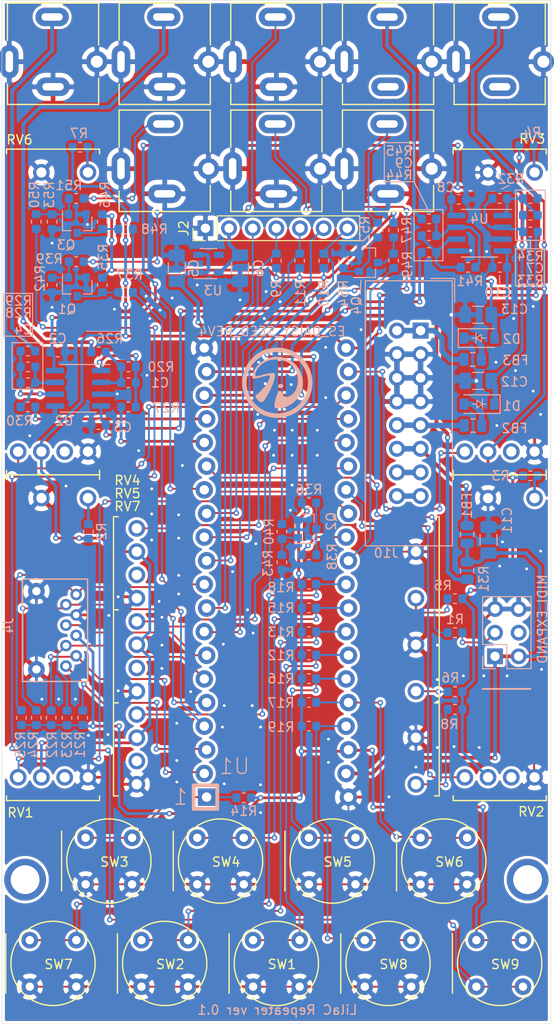
<source format=kicad_pcb>
(kicad_pcb (version 20171130) (host pcbnew "(5.1.4)-1")
  (layers (0 F.Cu signal) (31 B.Cu signal) (34 B.Paste user) (35 F.Paste user) (36 B.SilkS user) (37 F.SilkS user) (38 B.Mask user) (39 F.Mask user) (44 Edge.Cuts user))
  (net 0 "")
  (net 1 "Net-(C1-Pad1)")
  (net 2 "Net-(C1-Pad2)")
  (net 3 +12V)
  (net 4 GND)
  (net 5 -12V)
  (net 6 "Net-(C4-Pad2)")
  (net 7 "Net-(C4-Pad1)")
  (net 8 "Net-(C5-Pad1)")
  (net 9 OLED_VCC)
  (net 10 "Net-(C7-Pad1)")
  (net 11 "Net-(C7-Pad2)")
  (net 12 "Net-(C9-Pad2)")
  (net 13 "Net-(C9-Pad1)")
  (net 14 +5V)
  (net 15 "Net-(D1-Pad2)")
  (net 16 "Net-(D2-Pad1)")
  (net 17 "Net-(FB1-Pad2)")
  (net 18 "Net-(FB2-Pad2)")
  (net 19 "Net-(FB3-Pad2)")
  (net 20 "Net-(J1-Pad3)")
  (net 21 "Net-(J1-Pad4)")
  (net 22 /SPI_SCK)
  (net 23 /SPI_MOSI)
  (net 24 /~OLED_RST)
  (net 25 /OLED_DC)
  (net 26 /~OLED_CS)
  (net 27 /SD_D1)
  (net 28 /SD_D2)
  (net 29 /SD_D3)
  (net 30 /SD_CMD)
  (net 31 +3V3)
  (net 32 /SD_CLK)
  (net 33 /SD_D0)
  (net 34 "Net-(J6-Pad3)")
  (net 35 "Net-(J9-Pad3)")
  (net 36 "Net-(J10-Pad13)")
  (net 37 "Net-(J10-Pad15)")
  (net 38 "Net-(Q1-Pad3)")
  (net 39 "Net-(Q1-Pad1)")
  (net 40 "Net-(Q2-Pad1)")
  (net 41 "Net-(Q2-Pad3)")
  (net 42 "Net-(Q3-Pad3)")
  (net 43 "Net-(Q3-Pad1)")
  (net 44 "Net-(Q4-Pad1)")
  (net 45 "Net-(Q4-Pad3)")
  (net 46 /USART_RX)
  (net 47 "Net-(R2-Pad2)")
  (net 48 +3.3VA)
  (net 49 "Net-(R3-Pad2)")
  (net 50 "Net-(R4-Pad2)")
  (net 51 "Net-(R5-Pad2)")
  (net 52 "Net-(R6-Pad2)")
  (net 53 "Net-(R7-Pad2)")
  (net 54 "Net-(R8-Pad2)")
  (net 55 /CLEAR_BTN)
  (net 56 /REC_TARGET_BTN)
  (net 57 /TRACK1_BTN)
  (net 58 /TRACK2_BTN)
  (net 59 /TRACK3_BTN)
  (net 60 /TRACK4_BTN)
  (net 61 /MUTE_BTN)
  (net 62 /REVERSE_BTN)
  (net 63 /DG_AUDIO_IN_L)
  (net 64 /DG_AUDIO_IN_R)
  (net 65 /DG_AUDIO_OUT_L)
  (net 66 /SYNC_IN)
  (net 67 /RESET_TRIG)
  (net 68 /DG_AUDIO_OUT_R)
  (net 69 /RUN_TRIG)
  (net 70 /REC_TRIG)
  (net 71 "Net-(RV1-Pad6)")
  (net 72 /DRY_VOL)
  (net 73 /TRACK_VOL)
  (net 74 "Net-(RV2-Pad6)")
  (net 75 "Net-(RV3-Pad6)")
  (net 76 /SAMPLE_SPEED)
  (net 77 /SAMPLE_START_POS)
  (net 78 "Net-(RV4-Pad6)")
  (net 79 "Net-(RV5-Pad6)")
  (net 80 /SAMPLE_LENGTH)
  (net 81 "Net-(RV6-Pad6)")
  (net 82 /PAN)
  (net 83 "Net-(RV7-Pad6)")
  (net 84 "Net-(U3-Pad4)")
  (net 85 "Net-(R50-Pad2)")
  (net 86 /SAMPLE_FDBK)
  (net 87 "Net-(J7-Pad4)")
  (net 88 "Net-(J11-Pad4)")
  (net 89 "Net-(J12-Pad4)")
  (net 90 "Net-(J3-Pad4)")
  (net 91 "Net-(J5-Pad4)")
  (net 92 "Net-(J6-Pad4)")
  (net 93 "Net-(J8-Pad4)")
  (net 94 "Net-(J9-Pad4)")
  (module symbol:logo (layer B.Cu) (at 79.6 90.6 180)
    (fp_text reference G*** hide)
    (fp_text value LOGO hide)
  )
  (module custom:CandK_Comp_Button (layer F.Cu) (at 61.5 142)
    (fp_text reference SW3 (at 0.6 0.1) (layer F.SilkS))
    (fp_text value SW_Push hide)
    (pad 2 thru_hole circle (at -2.5 2.5) (size 1.8 1.8) (drill 0.9) (layers *.Cu *.Mask) (net 4 GND))
    (pad 2 thru_hole circle (at 2.5 2.5) (size 1.8 1.8) (drill 0.9) (layers *.Cu *.Mask) (net 4 GND))
    (pad 1 thru_hole circle (at 2.5 -2.5) (size 1.8 1.8) (drill 0.9) (layers *.Cu *.Mask) (net 57 /TRACK1_BTN))
    (pad 1 thru_hole circle (at -2.5 -2.5) (size 1.8 1.8) (drill 0.9) (layers *.Cu *.Mask) (net 57 /TRACK1_BTN))
  )
  (module custom:CandK_Comp_Button (layer F.Cu) (at 79.5 153)
    (fp_text reference SW1 (at 0.6 0.1) (layer F.SilkS))
    (fp_text value SW_Push hide)
    (pad 2 thru_hole circle (at -2.5 2.5) (size 1.8 1.8) (drill 0.9) (layers *.Cu *.Mask) (net 4 GND))
    (pad 2 thru_hole circle (at 2.5 2.5) (size 1.8 1.8) (drill 0.9) (layers *.Cu *.Mask) (net 4 GND))
    (pad 1 thru_hole circle (at 2.5 -2.5) (size 1.8 1.8) (drill 0.9) (layers *.Cu *.Mask) (net 55 /CLEAR_BTN))
    (pad 1 thru_hole circle (at -2.5 -2.5) (size 1.8 1.8) (drill 0.9) (layers *.Cu *.Mask) (net 55 /CLEAR_BTN))
  )
  (module custom:CandK_Comp_Button (layer F.Cu) (at 67.5 153)
    (fp_text reference SW2 (at 0.6 0.1) (layer F.SilkS))
    (fp_text value SW_Push hide)
    (pad 2 thru_hole circle (at -2.5 2.5) (size 1.8 1.8) (drill 0.9) (layers *.Cu *.Mask) (net 4 GND))
    (pad 2 thru_hole circle (at 2.5 2.5) (size 1.8 1.8) (drill 0.9) (layers *.Cu *.Mask) (net 4 GND))
    (pad 1 thru_hole circle (at 2.5 -2.5) (size 1.8 1.8) (drill 0.9) (layers *.Cu *.Mask) (net 56 /REC_TARGET_BTN))
    (pad 1 thru_hole circle (at -2.5 -2.5) (size 1.8 1.8) (drill 0.9) (layers *.Cu *.Mask) (net 56 /REC_TARGET_BTN))
  )
  (module custom:CandK_Comp_Button (layer F.Cu) (at 73.5 142)
    (fp_text reference SW4 (at 0.6 0.1) (layer F.SilkS))
    (fp_text value SW_Push hide)
    (pad 2 thru_hole circle (at -2.5 2.5) (size 1.8 1.8) (drill 0.9) (layers *.Cu *.Mask) (net 4 GND))
    (pad 2 thru_hole circle (at 2.5 2.5) (size 1.8 1.8) (drill 0.9) (layers *.Cu *.Mask) (net 4 GND))
    (pad 1 thru_hole circle (at 2.5 -2.5) (size 1.8 1.8) (drill 0.9) (layers *.Cu *.Mask) (net 58 /TRACK2_BTN))
    (pad 1 thru_hole circle (at -2.5 -2.5) (size 1.8 1.8) (drill 0.9) (layers *.Cu *.Mask) (net 58 /TRACK2_BTN))
  )
  (module custom:CandK_Comp_Button (layer F.Cu) (at 85.5 142)
    (fp_text reference SW5 (at 0.6 0.1) (layer F.SilkS))
    (fp_text value SW_Push hide)
    (pad 2 thru_hole circle (at -2.5 2.5) (size 1.8 1.8) (drill 0.9) (layers *.Cu *.Mask) (net 4 GND))
    (pad 2 thru_hole circle (at 2.5 2.5) (size 1.8 1.8) (drill 0.9) (layers *.Cu *.Mask) (net 4 GND))
    (pad 1 thru_hole circle (at 2.5 -2.5) (size 1.8 1.8) (drill 0.9) (layers *.Cu *.Mask) (net 59 /TRACK3_BTN))
    (pad 1 thru_hole circle (at -2.5 -2.5) (size 1.8 1.8) (drill 0.9) (layers *.Cu *.Mask) (net 59 /TRACK3_BTN))
  )
  (module custom:CandK_Comp_Button (layer F.Cu) (at 97.5 142)
    (fp_text reference SW6 (at 0.6 0.1) (layer F.SilkS))
    (fp_text value SW_Push hide)
    (pad 2 thru_hole circle (at -2.5 2.5) (size 1.8 1.8) (drill 0.9) (layers *.Cu *.Mask) (net 4 GND))
    (pad 2 thru_hole circle (at 2.5 2.5) (size 1.8 1.8) (drill 0.9) (layers *.Cu *.Mask) (net 4 GND))
    (pad 1 thru_hole circle (at 2.5 -2.5) (size 1.8 1.8) (drill 0.9) (layers *.Cu *.Mask) (net 60 /TRACK4_BTN))
    (pad 1 thru_hole circle (at -2.5 -2.5) (size 1.8 1.8) (drill 0.9) (layers *.Cu *.Mask) (net 60 /TRACK4_BTN))
  )
  (module custom:CandK_Comp_Button (layer F.Cu) (at 55.5 153)
    (fp_text reference SW7 (at 0.6 0.1) (layer F.SilkS))
    (fp_text value SW_Push hide)
    (pad 2 thru_hole circle (at -2.5 2.5) (size 1.8 1.8) (drill 0.9) (layers *.Cu *.Mask) (net 4 GND))
    (pad 2 thru_hole circle (at 2.5 2.5) (size 1.8 1.8) (drill 0.9) (layers *.Cu *.Mask) (net 4 GND))
    (pad 1 thru_hole circle (at 2.5 -2.5) (size 1.8 1.8) (drill 0.9) (layers *.Cu *.Mask) (net 61 /MUTE_BTN))
    (pad 1 thru_hole circle (at -2.5 -2.5) (size 1.8 1.8) (drill 0.9) (layers *.Cu *.Mask) (net 61 /MUTE_BTN))
  )
  (module custom:CandK_Comp_Button (layer F.Cu) (at 91.5 153)
    (fp_text reference SW8 (at 0.6 0.1) (layer F.SilkS))
    (fp_text value SW_Push hide)
    (pad 2 thru_hole circle (at -2.5 2.5) (size 1.8 1.8) (drill 0.9) (layers *.Cu *.Mask) (net 4 GND))
    (pad 2 thru_hole circle (at 2.5 2.5) (size 1.8 1.8) (drill 0.9) (layers *.Cu *.Mask) (net 4 GND))
    (pad 1 thru_hole circle (at 2.5 -2.5) (size 1.8 1.8) (drill 0.9) (layers *.Cu *.Mask) (net 62 /REVERSE_BTN))
    (pad 1 thru_hole circle (at -2.5 -2.5) (size 1.8 1.8) (drill 0.9) (layers *.Cu *.Mask) (net 62 /REVERSE_BTN))
  )
  (module custom:CandK_Comp_Button (layer F.Cu) (at 103.5 153)
    (fp_text reference SW9 (at 0.6 0.1) (layer F.SilkS))
    (fp_text value SW_Push hide)
    (pad 2 thru_hole circle (at -2.5 2.5) (size 1.8 1.8) (drill 0.9) (layers *.Cu *.Mask) (net 85 "Net-(R50-Pad2)"))
    (pad 2 thru_hole circle (at 2.5 2.5) (size 1.8 1.8) (drill 0.9) (layers *.Cu *.Mask) (net 85 "Net-(R50-Pad2)"))
    (pad 1 thru_hole circle (at 2.5 -2.5) (size 1.8 1.8) (drill 0.9) (layers *.Cu *.Mask) (net 31 +3V3))
    (pad 1 thru_hole circle (at -2.5 -2.5) (size 1.8 1.8) (drill 0.9) (layers *.Cu *.Mask) (net 31 +3V3))
  )
  (module custom:BOURNS_SLIDER_20mm (layer F.Cu) (at 103.5 83 90)
    (fp_text reference RV3 (at 18.6 3.5 180) (layer F.SilkS))
    (fp_text value SLIDER)
    (pad 1 thru_hole circle (at -15 -1.25 90) (size 1.8 1.8) (drill 1.1) (layers *.Cu *.Mask) (net 48 +3.3VA))
    (pad 2 thru_hole circle (at -15 -3.75 90) (size 1.8 1.8) (drill 1.1) (layers *.Cu *.Mask) (net 76 /SAMPLE_SPEED))
    (pad 3 thru_hole circle (at 15 -1.25 90) (size 1.8 1.8) (drill 1.1) (layers *.Cu *.Mask) (net 4 GND))
    (pad 4 thru_hole circle (at 15 3.75 90) (size 1.8 1.8) (drill 1.1) (layers *.Cu *.Mask) (net 50 "Net-(R4-Pad2)"))
    (pad 5 thru_hole circle (at -15 3.75 90) (size 1.8 1.8) (drill 1.1) (layers *.Cu *.Mask) (net 4 GND))
    (pad 6 thru_hole circle (at -15 1.25 90) (size 1.8 1.8) (drill 1.1) (layers *.Cu *.Mask) (net 75 "Net-(RV3-Pad6)"))
  )
  (module custom:BOURNS_SLIDER_20mm (layer F.Cu) (at 55.5 118 90)
    (fp_text reference RV1 (at -18.8 -3.5 180) (layer F.SilkS))
    (fp_text value SLIDER)
    (pad 1 thru_hole circle (at -15 -1.25 90) (size 1.8 1.8) (drill 1.1) (layers *.Cu *.Mask) (net 48 +3.3VA))
    (pad 2 thru_hole circle (at -15 -3.75 90) (size 1.8 1.8) (drill 1.1) (layers *.Cu *.Mask) (net 72 /DRY_VOL))
    (pad 3 thru_hole circle (at 15 -1.25 90) (size 1.8 1.8) (drill 1.1) (layers *.Cu *.Mask) (net 4 GND))
    (pad 4 thru_hole circle (at 15 3.75 90) (size 1.8 1.8) (drill 1.1) (layers *.Cu *.Mask) (net 47 "Net-(R2-Pad2)"))
    (pad 5 thru_hole circle (at -15 3.75 90) (size 1.8 1.8) (drill 1.1) (layers *.Cu *.Mask) (net 4 GND))
    (pad 6 thru_hole circle (at -15 1.25 90) (size 1.8 1.8) (drill 1.1) (layers *.Cu *.Mask) (net 71 "Net-(RV1-Pad6)"))
  )
  (module custom:BOURNS_SLIDER_20mm (layer F.Cu) (at 103.5 118 90)
    (fp_text reference RV2 (at -18.7 3.4 180) (layer F.SilkS))
    (fp_text value SLIDER)
    (pad 1 thru_hole circle (at -15 -1.25 90) (size 1.8 1.8) (drill 1.1) (layers *.Cu *.Mask) (net 48 +3.3VA))
    (pad 2 thru_hole circle (at -15 -3.75 90) (size 1.8 1.8) (drill 1.1) (layers *.Cu *.Mask) (net 73 /TRACK_VOL))
    (pad 3 thru_hole circle (at 15 -1.25 90) (size 1.8 1.8) (drill 1.1) (layers *.Cu *.Mask) (net 4 GND))
    (pad 4 thru_hole circle (at 15 3.75 90) (size 1.8 1.8) (drill 1.1) (layers *.Cu *.Mask) (net 49 "Net-(R3-Pad2)"))
    (pad 5 thru_hole circle (at -15 3.75 90) (size 1.8 1.8) (drill 1.1) (layers *.Cu *.Mask) (net 4 GND))
    (pad 6 thru_hole circle (at -15 1.25 90) (size 1.8 1.8) (drill 1.1) (layers *.Cu *.Mask) (net 74 "Net-(RV2-Pad6)"))
  )
  (module custom:BOURNS_SLIDER_20mm (layer F.Cu) (at 79.5 110)
    (fp_text reference RV4 (at -16 -8.9) (layer F.SilkS))
    (fp_text value SLIDER)
    (pad 1 thru_hole circle (at -15 -1.25) (size 1.8 1.8) (drill 1.1) (layers *.Cu *.Mask) (net 48 +3.3VA))
    (pad 2 thru_hole circle (at -15 -3.75) (size 1.8 1.8) (drill 1.1) (layers *.Cu *.Mask) (net 77 /SAMPLE_START_POS))
    (pad 3 thru_hole circle (at 15 -1.25) (size 1.8 1.8) (drill 1.1) (layers *.Cu *.Mask) (net 4 GND))
    (pad 4 thru_hole circle (at 15 3.75) (size 1.8 1.8) (drill 1.1) (layers *.Cu *.Mask) (net 51 "Net-(R5-Pad2)"))
    (pad 5 thru_hole circle (at -15 3.75) (size 1.8 1.8) (drill 1.1) (layers *.Cu *.Mask) (net 4 GND))
    (pad 6 thru_hole circle (at -15 1.25) (size 1.8 1.8) (drill 1.1) (layers *.Cu *.Mask) (net 78 "Net-(RV4-Pad6)"))
  )
  (module custom:BOURNS_SLIDER_20mm (layer F.Cu) (at 79.5 120)
    (fp_text reference RV5 (at -16 -17.5) (layer F.SilkS))
    (fp_text value SLIDER)
    (pad 1 thru_hole circle (at -15 -1.25) (size 1.8 1.8) (drill 1.1) (layers *.Cu *.Mask) (net 48 +3.3VA))
    (pad 2 thru_hole circle (at -15 -3.75) (size 1.8 1.8) (drill 1.1) (layers *.Cu *.Mask) (net 80 /SAMPLE_LENGTH))
    (pad 3 thru_hole circle (at 15 -1.25) (size 1.8 1.8) (drill 1.1) (layers *.Cu *.Mask) (net 4 GND))
    (pad 4 thru_hole circle (at 15 3.75) (size 1.8 1.8) (drill 1.1) (layers *.Cu *.Mask) (net 52 "Net-(R6-Pad2)"))
    (pad 5 thru_hole circle (at -15 3.75) (size 1.8 1.8) (drill 1.1) (layers *.Cu *.Mask) (net 4 GND))
    (pad 6 thru_hole circle (at -15 1.25) (size 1.8 1.8) (drill 1.1) (layers *.Cu *.Mask) (net 79 "Net-(RV5-Pad6)"))
  )
  (module custom:BOURNS_SLIDER_20mm (layer F.Cu) (at 55.5 83 90)
    (fp_text reference RV6 (at 18.5 -3.6 180) (layer F.SilkS))
    (fp_text value SLIDER)
    (pad 1 thru_hole circle (at -15 -1.25 90) (size 1.8 1.8) (drill 1.1) (layers *.Cu *.Mask) (net 48 +3.3VA))
    (pad 2 thru_hole circle (at -15 -3.75 90) (size 1.8 1.8) (drill 1.1) (layers *.Cu *.Mask) (net 86 /SAMPLE_FDBK))
    (pad 3 thru_hole circle (at 15 -1.25 90) (size 1.8 1.8) (drill 1.1) (layers *.Cu *.Mask) (net 4 GND))
    (pad 4 thru_hole circle (at 15 3.75 90) (size 1.8 1.8) (drill 1.1) (layers *.Cu *.Mask) (net 53 "Net-(R7-Pad2)"))
    (pad 5 thru_hole circle (at -15 3.75 90) (size 1.8 1.8) (drill 1.1) (layers *.Cu *.Mask) (net 4 GND))
    (pad 6 thru_hole circle (at -15 1.25 90) (size 1.8 1.8) (drill 1.1) (layers *.Cu *.Mask) (net 81 "Net-(RV6-Pad6)"))
  )
  (module custom:BOURNS_SLIDER_20mm (layer F.Cu) (at 79.5 130)
    (fp_text reference RV7 (at -16 -26.1) (layer F.SilkS))
    (fp_text value SLIDER)
    (pad 1 thru_hole circle (at -15 -1.25) (size 1.8 1.8) (drill 1.1) (layers *.Cu *.Mask) (net 48 +3.3VA))
    (pad 2 thru_hole circle (at -15 -3.75) (size 1.8 1.8) (drill 1.1) (layers *.Cu *.Mask) (net 82 /PAN))
    (pad 3 thru_hole circle (at 15 -1.25) (size 1.8 1.8) (drill 1.1) (layers *.Cu *.Mask) (net 4 GND))
    (pad 4 thru_hole circle (at 15 3.75) (size 1.8 1.8) (drill 1.1) (layers *.Cu *.Mask) (net 54 "Net-(R8-Pad2)"))
    (pad 5 thru_hole circle (at -15 3.75) (size 1.8 1.8) (drill 1.1) (layers *.Cu *.Mask) (net 4 GND))
    (pad 6 thru_hole circle (at -15 1.25) (size 1.8 1.8) (drill 1.1) (layers *.Cu *.Mask) (net 83 "Net-(RV7-Pad6)"))
  )
  (module custom:ES_DAISY_SEED (layer B.Cu) (at 79.5 111)
    (fp_text reference U1 (at -6.3 21.8) (layer B.SilkS) (effects (font (size 1.6891 1.6891) (thickness 0.135128)) (justify right bottom mirror)))
    (fp_text value ES_DAISY_SEED_REV4 (at 7.51 -26.495) (layer B.SilkS) (effects (font (thickness 0.135128)) (justify left top mirror)))
    (fp_text user 1 (at -11.2 25.1) (layer B.SilkS) (effects (font (size 1.6891 1.6891) (thickness 0.14224)) (justify right bottom mirror)))
    (pad 1 thru_hole rect (at -7.493 24.13) (size 1.8796 1.8796) (drill 1.016) (layers *.Cu *.Mask) (net 57 /TRACK1_BTN))
    (pad 2 thru_hole circle (at -7.747 21.59) (size 1.8796 1.8796) (drill 1.016) (layers *.Cu *.Mask) (net 29 /SD_D3))
    (pad 3 thru_hole circle (at -7.493 19.05) (size 1.8796 1.8796) (drill 1.016) (layers *.Cu *.Mask) (net 28 /SD_D2))
    (pad 4 thru_hole circle (at -7.747 16.51) (size 1.8796 1.8796) (drill 1.016) (layers *.Cu *.Mask) (net 27 /SD_D1))
    (pad 5 thru_hole circle (at -7.493 13.97) (size 1.8796 1.8796) (drill 1.016) (layers *.Cu *.Mask) (net 33 /SD_D0))
    (pad 6 thru_hole circle (at -7.747 11.43) (size 1.8796 1.8796) (drill 1.016) (layers *.Cu *.Mask) (net 30 /SD_CMD))
    (pad 7 thru_hole circle (at -7.493 8.89) (size 1.8796 1.8796) (drill 1.016) (layers *.Cu *.Mask) (net 32 /SD_CLK))
    (pad 8 thru_hole circle (at -7.747 6.35) (size 1.8796 1.8796) (drill 1.016) (layers *.Cu *.Mask) (net 25 /OLED_DC))
    (pad 9 thru_hole circle (at -7.493 3.81) (size 1.8796 1.8796) (drill 1.016) (layers *.Cu *.Mask) (net 22 /SPI_SCK))
    (pad 10 thru_hole circle (at -7.747 1.27) (size 1.8796 1.8796) (drill 1.016) (layers *.Cu *.Mask) (net 66 /SYNC_IN))
    (pad 11 thru_hole circle (at -7.493 -1.27) (size 1.8796 1.8796) (drill 1.016) (layers *.Cu *.Mask) (net 23 /SPI_MOSI))
    (pad 12 thru_hole circle (at -7.747 -3.81) (size 1.8796 1.8796) (drill 1.016) (layers *.Cu *.Mask) (net 26 /~OLED_CS))
    (pad 13 thru_hole circle (at -7.493 -6.35) (size 1.8796 1.8796) (drill 1.016) (layers *.Cu *.Mask) (net 24 /~OLED_RST))
    (pad 14 thru_hole circle (at -7.747 -8.89) (size 1.8796 1.8796) (drill 1.016) (layers *.Cu *.Mask) (net 69 /RUN_TRIG))
    (pad 15 thru_hole circle (at -7.493 -11.43) (size 1.8796 1.8796) (drill 1.016) (layers *.Cu *.Mask) (net 46 /USART_RX))
    (pad 16 thru_hole circle (at -7.747 -13.97) (size 1.8796 1.8796) (drill 1.016) (layers *.Cu *.Mask) (net 63 /DG_AUDIO_IN_L))
    (pad 17 thru_hole circle (at -7.493 -16.51) (size 1.8796 1.8796) (drill 1.016) (layers *.Cu *.Mask) (net 64 /DG_AUDIO_IN_R))
    (pad 18 thru_hole circle (at -7.747 -19.05) (size 1.8796 1.8796) (drill 1.016) (layers *.Cu *.Mask) (net 65 /DG_AUDIO_OUT_L))
    (pad 19 thru_hole circle (at -7.493 -21.59) (size 1.8796 1.8796) (drill 1.016) (layers *.Cu *.Mask) (net 68 /DG_AUDIO_OUT_R))
    (pad 20 thru_hole circle (at -7.747 -24.13) (size 1.8796 1.8796) (drill 1.016) (layers *.Cu *.Mask) (net 4 GND))
    (pad 21 thru_hole circle (at 7.493 -24.13 180) (size 1.8796 1.8796) (drill 1.016) (layers *.Cu *.Mask) (net 48 +3.3VA))
    (pad 22 thru_hole circle (at 7.747 -21.59 180) (size 1.8796 1.8796) (drill 1.016) (layers *.Cu *.Mask) (net 76 /SAMPLE_SPEED))
    (pad 23 thru_hole circle (at 7.493 -19.05 180) (size 1.8796 1.8796) (drill 1.016) (layers *.Cu *.Mask) (net 86 /SAMPLE_FDBK))
    (pad 24 thru_hole circle (at 7.747 -16.51 180) (size 1.8796 1.8796) (drill 1.016) (layers *.Cu *.Mask) (net 77 /SAMPLE_START_POS))
    (pad 25 thru_hole circle (at 7.493 -13.97 180) (size 1.8796 1.8796) (drill 1.016) (layers *.Cu *.Mask) (net 80 /SAMPLE_LENGTH))
    (pad 26 thru_hole circle (at 7.747 -11.43 180) (size 1.8796 1.8796) (drill 1.016) (layers *.Cu *.Mask) (net 82 /PAN))
    (pad 27 thru_hole circle (at 7.493 -8.89 180) (size 1.8796 1.8796) (drill 1.016) (layers *.Cu *.Mask) (net 73 /TRACK_VOL))
    (pad 28 thru_hole circle (at 7.747 -6.35 180) (size 1.8796 1.8796) (drill 1.016) (layers *.Cu *.Mask) (net 72 /DRY_VOL))
    (pad 29 thru_hole circle (at 7.493 -3.81 180) (size 1.8796 1.8796) (drill 1.016) (layers *.Cu *.Mask) (net 67 /RESET_TRIG))
    (pad 30 thru_hole circle (at 7.747 -1.27 180) (size 1.8796 1.8796) (drill 1.016) (layers *.Cu *.Mask) (net 70 /REC_TRIG))
    (pad 31 thru_hole circle (at 7.493 1.27 180) (size 1.8796 1.8796) (drill 1.016) (layers *.Cu *.Mask) (net 61 /MUTE_BTN))
    (pad 32 thru_hole circle (at 7.747 3.81 180) (size 1.8796 1.8796) (drill 1.016) (layers *.Cu *.Mask) (net 58 /TRACK2_BTN))
    (pad 33 thru_hole circle (at 7.493 6.35 180) (size 1.8796 1.8796) (drill 1.016) (layers *.Cu *.Mask) (net 56 /REC_TARGET_BTN))
    (pad 34 thru_hole circle (at 7.747 8.89 180) (size 1.8796 1.8796) (drill 1.016) (layers *.Cu *.Mask) (net 55 /CLEAR_BTN))
    (pad 35 thru_hole circle (at 7.493 11.43 180) (size 1.8796 1.8796) (drill 1.016) (layers *.Cu *.Mask) (net 59 /TRACK3_BTN))
    (pad 36 thru_hole circle (at 7.747 13.97 180) (size 1.8796 1.8796) (drill 1.016) (layers *.Cu *.Mask) (net 60 /TRACK4_BTN))
    (pad 37 thru_hole circle (at 7.493 16.51 180) (size 1.8796 1.8796) (drill 1.016) (layers *.Cu *.Mask) (net 62 /REVERSE_BTN))
    (pad 38 thru_hole circle (at 7.747 19.05 180) (size 1.8796 1.8796) (drill 1.016) (layers *.Cu *.Mask) (net 31 +3V3))
    (pad 39 thru_hole circle (at 7.493 21.59 180) (size 1.8796 1.8796) (drill 1.016) (layers *.Cu *.Mask) (net 14 +5V))
    (pad 40 thru_hole circle (at 7.747 24.13 180) (size 1.8796 1.8796) (drill 1.016) (layers *.Cu *.Mask) (net 4 GND))
  )
  (module Resistor_SMD:R_0805_2012Metric (layer B.Cu) (at 100.6 88.1 180)
    (fp_text reference FB3 (at -4.6 -0.1) (layer B.SilkS) (effects (justify mirror)))
    (fp_text value 600)
    (pad 2 smd roundrect (at 0.9375 0 180) (size 0.975 1.4) (layers B.Cu B.Paste B.Mask) (net 19 "Net-(FB3-Pad2)"))
    (pad 1 smd roundrect (at -0.9375 0 180) (size 0.975 1.4) (layers B.Cu B.Paste B.Mask) (net 16 "Net-(D2-Pad1)"))
  )
  (module Resistor_SMD:R_0805_2012Metric (layer B.Cu) (at 100.6375 95.2 180)
    (fp_text reference FB2 (at -4.4625 -0.3) (layer B.SilkS) (effects (justify mirror)))
    (fp_text value 600)
    (pad 2 smd roundrect (at 0.9375 0 180) (size 0.975 1.4) (layers B.Cu B.Paste B.Mask) (net 18 "Net-(FB2-Pad2)"))
    (pad 1 smd roundrect (at -0.9375 0 180) (size 0.975 1.4) (layers B.Cu B.Paste B.Mask) (net 15 "Net-(D1-Pad2)"))
  )
  (module Resistor_SMD:R_0805_2012Metric (layer B.Cu) (at 100 106.9 90)
    (fp_text reference FB1 (at 3.1 0 90) (layer B.SilkS) (effects (justify mirror)))
    (fp_text value 600)
    (pad 2 smd roundrect (at 0.9375 0 90) (size 0.975 1.4) (layers B.Cu B.Paste B.Mask) (net 17 "Net-(FB1-Pad2)"))
    (pad 1 smd roundrect (at -0.9375 0 90) (size 0.975 1.4) (layers B.Cu B.Paste B.Mask) (net 14 +5V))
  )
  (module custom:MICRO_SD_VERTICAL (layer B.Cu) (at 55.35 117.6 90)
    (fp_text reference J4 (at 0.9 -4.635 90) (layer B.SilkS) (effects (justify mirror)))
    (fp_text value Micro_SD_Card)
    (pad 8 thru_hole circle (at 4.25 2.635 90) (size 1.25 1.25) (drill 0.7) (layers *.Cu *.Mask) (net 27 /SD_D1))
    (pad 7 thru_hole circle (at 3.15 1.535 90) (size 1.25 1.25) (drill 0.7) (layers *.Cu *.Mask) (net 33 /SD_D0))
    (pad 6 thru_hole circle (at 2.05 2.635 90) (size 1.25 1.25) (drill 0.7) (layers *.Cu *.Mask) (net 4 GND))
    (pad 5 thru_hole circle (at 0.95 1.535 90) (size 1.25 1.25) (drill 0.7) (layers *.Cu *.Mask) (net 32 /SD_CLK))
    (pad 4 thru_hole circle (at -0.15 2.635 90) (size 1.25 1.25) (drill 0.7) (layers *.Cu *.Mask) (net 31 +3V3))
    (pad 3 thru_hole circle (at -1.25 1.535 90) (size 1.25 1.25) (drill 0.7) (layers *.Cu *.Mask) (net 30 /SD_CMD))
    (pad 2 thru_hole circle (at -2.35 2.635 90) (size 1.25 1.25) (drill 0.7) (layers *.Cu *.Mask) (net 29 /SD_D3))
    (pad 1 thru_hole circle (at -3.45 1.535 90) (size 1.25 1.25) (drill 0.7) (layers *.Cu *.Mask) (net 28 /SD_D2))
    (pad 9 thru_hole circle (at 4.6 -1.635 90) (size 1.8 1.8) (drill 0.9) (layers *.Cu *.Mask) (net 4 GND))
    (pad 9 thru_hole circle (at -3.8 -1.635 90) (size 1.8 1.8) (drill 0.9) (layers *.Cu *.Mask) (net 4 GND))
  )
  (module custom:PJ301BM_oval_smallpad (layer F.Cu) (at 103.5 55.5)
    (fp_text reference J9 hide)
    (fp_text value PJ301BM)
    (pad 2 thru_hole oval (at -4.7 0.6) (size 2 3.6) (drill oval 0.8 2.3) (layers *.Cu *.Mask) (net 4 GND))
    (pad 1 thru_hole oval (at 4.7 0.6) (size 2.3 2.3) (drill oval 1.3) (layers *.Cu *.Mask) (net 4 GND))
    (pad 3 thru_hole oval (at 0 3.3) (size 3.6 2) (drill oval 2.3 0.8) (layers *.Cu *.Mask) (net 35 "Net-(J9-Pad3)"))
    (pad 4 thru_hole oval (at -0.1 -4.2) (size 3.6 2) (drill oval 2.3 0.8) (layers *.Cu *.Mask) (net 94 "Net-(J9-Pad4)"))
  )
  (module custom:PJ301BM_oval_smallpad (layer F.Cu) (at 79.5 55.5)
    (fp_text reference J7 hide)
    (fp_text value PJ301BM)
    (pad 2 thru_hole oval (at -4.7 0.6) (size 2 3.6) (drill oval 0.8 2.3) (layers *.Cu *.Mask) (net 4 GND))
    (pad 1 thru_hole oval (at 4.7 0.6) (size 2.3 2.3) (drill oval 1.3) (layers *.Cu *.Mask) (net 4 GND))
    (pad 3 thru_hole oval (at 0 3.3) (size 3.6 2) (drill oval 2.3 0.8) (layers *.Cu *.Mask) (net 4 GND))
    (pad 4 thru_hole oval (at -0.1 -4.2) (size 3.6 2) (drill oval 2.3 0.8) (layers *.Cu *.Mask) (net 87 "Net-(J7-Pad4)"))
  )
  (module custom:PJ301BM_oval_smallpad (layer F.Cu) (at 91.5 55.5)
    (fp_text reference J6 hide)
    (fp_text value PJ301BM)
    (pad 2 thru_hole oval (at -4.7 0.6) (size 2 3.6) (drill oval 0.8 2.3) (layers *.Cu *.Mask) (net 4 GND))
    (pad 1 thru_hole oval (at 4.7 0.6) (size 2.3 2.3) (drill oval 1.3) (layers *.Cu *.Mask) (net 4 GND))
    (pad 3 thru_hole oval (at 0 3.3) (size 3.6 2) (drill oval 2.3 0.8) (layers *.Cu *.Mask) (net 34 "Net-(J6-Pad3)"))
    (pad 4 thru_hole oval (at -0.1 -4.2) (size 3.6 2) (drill oval 2.3 0.8) (layers *.Cu *.Mask) (net 92 "Net-(J6-Pad4)"))
  )
  (module custom:PJ301BM_oval_smallpad (layer F.Cu) (at 67.5 55.5)
    (fp_text reference J5 hide)
    (fp_text value PJ301BM)
    (pad 2 thru_hole oval (at -4.7 0.6) (size 2 3.6) (drill oval 0.8 2.3) (layers *.Cu *.Mask) (net 4 GND))
    (pad 1 thru_hole oval (at 4.7 0.6) (size 2.3 2.3) (drill oval 1.3) (layers *.Cu *.Mask) (net 4 GND))
    (pad 3 thru_hole oval (at 0 3.3) (size 3.6 2) (drill oval 2.3 0.8) (layers *.Cu *.Mask) (net 4 GND))
    (pad 4 thru_hole oval (at -0.1 -4.2) (size 3.6 2) (drill oval 2.3 0.8) (layers *.Cu *.Mask) (net 91 "Net-(J5-Pad4)"))
  )
  (module custom:PJ301BM_oval_smallpad (layer F.Cu) (at 55.5 55.5)
    (fp_text reference J3 hide)
    (fp_text value PJ301BM)
    (pad 2 thru_hole oval (at -4.7 0.6) (size 2 3.6) (drill oval 0.8 2.3) (layers *.Cu *.Mask) (net 4 GND))
    (pad 1 thru_hole oval (at 4.7 0.6) (size 2.3 2.3) (drill oval 1.3) (layers *.Cu *.Mask) (net 4 GND))
    (pad 3 thru_hole oval (at 0 3.3) (size 3.6 2) (drill oval 2.3 0.8) (layers *.Cu *.Mask) (net 4 GND))
    (pad 4 thru_hole oval (at -0.1 -4.2) (size 3.6 2) (drill oval 2.3 0.8) (layers *.Cu *.Mask) (net 90 "Net-(J3-Pad4)"))
  )
  (module custom:PJ301BM_oval_smallpad (layer F.Cu) (at 91.5 67)
    (fp_text reference J12 hide)
    (fp_text value PJ301BM)
    (pad 2 thru_hole oval (at -4.7 0.6) (size 2 3.6) (drill oval 0.8 2.3) (layers *.Cu *.Mask) (net 4 GND))
    (pad 1 thru_hole oval (at 4.7 0.6) (size 2.3 2.3) (drill oval 1.3) (layers *.Cu *.Mask) (net 4 GND))
    (pad 3 thru_hole oval (at 0 3.3) (size 3.6 2) (drill oval 2.3 0.8) (layers *.Cu *.Mask) (net 4 GND))
    (pad 4 thru_hole oval (at -0.1 -4.2) (size 3.6 2) (drill oval 2.3 0.8) (layers *.Cu *.Mask) (net 89 "Net-(J12-Pad4)"))
  )
  (module custom:PJ301BM_oval_smallpad (layer F.Cu) (at 67.5 67)
    (fp_text reference J11 hide)
    (fp_text value PJ301BM)
    (pad 2 thru_hole oval (at -4.7 0.6) (size 2 3.6) (drill oval 0.8 2.3) (layers *.Cu *.Mask) (net 4 GND))
    (pad 1 thru_hole oval (at 4.7 0.6) (size 2.3 2.3) (drill oval 1.3) (layers *.Cu *.Mask) (net 4 GND))
    (pad 3 thru_hole oval (at 0 3.3) (size 3.6 2) (drill oval 2.3 0.8) (layers *.Cu *.Mask) (net 4 GND))
    (pad 4 thru_hole oval (at -0.1 -4.2) (size 3.6 2) (drill oval 2.3 0.8) (layers *.Cu *.Mask) (net 88 "Net-(J11-Pad4)"))
  )
  (module custom:PJ301BM_oval_smallpad (layer F.Cu) (at 79.5 67)
    (fp_text reference J8 hide)
    (fp_text value PJ301BM)
    (pad 2 thru_hole oval (at -4.7 0.6) (size 2 3.6) (drill oval 0.8 2.3) (layers *.Cu *.Mask) (net 4 GND))
    (pad 1 thru_hole oval (at 4.7 0.6) (size 2.3 2.3) (drill oval 1.3) (layers *.Cu *.Mask) (net 4 GND))
    (pad 3 thru_hole oval (at 0 3.3) (size 3.6 2) (drill oval 2.3 0.8) (layers *.Cu *.Mask) (net 4 GND))
    (pad 4 thru_hole oval (at -0.1 -4.2) (size 3.6 2) (drill oval 2.3 0.8) (layers *.Cu *.Mask) (net 93 "Net-(J8-Pad4)"))
  )
  (module custom:M3_GND_HOLE_MINI (layer F.Cu) (at 106.5 144)
    (fp_text reference H1 hide)
    (fp_text value M3_Hole hide)
    (pad 1 thru_hole circle (at 0 0) (size 4.5 4.5) (drill 3.1) (layers *.Cu *.Mask))
  )
  (module custom:M3_GND_HOLE_MINI (layer F.Cu) (at 52.5 144)
    (fp_text reference H1 hide)
    (fp_text value M3_Hole hide)
    (pad 1 thru_hole circle (at 0 0) (size 4.5 4.5) (drill 3.1) (layers *.Cu *.Mask))
  )
  (module Capacitor_SMD:C_0603_1608Metric (layer B.Cu) (at 63.6 90.6 180)
    (fp_text reference C1 (at -3.4 0) (layer B.SilkS) (effects (justify mirror)))
    (fp_text value 18p)
    (pad 1 smd roundrect (at -0.7875 0 180) (size 0.875 0.95) (layers B.Cu B.Paste B.Mask) (net 1 "Net-(C1-Pad1)"))
    (pad 2 smd roundrect (at 0.7875 0 180) (size 0.875 0.95) (layers B.Cu B.Paste B.Mask) (net 2 "Net-(C1-Pad2)"))
  )
  (module Capacitor_SMD:C_0603_1608Metric (layer B.Cu) (at 56 87.3 180)
    (fp_text reference C2 (at 0 1.43) (layer B.SilkS) (effects (justify mirror)))
    (fp_text value 100n)
    (pad 2 smd roundrect (at 0.7875 0 180) (size 0.875 0.95) (layers B.Cu B.Paste B.Mask) (net 3 +12V))
    (pad 1 smd roundrect (at -0.7875 0 180) (size 0.875 0.95) (layers B.Cu B.Paste B.Mask) (net 4 GND))
  )
  (module Capacitor_SMD:C_0603_1608Metric (layer B.Cu) (at 60.4 95.1)
    (fp_text reference C3 (at 2.6 0.3) (layer B.SilkS) (effects (justify mirror)))
    (fp_text value 100n)
    (pad 1 smd roundrect (at -0.7875 0) (size 0.875 0.95) (layers B.Cu B.Paste B.Mask) (net 4 GND))
    (pad 2 smd roundrect (at 0.7875 0) (size 0.875 0.95) (layers B.Cu B.Paste B.Mask) (net 5 -12V))
  )
  (module Capacitor_SMD:C_0603_1608Metric (layer B.Cu) (at 52.8 90.6 180)
    (fp_text reference C4 (at 0.5 5.7) (layer B.SilkS) (effects (justify mirror)))
    (fp_text value 18p)
    (pad 2 smd roundrect (at 0.7875 0 180) (size 0.875 0.95) (layers B.Cu B.Paste B.Mask) (net 6 "Net-(C4-Pad2)"))
    (pad 1 smd roundrect (at -0.7875 0 180) (size 0.875 0.95) (layers B.Cu B.Paste B.Mask) (net 7 "Net-(C4-Pad1)"))
  )
  (module Capacitor_SMD:C_1206_3216Metric (layer B.Cu) (at 68.8 78.3 90)
    (fp_text reference C5 (at 0 1.82 90) (layer B.SilkS) (effects (justify mirror)))
    (fp_text value 22u)
    (pad 1 smd roundrect (at -1.4 0 90) (size 1.25 1.75) (layers B.Cu B.Paste B.Mask) (roundrect_rratio 0.2) (net 8 "Net-(C5-Pad1)"))
    (pad 2 smd roundrect (at 1.4 0 90) (size 1.25 1.75) (layers B.Cu B.Paste B.Mask) (roundrect_rratio 0.2) (net 4 GND))
  )
  (module Capacitor_SMD:C_1206_3216Metric (layer B.Cu) (at 75.6 78.3 270)
    (fp_text reference C6 (at 0 -2 90) (layer B.SilkS) (effects (justify mirror)))
    (fp_text value 22u)
    (pad 2 smd roundrect (at 1.4 0 270) (size 1.25 1.75) (layers B.Cu B.Paste B.Mask) (roundrect_rratio 0.2) (net 4 GND))
    (pad 1 smd roundrect (at -1.4 0 270) (size 1.25 1.75) (layers B.Cu B.Paste B.Mask) (roundrect_rratio 0.2) (net 9 OLED_VCC))
  )
  (module Capacitor_SMD:C_0603_1608Metric (layer B.Cu) (at 106.8 72.6 180)
    (fp_text reference C7 (at -0.5 -5.7) (layer B.SilkS) (effects (justify mirror)))
    (fp_text value 18p)
    (pad 1 smd roundrect (at -0.7875 0 180) (size 0.875 0.95) (layers B.Cu B.Paste B.Mask) (net 10 "Net-(C7-Pad1)"))
    (pad 2 smd roundrect (at 0.7875 0 180) (size 0.875 0.95) (layers B.Cu B.Paste B.Mask) (net 11 "Net-(C7-Pad2)"))
  )
  (module Capacitor_SMD:C_0603_1608Metric (layer B.Cu) (at 99.1 70.9 180)
    (fp_text reference C8 (at 1.4 1.3) (layer B.SilkS) (effects (justify mirror)))
    (fp_text value 100n)
    (pad 2 smd roundrect (at 0.7875 0 180) (size 0.875 0.95) (layers B.Cu B.Paste B.Mask) (net 3 +12V))
    (pad 1 smd roundrect (at -0.7875 0 180) (size 0.875 0.95) (layers B.Cu B.Paste B.Mask) (net 4 GND))
  )
  (module Capacitor_SMD:C_0603_1608Metric (layer B.Cu) (at 95.9 74.8 180)
    (fp_text reference C9 (at 2.7 7.8) (layer B.SilkS) (effects (justify mirror)))
    (fp_text value 18p)
    (pad 2 smd roundrect (at 0.7875 0 180) (size 0.875 0.95) (layers B.Cu B.Paste B.Mask) (net 12 "Net-(C9-Pad2)"))
    (pad 1 smd roundrect (at -0.7875 0 180) (size 0.875 0.95) (layers B.Cu B.Paste B.Mask) (net 13 "Net-(C9-Pad1)"))
  )
  (module Capacitor_SMD:C_0603_1608Metric (layer B.Cu) (at 103.5125 78.2)
    (fp_text reference C10 (at -0.2125 2.7) (layer B.SilkS) (effects (justify mirror)))
    (fp_text value 100n)
    (pad 1 smd roundrect (at -0.7875 0) (size 0.875 0.95) (layers B.Cu B.Paste B.Mask) (net 4 GND))
    (pad 2 smd roundrect (at 0.7875 0) (size 0.875 0.95) (layers B.Cu B.Paste B.Mask) (net 5 -12V))
  )
  (module Capacitor_SMD:C_1206_3216Metric (layer B.Cu) (at 102.3 107.5 90)
    (fp_text reference C11 (at 2.1 2 90) (layer B.SilkS) (effects (justify mirror)))
    (fp_text value 22u)
    (pad 1 smd roundrect (at -1.4 0 90) (size 1.25 1.75) (layers B.Cu B.Paste B.Mask) (roundrect_rratio 0.2) (net 14 +5V))
    (pad 2 smd roundrect (at 1.4 0 90) (size 1.25 1.75) (layers B.Cu B.Paste B.Mask) (roundrect_rratio 0.2) (net 4 GND))
  )
  (module Capacitor_SMD:C_1206_3216Metric (layer B.Cu) (at 101.2 90.4 180)
    (fp_text reference C12 (at -3.9 -0.1) (layer B.SilkS) (effects (justify mirror)))
    (fp_text value 22u)
    (pad 2 smd roundrect (at 1.4 0 180) (size 1.25 1.75) (layers B.Cu B.Paste B.Mask) (roundrect_rratio 0.2) (net 4 GND))
    (pad 1 smd roundrect (at -1.4 0 180) (size 1.25 1.75) (layers B.Cu B.Paste B.Mask) (roundrect_rratio 0.2) (net 3 +12V))
  )
  (module Capacitor_SMD:C_1206_3216Metric (layer B.Cu) (at 101.2 83.3)
    (fp_text reference C13 (at 3.9 -0.6) (layer B.SilkS) (effects (justify mirror)))
    (fp_text value 22u)
    (pad 1 smd roundrect (at -1.4 0) (size 1.25 1.75) (layers B.Cu B.Paste B.Mask) (roundrect_rratio 0.2) (net 4 GND))
    (pad 2 smd roundrect (at 1.4 0) (size 1.25 1.75) (layers B.Cu B.Paste B.Mask) (roundrect_rratio 0.2) (net 5 -12V))
  )
  (module custom:D_SOD-123_1n4148_mod (layer B.Cu) (at 101.3 92.9 180)
    (fp_text reference D1 (at -3.5 -0.2) (layer B.SilkS) (effects (justify mirror)))
    (fp_text value 1N5158 hide)
    (pad 1 smd rect (at -1.65 0 180) (size 0.9 1.2) (layers B.Cu B.Paste B.Mask) (net 3 +12V))
    (pad 2 smd rect (at 1.65 0 180) (size 0.9 1.2) (layers B.Cu B.Paste B.Mask) (net 15 "Net-(D1-Pad2)"))
  )
  (module custom:D_SOD-123_1n4148_mod (layer B.Cu) (at 101.3 85.8)
    (fp_text reference D2 (at 3.5 0.1) (layer B.SilkS) (effects (justify mirror)))
    (fp_text value 1N5158 hide)
    (pad 2 smd rect (at 1.65 0) (size 0.9 1.2) (layers B.Cu B.Paste B.Mask) (net 5 -12V))
    (pad 1 smd rect (at -1.65 0) (size 0.9 1.2) (layers B.Cu B.Paste B.Mask) (net 16 "Net-(D2-Pad1)"))
  )
  (module Connector_PinHeader_2.54mm:PinHeader_2x03_P2.54mm_Vertical (layer B.Cu) (at 103 120)
    (fp_text reference J1 hide)
    (fp_text value Conn_02x03_Odd_Even)
    (pad 1 thru_hole rect (at 0 0) (size 1.7 1.7) (drill 1) (layers *.Cu *.Mask) (net 14 +5V))
    (pad 2 thru_hole oval (at 2.54 0) (size 1.7 1.7) (drill 1) (layers *.Cu *.Mask) (net 14 +5V))
    (pad 3 thru_hole oval (at 0 -2.54) (size 1.7 1.7) (drill 1) (layers *.Cu *.Mask) (net 20 "Net-(J1-Pad3)"))
    (pad 4 thru_hole oval (at 2.54 -2.54) (size 1.7 1.7) (drill 1) (layers *.Cu *.Mask) (net 21 "Net-(J1-Pad4)"))
    (pad 5 thru_hole oval (at 0 -5.08) (size 1.7 1.7) (drill 1) (layers *.Cu *.Mask) (net 4 GND))
    (pad 6 thru_hole oval (at 2.54 -5.08) (size 1.7 1.7) (drill 1) (layers *.Cu *.Mask) (net 4 GND))
  )
  (module Connector_PinHeader_2.54mm:PinHeader_1x07_P2.54mm_Vertical (layer F.Cu) (at 71.88 74 90)
    (fp_text reference J2 (at 0 -2.33 90) (layer F.SilkS))
    (fp_text value Conn_01x07)
    (pad 1 thru_hole rect (at 0 0 90) (size 1.7 1.7) (drill 1) (layers *.Cu *.Mask) (net 4 GND))
    (pad 2 thru_hole oval (at 0 2.54 90) (size 1.7 1.7) (drill 1) (layers *.Cu *.Mask) (net 9 OLED_VCC))
    (pad 3 thru_hole oval (at 0 5.08 90) (size 1.7 1.7) (drill 1) (layers *.Cu *.Mask) (net 22 /SPI_SCK))
    (pad 4 thru_hole oval (at 0 7.62 90) (size 1.7 1.7) (drill 1) (layers *.Cu *.Mask) (net 23 /SPI_MOSI))
    (pad 5 thru_hole oval (at 0 10.16 90) (size 1.7 1.7) (drill 1) (layers *.Cu *.Mask) (net 24 /~OLED_RST))
    (pad 6 thru_hole oval (at 0 12.7 90) (size 1.7 1.7) (drill 1) (layers *.Cu *.Mask) (net 25 /OLED_DC))
    (pad 7 thru_hole oval (at 0 15.24 90) (size 1.7 1.7) (drill 1) (layers *.Cu *.Mask) (net 26 /~OLED_CS))
  )
  (module Connector_IDC:IDC-Header_2x08_P2.54mm_Vertical (layer B.Cu) (at 95 85 180)
    (fp_text reference J10 (at 3.7 -23.9) (layer B.SilkS) (effects (justify mirror)))
    (fp_text value Conn_02x08_Odd_Even)
    (pad 1 thru_hole rect (at 0 0 180) (size 1.7272 1.7272) (drill 1.016) (layers *.Cu *.Mask) (net 19 "Net-(FB3-Pad2)"))
    (pad 2 thru_hole oval (at 2.54 0 180) (size 1.7272 1.7272) (drill 1.016) (layers *.Cu *.Mask) (net 19 "Net-(FB3-Pad2)"))
    (pad 3 thru_hole oval (at 0 -2.54 180) (size 1.7272 1.7272) (drill 1.016) (layers *.Cu *.Mask) (net 4 GND))
    (pad 4 thru_hole oval (at 2.54 -2.54 180) (size 1.7272 1.7272) (drill 1.016) (layers *.Cu *.Mask) (net 4 GND))
    (pad 5 thru_hole oval (at 0 -5.08 180) (size 1.7272 1.7272) (drill 1.016) (layers *.Cu *.Mask) (net 4 GND))
    (pad 6 thru_hole oval (at 2.54 -5.08 180) (size 1.7272 1.7272) (drill 1.016) (layers *.Cu *.Mask) (net 4 GND))
    (pad 7 thru_hole oval (at 0 -7.62 180) (size 1.7272 1.7272) (drill 1.016) (layers *.Cu *.Mask) (net 4 GND))
    (pad 8 thru_hole oval (at 2.54 -7.62 180) (size 1.7272 1.7272) (drill 1.016) (layers *.Cu *.Mask) (net 4 GND))
    (pad 9 thru_hole oval (at 0 -10.16 180) (size 1.7272 1.7272) (drill 1.016) (layers *.Cu *.Mask) (net 18 "Net-(FB2-Pad2)"))
    (pad 10 thru_hole oval (at 2.54 -10.16 180) (size 1.7272 1.7272) (drill 1.016) (layers *.Cu *.Mask) (net 18 "Net-(FB2-Pad2)"))
    (pad 11 thru_hole oval (at 0 -12.7 180) (size 1.7272 1.7272) (drill 1.016) (layers *.Cu *.Mask) (net 17 "Net-(FB1-Pad2)"))
    (pad 12 thru_hole oval (at 2.54 -12.7 180) (size 1.7272 1.7272) (drill 1.016) (layers *.Cu *.Mask) (net 17 "Net-(FB1-Pad2)"))
    (pad 13 thru_hole oval (at 0 -15.24 180) (size 1.7272 1.7272) (drill 1.016) (layers *.Cu *.Mask) (net 36 "Net-(J10-Pad13)"))
    (pad 14 thru_hole oval (at 2.54 -15.24 180) (size 1.7272 1.7272) (drill 1.016) (layers *.Cu *.Mask) (net 36 "Net-(J10-Pad13)"))
    (pad 15 thru_hole oval (at 0 -17.78 180) (size 1.7272 1.7272) (drill 1.016) (layers *.Cu *.Mask) (net 37 "Net-(J10-Pad15)"))
    (pad 16 thru_hole oval (at 2.54 -17.78 180) (size 1.7272 1.7272) (drill 1.016) (layers *.Cu *.Mask) (net 37 "Net-(J10-Pad15)"))
  )
  (module Package_TO_SOT_SMD:SOT-23 (layer B.Cu) (at 58.1 80.3 270)
    (fp_text reference Q1 (at 2.4 1.1 180) (layer B.SilkS) (effects (justify mirror)))
    (fp_text value MMBT3904)
    (pad 3 smd rect (at 1 0 270) (size 0.9 0.8) (layers B.Cu B.Paste B.Mask) (net 38 "Net-(Q1-Pad3)"))
    (pad 2 smd rect (at -1 -0.95 270) (size 0.9 0.8) (layers B.Cu B.Paste B.Mask) (net 4 GND))
    (pad 1 smd rect (at -1 0.95 270) (size 0.9 0.8) (layers B.Cu B.Paste B.Mask) (net 39 "Net-(Q1-Pad1)"))
  )
  (module Package_TO_SOT_SMD:SOT-23 (layer B.Cu) (at 82.8 106.3)
    (fp_text reference Q2 (at 2.6 -0.8 90) (layer B.SilkS) (effects (justify mirror)))
    (fp_text value MMBT3904)
    (pad 1 smd rect (at -1 0.95) (size 0.9 0.8) (layers B.Cu B.Paste B.Mask) (net 40 "Net-(Q2-Pad1)"))
    (pad 2 smd rect (at -1 -0.95) (size 0.9 0.8) (layers B.Cu B.Paste B.Mask) (net 4 GND))
    (pad 3 smd rect (at 1 0) (size 0.9 0.8) (layers B.Cu B.Paste B.Mask) (net 41 "Net-(Q2-Pad3)"))
  )
  (module Package_TO_SOT_SMD:SOT-23 (layer B.Cu) (at 58.1 73.5 270)
    (fp_text reference Q3 (at 2.3 1.2 180) (layer B.SilkS) (effects (justify mirror)))
    (fp_text value MMBT3904)
    (pad 3 smd rect (at 1 0 270) (size 0.9 0.8) (layers B.Cu B.Paste B.Mask) (net 42 "Net-(Q3-Pad3)"))
    (pad 2 smd rect (at -1 -0.95 270) (size 0.9 0.8) (layers B.Cu B.Paste B.Mask) (net 4 GND))
    (pad 1 smd rect (at -1 0.95 270) (size 0.9 0.8) (layers B.Cu B.Paste B.Mask) (net 43 "Net-(Q3-Pad1)"))
  )
  (module Package_TO_SOT_SMD:SOT-23 (layer B.Cu) (at 89.4 77.7)
    (fp_text reference Q4 (at -1.3 4.6 90) (layer B.SilkS) (effects (justify mirror)))
    (fp_text value MMBT3904)
    (pad 1 smd rect (at -1 0.95) (size 0.9 0.8) (layers B.Cu B.Paste B.Mask) (net 44 "Net-(Q4-Pad1)"))
    (pad 2 smd rect (at -1 -0.95) (size 0.9 0.8) (layers B.Cu B.Paste B.Mask) (net 4 GND))
    (pad 3 smd rect (at 1 0) (size 0.9 0.8) (layers B.Cu B.Paste B.Mask) (net 45 "Net-(Q4-Pad3)"))
  )
  (module Resistor_SMD:R_0603_1608Metric (layer B.Cu) (at 98.7 117.45 180)
    (fp_text reference R1 (at 0 1.43) (layer B.SilkS) (effects (justify mirror)))
    (fp_text value 47)
    (pad 2 smd roundrect (at 0.7875 0 180) (size 0.875 0.95) (layers B.Cu B.Paste B.Mask) (net 46 /USART_RX))
    (pad 1 smd roundrect (at -0.7875 0 180) (size 0.875 0.95) (layers B.Cu B.Paste B.Mask) (net 20 "Net-(J1-Pad3)"))
  )
  (module Resistor_SMD:R_0603_1608Metric (layer B.Cu) (at 59.3 106.5875 90)
    (fp_text reference R2 (at 0 1.43 90) (layer B.SilkS) (effects (justify mirror)))
    (fp_text value 10k)
    (pad 2 smd roundrect (at 0.7875 0 90) (size 0.875 0.95) (layers B.Cu B.Paste B.Mask) (net 47 "Net-(R2-Pad2)"))
    (pad 1 smd roundrect (at -0.7875 0 90) (size 0.875 0.95) (layers B.Cu B.Paste B.Mask) (net 48 +3.3VA))
  )
  (module Resistor_SMD:R_0603_1608Metric (layer B.Cu) (at 106.8 100.6)
    (fp_text reference R3 (at -3.2 0) (layer B.SilkS) (effects (justify mirror)))
    (fp_text value 10k)
    (pad 1 smd roundrect (at -0.7875 0) (size 0.875 0.95) (layers B.Cu B.Paste B.Mask) (net 48 +3.3VA))
    (pad 2 smd roundrect (at 0.7875 0) (size 0.875 0.95) (layers B.Cu B.Paste B.Mask) (net 49 "Net-(R3-Pad2)"))
  )
  (module Resistor_SMD:R_0603_1608Metric (layer B.Cu) (at 106.4 65.1)
    (fp_text reference R4 (at 0.6 -1.4) (layer B.SilkS) (effects (justify mirror)))
    (fp_text value 10k)
    (pad 2 smd roundrect (at 0.7875 0) (size 0.875 0.95) (layers B.Cu B.Paste B.Mask) (net 50 "Net-(R4-Pad2)"))
    (pad 1 smd roundrect (at -0.7875 0) (size 0.875 0.95) (layers B.Cu B.Paste B.Mask) (net 48 +3.3VA))
  )
  (module Resistor_SMD:R_0603_1608Metric (layer B.Cu) (at 98.7 113.8 180)
    (fp_text reference R5 (at 1.3 1.4) (layer B.SilkS) (effects (justify mirror)))
    (fp_text value 10k)
    (pad 1 smd roundrect (at -0.7875 0 180) (size 0.875 0.95) (layers B.Cu B.Paste B.Mask) (net 48 +3.3VA))
    (pad 2 smd roundrect (at 0.7875 0 180) (size 0.875 0.95) (layers B.Cu B.Paste B.Mask) (net 51 "Net-(R5-Pad2)"))
  )
  (module Resistor_SMD:R_0603_1608Metric (layer B.Cu) (at 98.7 123.8 180)
    (fp_text reference R6 (at 0.5 1.5) (layer B.SilkS) (effects (justify mirror)))
    (fp_text value 10k)
    (pad 2 smd roundrect (at 0.7875 0 180) (size 0.875 0.95) (layers B.Cu B.Paste B.Mask) (net 52 "Net-(R6-Pad2)"))
    (pad 1 smd roundrect (at -0.7875 0 180) (size 0.875 0.95) (layers B.Cu B.Paste B.Mask) (net 48 +3.3VA))
  )
  (module Resistor_SMD:R_0603_1608Metric (layer B.Cu) (at 58.4 65.3)
    (fp_text reference R7 (at -0.1 -1.5) (layer B.SilkS) (effects (justify mirror)))
    (fp_text value 10k)
    (pad 2 smd roundrect (at 0.7875 0) (size 0.875 0.95) (layers B.Cu B.Paste B.Mask) (net 53 "Net-(R7-Pad2)"))
    (pad 1 smd roundrect (at -0.7875 0) (size 0.875 0.95) (layers B.Cu B.Paste B.Mask) (net 48 +3.3VA))
  )
  (module Resistor_SMD:R_0603_1608Metric (layer B.Cu) (at 98.7 125.7 180)
    (fp_text reference R8 (at 0.6 -1.6) (layer B.SilkS) (effects (justify mirror)))
    (fp_text value 10k)
    (pad 1 smd roundrect (at -0.7875 0 180) (size 0.875 0.95) (layers B.Cu B.Paste B.Mask) (net 48 +3.3VA))
    (pad 2 smd roundrect (at 0.7875 0 180) (size 0.875 0.95) (layers B.Cu B.Paste B.Mask) (net 54 "Net-(R8-Pad2)"))
  )
  (module Resistor_SMD:R_0603_1608Metric (layer B.Cu) (at 79.5 77.5 90)
    (fp_text reference R9 (at -3 0 90) (layer B.SilkS) (effects (justify mirror)))
    (fp_text value 10k)
    (pad 2 smd roundrect (at 0.7875 0 90) (size 0.875 0.95) (layers B.Cu B.Paste B.Mask) (net 23 /SPI_MOSI))
    (pad 1 smd roundrect (at -0.7875 0 90) (size 0.875 0.95) (layers B.Cu B.Paste B.Mask) (net 31 +3V3))
  )
  (module Resistor_SMD:R_0603_1608Metric (layer B.Cu) (at 84.6 77.5 90)
    (fp_text reference R10 (at -3.5 0 90) (layer B.SilkS) (effects (justify mirror)))
    (fp_text value 10k)
    (pad 1 smd roundrect (at -0.7875 0 90) (size 0.875 0.95) (layers B.Cu B.Paste B.Mask) (net 31 +3V3))
    (pad 2 smd roundrect (at 0.7875 0 90) (size 0.875 0.95) (layers B.Cu B.Paste B.Mask) (net 26 /~OLED_CS))
  )
  (module Resistor_SMD:R_0603_1608Metric (layer B.Cu) (at 82 77.5 90)
    (fp_text reference R11 (at -3.5 0.1 90) (layer B.SilkS) (effects (justify mirror)))
    (fp_text value 10k)
    (pad 2 smd roundrect (at 0.7875 0 90) (size 0.875 0.95) (layers B.Cu B.Paste B.Mask) (net 24 /~OLED_RST))
    (pad 1 smd roundrect (at -0.7875 0 90) (size 0.875 0.95) (layers B.Cu B.Paste B.Mask) (net 31 +3V3))
  )
  (module Resistor_SMD:R_0603_1608Metric (layer B.Cu) (at 83 119.85 180)
    (fp_text reference R12 (at 3 -0.05) (layer B.SilkS) (effects (justify mirror)))
    (fp_text value 10k)
    (pad 1 smd roundrect (at -0.7875 0 180) (size 0.875 0.95) (layers B.Cu B.Paste B.Mask) (net 55 /CLEAR_BTN))
    (pad 2 smd roundrect (at 0.7875 0 180) (size 0.875 0.95) (layers B.Cu B.Paste B.Mask) (net 31 +3V3))
  )
  (module Resistor_SMD:R_0603_1608Metric (layer B.Cu) (at 83 117.35 180)
    (fp_text reference R13 (at 3 -0.05) (layer B.SilkS) (effects (justify mirror)))
    (fp_text value 10k)
    (pad 2 smd roundrect (at 0.7875 0 180) (size 0.875 0.95) (layers B.Cu B.Paste B.Mask) (net 31 +3V3))
    (pad 1 smd roundrect (at -0.7875 0 180) (size 0.875 0.95) (layers B.Cu B.Paste B.Mask) (net 56 /REC_TARGET_BTN))
  )
  (module Resistor_SMD:R_0603_1608Metric (layer B.Cu) (at 76 135.2)
    (fp_text reference R14 (at 0 1.43) (layer B.SilkS) (effects (justify mirror)))
    (fp_text value 10k)
    (pad 1 smd roundrect (at -0.7875 0) (size 0.875 0.95) (layers B.Cu B.Paste B.Mask) (net 57 /TRACK1_BTN))
    (pad 2 smd roundrect (at 0.7875 0) (size 0.875 0.95) (layers B.Cu B.Paste B.Mask) (net 31 +3V3))
  )
  (module Resistor_SMD:R_0603_1608Metric (layer B.Cu) (at 83 114.8 180)
    (fp_text reference R15 (at 3 0) (layer B.SilkS) (effects (justify mirror)))
    (fp_text value 10k)
    (pad 1 smd roundrect (at -0.7875 0 180) (size 0.875 0.95) (layers B.Cu B.Paste B.Mask) (net 58 /TRACK2_BTN))
    (pad 2 smd roundrect (at 0.7875 0 180) (size 0.875 0.95) (layers B.Cu B.Paste B.Mask) (net 31 +3V3))
  )
  (module Resistor_SMD:R_0603_1608Metric (layer B.Cu) (at 83 122.4 180)
    (fp_text reference R16 (at 3 0) (layer B.SilkS) (effects (justify mirror)))
    (fp_text value 10k)
    (pad 2 smd roundrect (at 0.7875 0 180) (size 0.875 0.95) (layers B.Cu B.Paste B.Mask) (net 31 +3V3))
    (pad 1 smd roundrect (at -0.7875 0 180) (size 0.875 0.95) (layers B.Cu B.Paste B.Mask) (net 59 /TRACK3_BTN))
  )
  (module Resistor_SMD:R_0603_1608Metric (layer B.Cu) (at 83 124.95 180)
    (fp_text reference R17 (at 3 -0.05) (layer B.SilkS) (effects (justify mirror)))
    (fp_text value 10k)
    (pad 1 smd roundrect (at -0.7875 0 180) (size 0.875 0.95) (layers B.Cu B.Paste B.Mask) (net 60 /TRACK4_BTN))
    (pad 2 smd roundrect (at 0.7875 0 180) (size 0.875 0.95) (layers B.Cu B.Paste B.Mask) (net 31 +3V3))
  )
  (module Resistor_SMD:R_0603_1608Metric (layer B.Cu) (at 83 112.25 180)
    (fp_text reference R18 (at 3 -0.35) (layer B.SilkS) (effects (justify mirror)))
    (fp_text value 10k)
    (pad 1 smd roundrect (at -0.7875 0 180) (size 0.875 0.95) (layers B.Cu B.Paste B.Mask) (net 61 /MUTE_BTN))
    (pad 2 smd roundrect (at 0.7875 0 180) (size 0.875 0.95) (layers B.Cu B.Paste B.Mask) (net 31 +3V3))
  )
  (module Resistor_SMD:R_0603_1608Metric (layer B.Cu) (at 83 127.5 180)
    (fp_text reference R19 (at 3 -0.1) (layer B.SilkS) (effects (justify mirror)))
    (fp_text value 10k)
    (pad 2 smd roundrect (at 0.7875 0 180) (size 0.875 0.95) (layers B.Cu B.Paste B.Mask) (net 31 +3V3))
    (pad 1 smd roundrect (at -0.7875 0 180) (size 0.875 0.95) (layers B.Cu B.Paste B.Mask) (net 62 /REVERSE_BTN))
  )
  (module Resistor_SMD:R_0603_1608Metric (layer B.Cu) (at 63.6 88.9 180)
    (fp_text reference R20 (at -3.5 0) (layer B.SilkS) (effects (justify mirror)))
    (fp_text value 10k)
    (pad 1 smd roundrect (at -0.7875 0 180) (size 0.875 0.95) (layers B.Cu B.Paste B.Mask) (net 1 "Net-(C1-Pad1)"))
    (pad 2 smd roundrect (at 0.7875 0 180) (size 0.875 0.95) (layers B.Cu B.Paste B.Mask) (net 2 "Net-(C1-Pad2)"))
  )
  (module Resistor_SMD:R_0603_1608Metric (layer B.Cu) (at 58.7 126.6 90)
    (fp_text reference R21 (at -2.9 -0.3 90) (layer B.SilkS) (effects (justify mirror)))
    (fp_text value 47k)
    (pad 2 smd roundrect (at 0.7875 0 90) (size 0.875 0.95) (layers B.Cu B.Paste B.Mask) (net 28 /SD_D2))
    (pad 1 smd roundrect (at -0.7875 0 90) (size 0.875 0.95) (layers B.Cu B.Paste B.Mask) (net 31 +3V3))
  )
  (module Resistor_SMD:R_0603_1608Metric (layer B.Cu) (at 55.3 126.6 90)
    (fp_text reference R22 (at -2.9 0.1 90) (layer B.SilkS) (effects (justify mirror)))
    (fp_text value 47k)
    (pad 1 smd roundrect (at -0.7875 0 90) (size 0.875 0.95) (layers B.Cu B.Paste B.Mask) (net 31 +3V3))
    (pad 2 smd roundrect (at 0.7875 0 90) (size 0.875 0.95) (layers B.Cu B.Paste B.Mask) (net 29 /SD_D3))
  )
  (module Resistor_SMD:R_0603_1608Metric (layer B.Cu) (at 57 126.6125 90)
    (fp_text reference R23 (at -2.8875 0 90) (layer B.SilkS) (effects (justify mirror)))
    (fp_text value 47k)
    (pad 1 smd roundrect (at -0.7875 0 90) (size 0.875 0.95) (layers B.Cu B.Paste B.Mask) (net 31 +3V3))
    (pad 2 smd roundrect (at 0.7875 0 90) (size 0.875 0.95) (layers B.Cu B.Paste B.Mask) (net 30 /SD_CMD))
  )
  (module Resistor_SMD:R_0603_1608Metric (layer B.Cu) (at 53.7 126.6 90)
    (fp_text reference R24 (at -2.9 -0.3 90) (layer B.SilkS) (effects (justify mirror)))
    (fp_text value 47k)
    (pad 2 smd roundrect (at 0.7875 0 90) (size 0.875 0.95) (layers B.Cu B.Paste B.Mask) (net 33 /SD_D0))
    (pad 1 smd roundrect (at -0.7875 0 90) (size 0.875 0.95) (layers B.Cu B.Paste B.Mask) (net 31 +3V3))
  )
  (module Resistor_SMD:R_0603_1608Metric (layer B.Cu) (at 52.1 126.6 90)
    (fp_text reference R25 (at -2.9 -0.1 90) (layer B.SilkS) (effects (justify mirror)))
    (fp_text value 47k)
    (pad 2 smd roundrect (at 0.7875 0 90) (size 0.875 0.95) (layers B.Cu B.Paste B.Mask) (net 27 /SD_D1))
    (pad 1 smd roundrect (at -0.7875 0 90) (size 0.875 0.95) (layers B.Cu B.Paste B.Mask) (net 31 +3V3))
  )
  (module Resistor_SMD:R_0603_1608Metric (layer B.Cu) (at 60.4 87.3 180)
    (fp_text reference R26 (at -1.2 1.43) (layer B.SilkS) (effects (justify mirror)))
    (fp_text value 100k)
    (pad 2 smd roundrect (at 0.7875 0 180) (size 0.875 0.95) (layers B.Cu B.Paste B.Mask) (net 91 "Net-(J5-Pad4)"))
    (pad 1 smd roundrect (at -0.7875 0 180) (size 0.875 0.95) (layers B.Cu B.Paste B.Mask) (net 2 "Net-(C1-Pad2)"))
  )
  (module Resistor_SMD:R_0603_1608Metric (layer B.Cu) (at 63.6 93.2)
    (fp_text reference R27 (at 4.1 0.1) (layer B.SilkS) (effects (justify mirror)))
    (fp_text value 470)
    (pad 1 smd roundrect (at -0.7875 0) (size 0.875 0.95) (layers B.Cu B.Paste B.Mask) (net 63 /DG_AUDIO_IN_L))
    (pad 2 smd roundrect (at 0.7875 0) (size 0.875 0.95) (layers B.Cu B.Paste B.Mask) (net 1 "Net-(C1-Pad1)"))
  )
  (module Resistor_SMD:R_0603_1608Metric (layer B.Cu) (at 52.8 88.9 180)
    (fp_text reference R28 (at 1 5.8) (layer B.SilkS) (effects (justify mirror)))
    (fp_text value 10k)
    (pad 1 smd roundrect (at -0.7875 0 180) (size 0.875 0.95) (layers B.Cu B.Paste B.Mask) (net 7 "Net-(C4-Pad1)"))
    (pad 2 smd roundrect (at 0.7875 0 180) (size 0.875 0.95) (layers B.Cu B.Paste B.Mask) (net 6 "Net-(C4-Pad2)"))
  )
  (module Resistor_SMD:R_0603_1608Metric (layer B.Cu) (at 52.8 87.2)
    (fp_text reference R29 (at -1 -5.4) (layer B.SilkS) (effects (justify mirror)))
    (fp_text value 100k)
    (pad 2 smd roundrect (at 0.7875 0) (size 0.875 0.95) (layers B.Cu B.Paste B.Mask) (net 90 "Net-(J3-Pad4)"))
    (pad 1 smd roundrect (at -0.7875 0) (size 0.875 0.95) (layers B.Cu B.Paste B.Mask) (net 6 "Net-(C4-Pad2)"))
  )
  (module Resistor_SMD:R_0603_1608Metric (layer B.Cu) (at 52.8 93.2 180)
    (fp_text reference R30 (at 0.9 -1.5) (layer B.SilkS) (effects (justify mirror)))
    (fp_text value 470)
    (pad 1 smd roundrect (at -0.7875 0 180) (size 0.875 0.95) (layers B.Cu B.Paste B.Mask) (net 64 /DG_AUDIO_IN_R))
    (pad 2 smd roundrect (at 0.7875 0 180) (size 0.875 0.95) (layers B.Cu B.Paste B.Mask) (net 7 "Net-(C4-Pad1)"))
  )
  (module Resistor_SMD:R_0805_2012Metric (layer B.Cu) (at 100 110.8 90)
    (fp_text reference R31 (at -0.9 1.8 90) (layer B.SilkS) (effects (justify mirror)))
    (fp_text value 10)
    (pad 1 smd roundrect (at -0.9375 0 90) (size 0.975 1.4) (layers B.Cu B.Paste B.Mask) (net 8 "Net-(C5-Pad1)"))
    (pad 2 smd roundrect (at 0.9375 0 90) (size 0.975 1.4) (layers B.Cu B.Paste B.Mask) (net 14 +5V))
  )
  (module Resistor_SMD:R_0603_1608Metric (layer B.Cu) (at 103.5 70.8 180)
    (fp_text reference R32 (at -1.2 2.1) (layer B.SilkS) (effects (justify mirror)))
    (fp_text value 100k)
    (pad 2 smd roundrect (at 0.7875 0 180) (size 0.875 0.95) (layers B.Cu B.Paste B.Mask) (net 11 "Net-(C7-Pad2)"))
    (pad 1 smd roundrect (at -0.7875 0 180) (size 0.875 0.95) (layers B.Cu B.Paste B.Mask) (net 10 "Net-(C7-Pad1)"))
  )
  (module Resistor_SMD:R_0603_1608Metric (layer B.Cu) (at 106.8 74.4)
    (fp_text reference R33 (at 0 5.2) (layer B.SilkS) (effects (justify mirror)))
    (fp_text value 10k)
    (pad 2 smd roundrect (at 0.7875 0) (size 0.875 0.95) (layers B.Cu B.Paste B.Mask) (net 65 /DG_AUDIO_OUT_L))
    (pad 1 smd roundrect (at -0.7875 0) (size 0.875 0.95) (layers B.Cu B.Paste B.Mask) (net 11 "Net-(C7-Pad2)"))
  )
  (module Resistor_SMD:R_0603_1608Metric (layer B.Cu) (at 106.7875 70.8 180)
    (fp_text reference R34 (at -0.0125 -6.2) (layer B.SilkS) (effects (justify mirror)))
    (fp_text value 470)
    (pad 1 smd roundrect (at -0.7875 0 180) (size 0.875 0.95) (layers B.Cu B.Paste B.Mask) (net 94 "Net-(J9-Pad4)"))
    (pad 2 smd roundrect (at 0.7875 0 180) (size 0.875 0.95) (layers B.Cu B.Paste B.Mask) (net 10 "Net-(C7-Pad1)"))
  )
  (module Resistor_SMD:R_0603_1608Metric (layer B.Cu) (at 60.8 80.1 90)
    (fp_text reference R35 (at 3 0.1 90) (layer B.SilkS) (effects (justify mirror)))
    (fp_text value 10k)
    (pad 2 smd roundrect (at 0.7875 0 90) (size 0.875 0.95) (layers B.Cu B.Paste B.Mask) (net 31 +3V3))
    (pad 1 smd roundrect (at -0.7875 0 90) (size 0.875 0.95) (layers B.Cu B.Paste B.Mask) (net 38 "Net-(Q1-Pad3)"))
  )
  (module Resistor_SMD:R_0603_1608Metric (layer B.Cu) (at 83 103.5 180)
    (fp_text reference R36 (at 0 1.43) (layer B.SilkS) (effects (justify mirror)))
    (fp_text value 10k)
    (pad 2 smd roundrect (at 0.7875 0 180) (size 0.875 0.95) (layers B.Cu B.Paste B.Mask) (net 31 +3V3))
    (pad 1 smd roundrect (at -0.7875 0 180) (size 0.875 0.95) (layers B.Cu B.Paste B.Mask) (net 41 "Net-(Q2-Pad3)"))
  )
  (module Resistor_SMD:R_0603_1608Metric (layer B.Cu) (at 63.3 80.9 180)
    (fp_text reference R37 (at -0.4 1.9) (layer B.SilkS) (effects (justify mirror)))
    (fp_text value 470)
    (pad 1 smd roundrect (at -0.7875 0 180) (size 0.875 0.95) (layers B.Cu B.Paste B.Mask) (net 66 /SYNC_IN))
    (pad 2 smd roundrect (at 0.7875 0 180) (size 0.875 0.95) (layers B.Cu B.Paste B.Mask) (net 38 "Net-(Q1-Pad3)"))
  )
  (module Resistor_SMD:R_0603_1608Metric (layer B.Cu) (at 83 109.1)
    (fp_text reference R38 (at 2.5 0.2 90) (layer B.SilkS) (effects (justify mirror)))
    (fp_text value 470)
    (pad 1 smd roundrect (at -0.7875 0) (size 0.875 0.95) (layers B.Cu B.Paste B.Mask) (net 67 /RESET_TRIG))
    (pad 2 smd roundrect (at 0.7875 0) (size 0.875 0.95) (layers B.Cu B.Paste B.Mask) (net 41 "Net-(Q2-Pad3)"))
  )
  (module Resistor_SMD:R_0603_1608Metric (layer B.Cu) (at 58 77.6)
    (fp_text reference R39 (at -2.9 -0.3) (layer B.SilkS) (effects (justify mirror)))
    (fp_text value 100k)
    (pad 2 smd roundrect (at 0.7875 0) (size 0.875 0.95) (layers B.Cu B.Paste B.Mask) (net 87 "Net-(J7-Pad4)"))
    (pad 1 smd roundrect (at -0.7875 0) (size 0.875 0.95) (layers B.Cu B.Paste B.Mask) (net 39 "Net-(Q1-Pad1)"))
  )
  (module Resistor_SMD:R_0603_1608Metric (layer B.Cu) (at 80.1 106.6 90)
    (fp_text reference R40 (at 0 -1.4 90) (layer B.SilkS) (effects (justify mirror)))
    (fp_text value 100k)
    (pad 2 smd roundrect (at 0.7875 0 90) (size 0.875 0.95) (layers B.Cu B.Paste B.Mask) (net 93 "Net-(J8-Pad4)"))
    (pad 1 smd roundrect (at -0.7875 0 90) (size 0.875 0.95) (layers B.Cu B.Paste B.Mask) (net 40 "Net-(Q2-Pad1)"))
  )
  (module Resistor_SMD:R_0603_1608Metric (layer B.Cu) (at 100.1 78.2 180)
    (fp_text reference R41 (at -0.2 -1.5) (layer B.SilkS) (effects (justify mirror)))
    (fp_text value 100k)
    (pad 2 smd roundrect (at 0.7875 0 180) (size 0.875 0.95) (layers B.Cu B.Paste B.Mask) (net 12 "Net-(C9-Pad2)"))
    (pad 1 smd roundrect (at -0.7875 0 180) (size 0.875 0.95) (layers B.Cu B.Paste B.Mask) (net 13 "Net-(C9-Pad1)"))
  )
  (module Resistor_SMD:R_0603_1608Metric (layer B.Cu) (at 55.4 80.1 90)
    (fp_text reference R42 (at 0.7 -1.3 90) (layer B.SilkS) (effects (justify mirror)))
    (fp_text value 100k)
    (pad 1 smd roundrect (at -0.7875 0 90) (size 0.875 0.95) (layers B.Cu B.Paste B.Mask) (net 4 GND))
    (pad 2 smd roundrect (at 0.7875 0 90) (size 0.875 0.95) (layers B.Cu B.Paste B.Mask) (net 39 "Net-(Q1-Pad1)"))
  )
  (module Resistor_SMD:R_0603_1608Metric (layer B.Cu) (at 80.1 109.9 90)
    (fp_text reference R43 (at -0.1 -1.5 90) (layer B.SilkS) (effects (justify mirror)))
    (fp_text value 100k)
    (pad 1 smd roundrect (at -0.7875 0 90) (size 0.875 0.95) (layers B.Cu B.Paste B.Mask) (net 4 GND))
    (pad 2 smd roundrect (at 0.7875 0 90) (size 0.875 0.95) (layers B.Cu B.Paste B.Mask) (net 40 "Net-(Q2-Pad1)"))
  )
  (module Resistor_SMD:R_0603_1608Metric (layer B.Cu) (at 95.9 76.6 180)
    (fp_text reference R44 (at 3.2 8.3) (layer B.SilkS) (effects (justify mirror)))
    (fp_text value 10k)
    (pad 1 smd roundrect (at -0.7875 0 180) (size 0.875 0.95) (layers B.Cu B.Paste B.Mask) (net 12 "Net-(C9-Pad2)"))
    (pad 2 smd roundrect (at 0.7875 0 180) (size 0.875 0.95) (layers B.Cu B.Paste B.Mask) (net 68 /DG_AUDIO_OUT_R))
  )
  (module Resistor_SMD:R_0603_1608Metric (layer B.Cu) (at 95.9 73)
    (fp_text reference R45 (at -3.2 -7.3) (layer B.SilkS) (effects (justify mirror)))
    (fp_text value 470)
    (pad 2 smd roundrect (at 0.7875 0) (size 0.875 0.95) (layers B.Cu B.Paste B.Mask) (net 13 "Net-(C9-Pad1)"))
    (pad 1 smd roundrect (at -0.7875 0) (size 0.875 0.95) (layers B.Cu B.Paste B.Mask) (net 92 "Net-(J6-Pad4)"))
  )
  (module Resistor_SMD:R_0603_1608Metric (layer B.Cu) (at 60.8 73.3 90)
    (fp_text reference R46 (at 2.9 0.3 90) (layer B.SilkS) (effects (justify mirror)))
    (fp_text value 10k)
    (pad 1 smd roundrect (at -0.7875 0 90) (size 0.875 0.95) (layers B.Cu B.Paste B.Mask) (net 42 "Net-(Q3-Pad3)"))
    (pad 2 smd roundrect (at 0.7875 0 90) (size 0.875 0.95) (layers B.Cu B.Paste B.Mask) (net 31 +3V3))
  )
  (module Resistor_SMD:R_0603_1608Metric (layer B.Cu) (at 92.1 74.2 90)
    (fp_text reference R47 (at 0 1.43 90) (layer B.SilkS) (effects (justify mirror)))
    (fp_text value 10k)
    (pad 2 smd roundrect (at 0.7875 0 90) (size 0.875 0.95) (layers B.Cu B.Paste B.Mask) (net 31 +3V3))
    (pad 1 smd roundrect (at -0.7875 0 90) (size 0.875 0.95) (layers B.Cu B.Paste B.Mask) (net 45 "Net-(Q4-Pad3)"))
  )
  (module Resistor_SMD:R_0603_1608Metric (layer B.Cu) (at 63.3 74.1 180)
    (fp_text reference R48 (at -3.1 0) (layer B.SilkS) (effects (justify mirror)))
    (fp_text value 470)
    (pad 2 smd roundrect (at 0.7875 0 180) (size 0.875 0.95) (layers B.Cu B.Paste B.Mask) (net 42 "Net-(Q3-Pad3)"))
    (pad 1 smd roundrect (at -0.7875 0 180) (size 0.875 0.95) (layers B.Cu B.Paste B.Mask) (net 69 /RUN_TRIG))
  )
  (module Resistor_SMD:R_0603_1608Metric (layer B.Cu) (at 92.1 77.5 90)
    (fp_text reference R49 (at -0.4 1.5 90) (layer B.SilkS) (effects (justify mirror)))
    (fp_text value 470)
    (pad 2 smd roundrect (at 0.7875 0 90) (size 0.875 0.95) (layers B.Cu B.Paste B.Mask) (net 45 "Net-(Q4-Pad3)"))
    (pad 1 smd roundrect (at -0.7875 0 90) (size 0.875 0.95) (layers B.Cu B.Paste B.Mask) (net 70 /REC_TRIG))
  )
  (module Resistor_SMD:R_0603_1608Metric (layer B.Cu) (at 53.7 73.2875 270)
    (fp_text reference R50 (at -2.8875 0.2 90) (layer B.SilkS) (effects (justify mirror)))
    (fp_text value 100k)
    (pad 1 smd roundrect (at -0.7875 0 270) (size 0.875 0.95) (layers B.Cu B.Paste B.Mask) (net 43 "Net-(Q3-Pad1)"))
    (pad 2 smd roundrect (at 0.7875 0 270) (size 0.875 0.95) (layers B.Cu B.Paste B.Mask) (net 85 "Net-(R50-Pad2)"))
  )
  (module Resistor_SMD:R_0603_1608Metric (layer B.Cu) (at 58 70.8)
    (fp_text reference R51 (at -0.8 -1.4) (layer B.SilkS) (effects (justify mirror)))
    (fp_text value 100k)
    (pad 1 smd roundrect (at -0.7875 0) (size 0.875 0.95) (layers B.Cu B.Paste B.Mask) (net 43 "Net-(Q3-Pad1)"))
    (pad 2 smd roundrect (at 0.7875 0) (size 0.875 0.95) (layers B.Cu B.Paste B.Mask) (net 88 "Net-(J11-Pad4)"))
  )
  (module Resistor_SMD:R_0603_1608Metric (layer B.Cu) (at 90.4 74.2 90)
    (fp_text reference R52 (at 0.1 -1.4 90) (layer B.SilkS) (effects (justify mirror)))
    (fp_text value 100k)
    (pad 1 smd roundrect (at -0.7875 0 90) (size 0.875 0.95) (layers B.Cu B.Paste B.Mask) (net 44 "Net-(Q4-Pad1)"))
    (pad 2 smd roundrect (at 0.7875 0 90) (size 0.875 0.95) (layers B.Cu B.Paste B.Mask) (net 89 "Net-(J12-Pad4)"))
  )
  (module Resistor_SMD:R_0603_1608Metric (layer B.Cu) (at 55.4 73.3 90)
    (fp_text reference R53 (at 2.9 -0.3 90) (layer B.SilkS) (effects (justify mirror)))
    (fp_text value 100k)
    (pad 2 smd roundrect (at 0.7875 0 90) (size 0.875 0.95) (layers B.Cu B.Paste B.Mask) (net 43 "Net-(Q3-Pad1)"))
    (pad 1 smd roundrect (at -0.7875 0 90) (size 0.875 0.95) (layers B.Cu B.Paste B.Mask) (net 4 GND))
  )
  (module Resistor_SMD:R_0603_1608Metric (layer B.Cu) (at 86.7 77.5 270)
    (fp_text reference R54 (at 3.5 0 90) (layer B.SilkS) (effects (justify mirror)))
    (fp_text value 100k)
    (pad 1 smd roundrect (at -0.7875 0 270) (size 0.875 0.95) (layers B.Cu B.Paste B.Mask) (net 4 GND))
    (pad 2 smd roundrect (at 0.7875 0 270) (size 0.875 0.95) (layers B.Cu B.Paste B.Mask) (net 44 "Net-(Q4-Pad1)"))
  )
  (module Package_SO:SOIC-8_3.9x4.9mm_P1.27mm (layer B.Cu) (at 58.2 91.2 180)
    (fp_text reference U2 (at 1.5 -3.5) (layer B.SilkS) (effects (justify mirror)))
    (fp_text value OPA2134)
    (pad 1 smd roundrect (at -2.475 1.905 180) (size 1.95 0.6) (layers B.Cu B.Paste B.Mask) (net 1 "Net-(C1-Pad1)"))
    (pad 2 smd roundrect (at -2.475 0.635 180) (size 1.95 0.6) (layers B.Cu B.Paste B.Mask) (net 2 "Net-(C1-Pad2)"))
    (pad 3 smd roundrect (at -2.475 -0.635 180) (size 1.95 0.6) (layers B.Cu B.Paste B.Mask) (net 4 GND))
    (pad 4 smd roundrect (at -2.475 -1.905 180) (size 1.95 0.6) (layers B.Cu B.Paste B.Mask) (net 5 -12V))
    (pad 5 smd roundrect (at 2.475 -1.905 180) (size 1.95 0.6) (layers B.Cu B.Paste B.Mask) (net 4 GND))
    (pad 6 smd roundrect (at 2.475 -0.635 180) (size 1.95 0.6) (layers B.Cu B.Paste B.Mask) (net 6 "Net-(C4-Pad2)"))
    (pad 7 smd roundrect (at 2.475 0.635 180) (size 1.95 0.6) (layers B.Cu B.Paste B.Mask) (net 7 "Net-(C4-Pad1)"))
    (pad 8 smd roundrect (at 2.475 1.905 180) (size 1.95 0.6) (layers B.Cu B.Paste B.Mask) (net 3 +12V))
  )
  (module Package_TO_SOT_SMD:SOT-23-5 (layer B.Cu) (at 72.2 77.8)
    (fp_text reference U3 (at 0.5 2.9) (layer B.SilkS) (effects (justify mirror)))
    (fp_text value LDK320)
    (pad 1 smd rect (at -1.1 0.95) (size 1.06 0.65) (layers B.Cu B.Paste B.Mask) (net 8 "Net-(C5-Pad1)"))
    (pad 2 smd rect (at -1.1 0) (size 1.06 0.65) (layers B.Cu B.Paste B.Mask) (net 4 GND))
    (pad 3 smd rect (at -1.1 -0.95) (size 1.06 0.65) (layers B.Cu B.Paste B.Mask) (net 8 "Net-(C5-Pad1)"))
    (pad 4 smd rect (at 1.1 -0.95) (size 1.06 0.65) (layers B.Cu B.Paste B.Mask) (net 84 "Net-(U3-Pad4)"))
    (pad 5 smd rect (at 1.1 0.95) (size 1.06 0.65) (layers B.Cu B.Paste B.Mask) (net 9 OLED_VCC))
  )
  (module Package_SO:SOIC-8_3.9x4.9mm_P1.27mm (layer B.Cu) (at 101.325 74.535 180)
    (fp_text reference U4 (at 0 1.535 180) (layer B.SilkS) (effects (justify mirror)))
    (fp_text value OPA2134)
    (pad 8 smd roundrect (at 2.475 1.905 180) (size 1.95 0.6) (layers B.Cu B.Paste B.Mask) (net 3 +12V))
    (pad 7 smd roundrect (at 2.475 0.635 180) (size 1.95 0.6) (layers B.Cu B.Paste B.Mask) (net 13 "Net-(C9-Pad1)"))
    (pad 6 smd roundrect (at 2.475 -0.635 180) (size 1.95 0.6) (layers B.Cu B.Paste B.Mask) (net 12 "Net-(C9-Pad2)"))
    (pad 5 smd roundrect (at 2.475 -1.905 180) (size 1.95 0.6) (layers B.Cu B.Paste B.Mask) (net 4 GND))
    (pad 4 smd roundrect (at -2.475 -1.905 180) (size 1.95 0.6) (layers B.Cu B.Paste B.Mask) (net 5 -12V))
    (pad 3 smd roundrect (at -2.475 -0.635 180) (size 1.95 0.6) (layers B.Cu B.Paste B.Mask) (net 4 GND))
    (pad 2 smd roundrect (at -2.475 0.635 180) (size 1.95 0.6) (layers B.Cu B.Paste B.Mask) (net 11 "Net-(C7-Pad2)"))
    (pad 1 smd roundrect (at -2.475 1.905 180) (size 1.95 0.6) (layers B.Cu B.Paste B.Mask) (net 10 "Net-(C7-Pad1)"))
  )
  (gr_text "LilaC Repeater ver 0.1" (at 79.6 158) (layer B.SilkS) (effects (font (size 1 1)) (justify mirror)))
  (gr_line (start 51.7 85.6) (end 52.8 86.3) (layer B.SilkS) (width 0.12))
  (gr_line (start 51.1 91.3) (end 51.1 86.3) (layer B.SilkS) (width 0.12))
  (gr_line (start 54.4 91.3) (end 51.1 91.3) (layer B.SilkS) (width 0.12))
  (gr_line (start 54.4 86.3) (end 54.4 91.3) (layer B.SilkS) (width 0.12))
  (gr_line (start 51.1 86.3) (end 54.4 86.3) (layer B.SilkS) (width 0.12))
  (gr_line (start 50.2 81) (end 50.3 81) (layer B.SilkS) (width 0.12))
  (gr_line (start 50.2 85.6) (end 50.2 81) (layer B.SilkS) (width 0.12))
  (gr_line (start 53.3 85.6) (end 50.2 85.6) (layer B.SilkS) (width 0.12))
  (gr_line (start 53.3 81) (end 53.3 85.6) (layer B.SilkS) (width 0.12))
  (gr_line (start 50.3 81) (end 53.3 81) (layer B.SilkS) (width 0.12))
  (gr_line (start 106.8 123.5) (end 101.7 123.5) (layer B.SilkS) (width 0.2))
  (gr_text MIDI_EXPAND (at 108.1 116 90) (layer B.SilkS) (effects (font (size 1 1)) (justify mirror)))
  (gr_line (start 88.5 81.1) (end 88.6 79.6) (layer B.SilkS) (width 0.12))
  (gr_line (start 104.5 69.4) (end 103.7 69.8) (layer B.SilkS) (width 0.12))
  (gr_line (start 105.2 75.3) (end 106.8 75.3) (layer B.SilkS) (width 0.12))
  (gr_line (start 105.2 69.9) (end 105.2 75.3) (layer B.SilkS) (width 0.12))
  (gr_line (start 108.4 69.9) (end 105.2 69.9) (layer B.SilkS) (width 0.12))
  (gr_line (start 108.4 75.3) (end 108.4 69.9) (layer B.SilkS) (width 0.12))
  (gr_line (start 106.8 75.3) (end 108.4 75.3) (layer B.SilkS) (width 0.12))
  (gr_line (start 106.8 76.2) (end 106.8 75.3) (layer B.SilkS) (width 0.12))
  (gr_line (start 105.2 76.2) (end 105.3 76.2) (layer B.SilkS) (width 0.12))
  (gr_line (start 105.2 80.2) (end 105.2 76.2) (layer B.SilkS) (width 0.12))
  (gr_line (start 108.3 80.2) (end 105.2 80.2) (layer B.SilkS) (width 0.12))
  (gr_line (start 108.3 76.2) (end 108.3 80.2) (layer B.SilkS) (width 0.12))
  (gr_line (start 105.3 76.2) (end 108.3 76.2) (layer B.SilkS) (width 0.12))
  (gr_line (start 103.5 79.9) (end 103.5 79.1) (layer B.SilkS) (width 0.12))
  (gr_line (start 94.3 72) (end 95.8 72) (layer B.SilkS) (width 0.12))
  (gr_line (start 94.3 77.5) (end 94.3 72) (layer B.SilkS) (width 0.12))
  (gr_line (start 97.4 77.5) (end 94.3 77.5) (layer B.SilkS) (width 0.12))
  (gr_line (start 97.4 72) (end 97.4 77.5) (layer B.SilkS) (width 0.12))
  (gr_line (start 95.8 72) (end 97.4 72) (layer B.SilkS) (width 0.12))
  (gr_line (start 94.3 69) (end 95.8 72) (layer B.SilkS) (width 0.12))
  (gr_line (start 91.1 64.8) (end 91.2 64.8) (layer B.SilkS) (width 0.12))
  (gr_line (start 91.1 69) (end 91.1 64.8) (layer B.SilkS) (width 0.12))
  (gr_line (start 94.3 69) (end 91.1 69) (layer B.SilkS) (width 0.12))
  (gr_line (start 94.3 64.8) (end 94.3 69) (layer B.SilkS) (width 0.12))
  (gr_line (start 91.2 64.8) (end 94.3 64.8) (layer B.SilkS) (width 0.12))
  (gr_line (start 50 49.5) (end 50 159.5) (layer Edge.Cuts) (width 0.05))
  (gr_line (start 109 49.5) (end 50 49.5) (layer Edge.Cuts) (width 0.05))
  (gr_line (start 109 159.5) (end 109 49.5) (layer Edge.Cuts) (width 0.05))
  (gr_line (start 50 159.5) (end 109 159.5) (layer Edge.Cuts) (width 0.05))
  (via (at 60.5 88.4) (size 0.6) (drill 0.3) (layers F.Cu B.Cu) (net 1))
  (segment (start 60.675 89.295) (end 60.675 88.575) (width 0.3) (layer B.Cu) (net 1))
  (segment (start 60.675 88.575) (end 60.5 88.4) (width 0.3) (layer B.Cu) (net 1))
  (via (at 64.4 87.7) (size 0.6) (drill 0.3) (layers F.Cu B.Cu) (net 1))
  (segment (start 60.5 88.4) (end 61.2 87.7) (width 0.3) (layer F.Cu) (net 1))
  (segment (start 61.2 87.7) (end 64.4 87.7) (width 0.3) (layer F.Cu) (net 1))
  (segment (start 64.4 88.8875) (end 64.3875 88.9) (width 0.3) (layer B.Cu) (net 1))
  (segment (start 64.4 87.7) (end 64.4 88.8875) (width 0.3) (layer B.Cu) (net 1))
  (segment (start 64.3875 88.9) (end 64.3875 90.6) (width 0.3) (layer B.Cu) (net 1))
  (segment (start 64.3875 90.6) (end 64.3875 93.2) (width 0.3) (layer B.Cu) (net 1))
  (segment (start 61.2125 87.3) (end 62.8125 88.9) (width 0.3) (layer B.Cu) (net 2))
  (segment (start 61.1875 87.3) (end 61.2125 87.3) (width 0.3) (layer B.Cu) (net 2))
  (segment (start 62.8125 88.9) (end 62.8125 90.6) (width 0.3) (layer B.Cu) (net 2))
  (segment (start 60.71 90.6) (end 60.675 90.565) (width 0.3) (layer B.Cu) (net 2))
  (segment (start 62.8125 90.6) (end 60.71 90.6) (width 0.3) (layer B.Cu) (net 2))
  (segment (start 55.6 89.17) (end 55.725 89.295) (width 0.3) (layer B.Cu) (net 3))
  (segment (start 55.2125 87.3) (end 55.6 87.6875) (width 0.3) (layer B.Cu) (net 3))
  (segment (start 55.6 87.6875) (end 55.6 89.17) (width 0.3) (layer B.Cu) (net 3))
  (segment (start 103.025 92.825) (end 102.95 92.9) (width 0.6) (layer B.Cu) (net 3))
  (segment (start 103.025 90.925) (end 103.025 92.825) (width 0.6) (layer B.Cu) (net 3))
  (segment (start 102.6 90.4) (end 102.6 90.5) (width 0.6) (layer B.Cu) (net 3))
  (segment (start 102.6 90.5) (end 103.025 90.925) (width 0.6) (layer B.Cu) (net 3))
  (segment (start 98.82 72.6) (end 98.85 72.63) (width 0.3) (layer B.Cu) (net 3))
  (segment (start 98.2 72.6) (end 98.82 72.6) (width 0.3) (layer B.Cu) (net 3))
  (segment (start 98.3125 70.9) (end 98.3125 72.4875) (width 0.3) (layer B.Cu) (net 3))
  (segment (start 98.3125 72.4875) (end 98.2 72.6) (width 0.3) (layer B.Cu) (net 3))
  (via (at 105.9 75.8) (size 0.6) (drill 0.3) (layers F.Cu B.Cu) (net 3))
  (segment (start 102.6 90.4) (end 105.9 87.1) (width 0.3) (layer B.Cu) (net 3))
  (segment (start 105.9 87.1) (end 105.9 75.8) (width 0.3) (layer B.Cu) (net 3))
  (segment (start 105.9 75.8) (end 105.9 70.3) (width 0.3) (layer F.Cu) (net 3))
  (via (at 99 69.6) (size 0.6) (drill 0.3) (layers F.Cu B.Cu) (net 3))
  (segment (start 105.9 70.3) (end 105.2 69.6) (width 0.3) (layer F.Cu) (net 3))
  (segment (start 105.2 69.6) (end 99 69.6) (width 0.3) (layer F.Cu) (net 3))
  (segment (start 98.3125 69.7875) (end 98.3125 70.9) (width 0.3) (layer B.Cu) (net 3))
  (segment (start 99 69.6) (end 98.5 69.6) (width 0.3) (layer B.Cu) (net 3))
  (segment (start 98.5 69.6) (end 98.3125 69.7875) (width 0.3) (layer B.Cu) (net 3))
  (via (at 99 65.1) (size 0.6) (drill 0.3) (layers F.Cu B.Cu) (net 3))
  (segment (start 99 69.6) (end 99 65.1) (width 0.3) (layer B.Cu) (net 3))
  (via (at 65.2 65.1) (size 0.6) (drill 0.3) (layers F.Cu B.Cu) (net 3))
  (segment (start 99 65.1) (end 65.2 65.1) (width 0.3) (layer F.Cu) (net 3))
  (via (at 66.5 80) (size 0.6) (drill 0.3) (layers F.Cu B.Cu) (net 3))
  (segment (start 65.2 65.1) (end 65.2 78.7) (width 0.3) (layer B.Cu) (net 3))
  (segment (start 65.2 78.7) (end 66.5 80) (width 0.3) (layer B.Cu) (net 3))
  (segment (start 66.5 80) (end 66.5 81.7) (width 0.3) (layer F.Cu) (net 3))
  (via (at 55.4 83.6) (size 0.6) (drill 0.3) (layers F.Cu B.Cu) (net 3))
  (segment (start 66.5 81.7) (end 64.6 83.6) (width 0.3) (layer F.Cu) (net 3))
  (segment (start 64.6 83.6) (end 55.4 83.6) (width 0.3) (layer F.Cu) (net 3))
  (segment (start 55.4 87.1125) (end 55.2125 87.3) (width 0.3) (layer B.Cu) (net 3))
  (segment (start 55.4 83.6) (end 55.4 87.1125) (width 0.3) (layer B.Cu) (net 3))
  (segment (start 88.3625 76.7125) (end 88.4 76.75) (width 0.2) (layer B.Cu) (net 4))
  (segment (start 86.7 76.7125) (end 88.3625 76.7125) (width 0.2) (layer B.Cu) (net 4))
  (segment (start 95 144.5) (end 100 144.5) (width 0.2) (layer F.Cu) (net 4))
  (segment (start 88 144.5) (end 83 144.5) (width 0.2) (layer F.Cu) (net 4))
  (segment (start 89 155.5) (end 94 155.5) (width 0.2) (layer F.Cu) (net 4))
  (segment (start 82 155.5) (end 77 155.5) (width 0.2) (layer F.Cu) (net 4))
  (segment (start 74.727208 144.5) (end 71 144.5) (width 0.2) (layer F.Cu) (net 4))
  (segment (start 76 144.5) (end 74.727208 144.5) (width 0.2) (layer F.Cu) (net 4))
  (segment (start 70 155.5) (end 65 155.5) (width 0.2) (layer F.Cu) (net 4))
  (segment (start 58 155.5) (end 53 155.5) (width 0.2) (layer F.Cu) (net 4))
  (segment (start 59 144.5) (end 64 144.5) (width 0.2) (layer F.Cu) (net 4))
  (segment (start 92.46 92.62) (end 95 92.62) (width 0.6) (layer B.Cu) (net 4))
  (segment (start 95 92.62) (end 95 90.08) (width 0.6) (layer B.Cu) (net 4))
  (segment (start 95 90.08) (end 92.46 90.08) (width 0.6) (layer B.Cu) (net 4))
  (segment (start 92.46 92.62) (end 92.46 90.08) (width 0.6) (layer B.Cu) (net 4))
  (segment (start 92.46 90.08) (end 92.46 87.54) (width 0.6) (layer B.Cu) (net 4))
  (segment (start 92.46 87.54) (end 95 87.54) (width 0.6) (layer B.Cu) (net 4))
  (segment (start 95 87.54) (end 95 90.08) (width 0.6) (layer B.Cu) (net 4))
  (segment (start 99.48 90.08) (end 99.8 90.4) (width 0.6) (layer B.Cu) (net 4))
  (segment (start 95 90.08) (end 99.48 90.08) (width 0.6) (layer B.Cu) (net 4))
  (via (at 102.1 76.5) (size 0.6) (drill 0.3) (layers F.Cu B.Cu) (net 4))
  (segment (start 102.725 78.2) (end 102.725 77.125) (width 0.3) (layer B.Cu) (net 4))
  (segment (start 102.725 77.125) (end 102.1 76.5) (width 0.3) (layer B.Cu) (net 4))
  (via (at 100.4 76.4) (size 0.6) (drill 0.3) (layers F.Cu B.Cu) (net 4))
  (segment (start 102.1 76.5) (end 100.5 76.5) (width 0.3) (layer F.Cu) (net 4))
  (segment (start 100.5 76.5) (end 100.4 76.4) (width 0.3) (layer F.Cu) (net 4))
  (segment (start 98.89 76.4) (end 98.85 76.44) (width 0.3) (layer B.Cu) (net 4))
  (segment (start 100.4 76.4) (end 98.89 76.4) (width 0.3) (layer B.Cu) (net 4))
  (segment (start 102.1 76.5) (end 102.1 75.5) (width 0.3) (layer B.Cu) (net 4))
  (segment (start 102.43 75.17) (end 103.8 75.17) (width 0.3) (layer B.Cu) (net 4))
  (segment (start 102.1 75.5) (end 102.43 75.17) (width 0.3) (layer B.Cu) (net 4))
  (segment (start 69.15 76.85) (end 68.8 76.5) (width 0.4) (layer B.Cu) (net 4))
  (segment (start 69.7 77.8) (end 71.1 77.8) (width 0.4) (layer B.Cu) (net 4))
  (segment (start 68.8 76.9) (end 69.7 77.8) (width 0.4) (layer B.Cu) (net 4))
  (segment (start 103 114.92) (end 105.54 114.92) (width 0.4) (layer B.Cu) (net 4))
  (segment (start 59 146.4) (end 59 144.5) (width 0.3) (layer B.Cu) (net 4))
  (segment (start 60.1 147.5) (end 59 146.4) (width 0.3) (layer B.Cu) (net 4))
  (segment (start 58 155.5) (end 60.1 153.4) (width 0.3) (layer B.Cu) (net 4))
  (segment (start 60.1 153.4) (end 60.1 147.5) (width 0.3) (layer B.Cu) (net 4))
  (segment (start 65 155.5) (end 58 155.5) (width 0.3) (layer F.Cu) (net 4))
  (segment (start 70 155.5) (end 77 155.5) (width 0.3) (layer F.Cu) (net 4))
  (segment (start 64 144.5) (end 71 144.5) (width 0.3) (layer F.Cu) (net 4))
  (segment (start 76 144.5) (end 83 144.5) (width 0.3) (layer F.Cu) (net 4))
  (segment (start 83.272792 155.5) (end 89 155.5) (width 0.3) (layer F.Cu) (net 4))
  (segment (start 82 155.5) (end 83.272792 155.5) (width 0.3) (layer F.Cu) (net 4))
  (segment (start 107.2 132.95) (end 107.25 133) (width 0.2) (layer F.Cu) (net 4))
  (segment (start 107.2 129.7) (end 107.2 132.95) (width 0.2) (layer F.Cu) (net 4))
  (segment (start 106.3 128.8) (end 107.2 129.7) (width 0.2) (layer F.Cu) (net 4))
  (segment (start 95.822792 128.8) (end 106.3 128.8) (width 0.2) (layer F.Cu) (net 4))
  (segment (start 94.5 128.75) (end 95.772792 128.75) (width 0.2) (layer F.Cu) (net 4))
  (segment (start 95.772792 128.75) (end 95.822792 128.8) (width 0.2) (layer F.Cu) (net 4))
  (segment (start 87.247 137.153) (end 87.247 135.13) (width 0.2) (layer B.Cu) (net 4))
  (segment (start 86 138.4) (end 87.247 137.153) (width 0.2) (layer B.Cu) (net 4))
  (segment (start 88 144.5) (end 86 142.5) (width 0.2) (layer B.Cu) (net 4))
  (segment (start 86 142.5) (end 86 138.4) (width 0.2) (layer B.Cu) (net 4))
  (segment (start 88 144.5) (end 95 144.5) (width 0.3) (layer F.Cu) (net 4))
  (segment (start 59.25 133) (end 60.8 133) (width 0.3) (layer F.Cu) (net 4))
  (segment (start 61.55 133.75) (end 64.5 133.75) (width 0.3) (layer F.Cu) (net 4))
  (segment (start 60.8 133) (end 61.55 133.75) (width 0.3) (layer F.Cu) (net 4))
  (via (at 62.5 123.7) (size 0.6) (drill 0.3) (layers F.Cu B.Cu) (net 4))
  (segment (start 64.5 123.75) (end 62.55 123.75) (width 0.3) (layer F.Cu) (net 4))
  (segment (start 62.55 123.75) (end 62.5 123.7) (width 0.3) (layer F.Cu) (net 4))
  (via (at 62.5 113.6) (size 0.6) (drill 0.3) (layers F.Cu B.Cu) (net 4))
  (segment (start 62.5 123.7) (end 62.5 113.6) (width 0.3) (layer B.Cu) (net 4))
  (segment (start 64.35 113.6) (end 64.5 113.75) (width 0.3) (layer F.Cu) (net 4))
  (segment (start 62.5 113.6) (end 64.35 113.6) (width 0.3) (layer F.Cu) (net 4))
  (via (at 61.4 128.4) (size 0.6) (drill 0.3) (layers F.Cu B.Cu) (net 4))
  (segment (start 62.5 123.7) (end 61.4 124.8) (width 0.3) (layer B.Cu) (net 4))
  (segment (start 61.4 124.8) (end 61.4 128.4) (width 0.3) (layer B.Cu) (net 4))
  (via (at 59.3 128.5) (size 0.6) (drill 0.3) (layers F.Cu B.Cu) (net 4))
  (segment (start 61.4 128.4) (end 59.4 128.4) (width 0.3) (layer F.Cu) (net 4))
  (segment (start 59.4 128.4) (end 59.3 128.5) (width 0.3) (layer F.Cu) (net 4))
  (segment (start 59.3 132.95) (end 59.25 133) (width 0.3) (layer B.Cu) (net 4))
  (segment (start 59.3 128.5) (end 59.3 132.95) (width 0.3) (layer B.Cu) (net 4))
  (via (at 80.1 111.7) (size 0.6) (drill 0.3) (layers F.Cu B.Cu) (net 4))
  (segment (start 80.1 110.6875) (end 80.1 111.7) (width 0.3) (layer B.Cu) (net 4))
  (via (at 81 104.3) (size 0.6) (drill 0.3) (layers F.Cu B.Cu) (net 4))
  (segment (start 80.1 111.7) (end 80.1 105.2) (width 0.3) (layer F.Cu) (net 4))
  (segment (start 80.1 105.2) (end 81 104.3) (width 0.3) (layer F.Cu) (net 4))
  (segment (start 81 104.55) (end 81.8 105.35) (width 0.3) (layer B.Cu) (net 4))
  (segment (start 81 104.3) (end 81 104.55) (width 0.3) (layer B.Cu) (net 4))
  (via (at 61.5 115.6) (size 0.6) (drill 0.3) (layers F.Cu B.Cu) (net 4))
  (segment (start 57.985 115.55) (end 61.45 115.55) (width 0.3) (layer F.Cu) (net 4))
  (segment (start 61.45 115.55) (end 61.5 115.6) (width 0.3) (layer F.Cu) (net 4))
  (segment (start 62.3 113.8) (end 62.5 113.6) (width 0.3) (layer B.Cu) (net 4))
  (segment (start 61.7 113.8) (end 62.3 113.8) (width 0.3) (layer B.Cu) (net 4))
  (segment (start 61.5 115.6) (end 61.5 114) (width 0.3) (layer B.Cu) (net 4))
  (segment (start 61.5 114) (end 61.7 113.8) (width 0.3) (layer B.Cu) (net 4))
  (segment (start 53.75 115.55) (end 53.715 115.515) (width 0.3) (layer B.Cu) (net 4))
  (segment (start 57.985 115.55) (end 53.75 115.55) (width 0.3) (layer B.Cu) (net 4))
  (segment (start 53.715 121.4) (end 53.715 115.515) (width 0.3) (layer B.Cu) (net 4))
  (segment (start 53.715 115.515) (end 53.715 113) (width 0.3) (layer B.Cu) (net 4))
  (via (at 94.5 131.9) (size 0.6) (drill 0.3) (layers F.Cu B.Cu) (net 4))
  (segment (start 94.5 131.9) (end 94.5 128.75) (width 0.3) (layer B.Cu) (net 4))
  (segment (start 92.8 131.9) (end 94.5 131.9) (width 0.3) (layer F.Cu) (net 4))
  (segment (start 87.247 135.13) (end 89.57 135.13) (width 0.3) (layer F.Cu) (net 4))
  (segment (start 89.57 135.13) (end 92.8 131.9) (width 0.3) (layer F.Cu) (net 4))
  (segment (start 93.600001 119.649999) (end 94.5 118.75) (width 0.3) (layer B.Cu) (net 4))
  (segment (start 93 120.25) (end 93.600001 119.649999) (width 0.3) (layer B.Cu) (net 4))
  (segment (start 93 125.977208) (end 93 120.25) (width 0.3) (layer B.Cu) (net 4))
  (segment (start 94.5 128.75) (end 94.5 127.477208) (width 0.3) (layer B.Cu) (net 4))
  (segment (start 94.5 127.477208) (end 93 125.977208) (width 0.3) (layer B.Cu) (net 4))
  (segment (start 95.399999 117.850001) (end 95.399999 117.600001) (width 0.3) (layer F.Cu) (net 4))
  (segment (start 94.5 118.75) (end 95.399999 117.850001) (width 0.3) (layer F.Cu) (net 4))
  (segment (start 95.399999 117.600001) (end 96.9 116.1) (width 0.3) (layer F.Cu) (net 4))
  (segment (start 101.82 116.1) (end 103 114.92) (width 0.3) (layer F.Cu) (net 4))
  (segment (start 96.9 116.1) (end 101.82 116.1) (width 0.3) (layer F.Cu) (net 4))
  (segment (start 93 110.25) (end 94.5 108.75) (width 0.3) (layer B.Cu) (net 4))
  (segment (start 94.5 118.75) (end 93 117.25) (width 0.3) (layer B.Cu) (net 4))
  (segment (start 93 117.25) (end 93 110.25) (width 0.3) (layer B.Cu) (net 4))
  (segment (start 96.5 108.75) (end 102.25 103) (width 0.3) (layer F.Cu) (net 4))
  (segment (start 94.5 108.75) (end 96.5 108.75) (width 0.3) (layer F.Cu) (net 4))
  (segment (start 102.25 106.05) (end 102.3 106.1) (width 0.3) (layer B.Cu) (net 4))
  (segment (start 102.25 103) (end 102.25 106.05) (width 0.3) (layer B.Cu) (net 4))
  (segment (start 107.25 98.15) (end 107.25 98) (width 0.3) (layer B.Cu) (net 4))
  (segment (start 105.8 99.6) (end 107.25 98.15) (width 0.3) (layer B.Cu) (net 4))
  (segment (start 104.1 99.6) (end 105.8 99.6) (width 0.3) (layer B.Cu) (net 4))
  (segment (start 103.149999 100.550001) (end 104.1 99.6) (width 0.3) (layer B.Cu) (net 4))
  (segment (start 102.25 103) (end 103.149999 102.100001) (width 0.3) (layer B.Cu) (net 4))
  (segment (start 103.149999 102.100001) (end 103.149999 100.550001) (width 0.3) (layer B.Cu) (net 4))
  (segment (start 99.8 81.125) (end 102.725 78.2) (width 0.3) (layer B.Cu) (net 4))
  (segment (start 99.8 83.3) (end 99.8 81.125) (width 0.3) (layer B.Cu) (net 4))
  (via (at 98.3 83.3) (size 0.8) (drill 0.4) (layers F.Cu B.Cu) (net 4))
  (segment (start 99.8 83.3) (end 98.3 83.3) (width 0.3) (layer B.Cu) (net 4))
  (via (at 101 90.4) (size 0.8) (drill 0.4) (layers F.Cu B.Cu) (net 4))
  (segment (start 99.8 90.4) (end 101 90.4) (width 0.3) (layer B.Cu) (net 4))
  (segment (start 107.25 95.45) (end 107.25 98) (width 0.3) (layer F.Cu) (net 4))
  (segment (start 101 90.4) (end 102.2 90.4) (width 0.3) (layer F.Cu) (net 4))
  (segment (start 102.2 90.4) (end 107.25 95.45) (width 0.3) (layer F.Cu) (net 4))
  (segment (start 98.3 83.3) (end 98.3 86.6) (width 0.3) (layer F.Cu) (net 4))
  (segment (start 101 89.3) (end 101 90.4) (width 0.3) (layer F.Cu) (net 4))
  (segment (start 98.3 86.6) (end 101 89.3) (width 0.3) (layer F.Cu) (net 4))
  (segment (start 102.43 74.73) (end 102.43 75.17) (width 0.3) (layer B.Cu) (net 4))
  (segment (start 101 73.3) (end 102.43 74.73) (width 0.3) (layer B.Cu) (net 4))
  (segment (start 101 72.5875) (end 101 73.3) (width 0.3) (layer B.Cu) (net 4))
  (segment (start 99.8875 70.9) (end 99.8875 71.475) (width 0.3) (layer B.Cu) (net 4))
  (segment (start 99.8875 71.475) (end 101 72.5875) (width 0.3) (layer B.Cu) (net 4))
  (segment (start 99.8875 70.9) (end 99.8875 68.7125) (width 0.3) (layer B.Cu) (net 4))
  (segment (start 100.6 68) (end 102.25 68) (width 0.3) (layer B.Cu) (net 4))
  (segment (start 99.8875 68.7125) (end 100.6 68) (width 0.3) (layer B.Cu) (net 4))
  (segment (start 93.227208 108.75) (end 94.5 108.75) (width 0.2) (layer F.Cu) (net 4))
  (segment (start 90.576798 108.75) (end 93.227208 108.75) (width 0.2) (layer F.Cu) (net 4))
  (segment (start 87.706599 105.879801) (end 90.576798 108.75) (width 0.2) (layer F.Cu) (net 4))
  (segment (start 81.8 103.5) (end 84.2 103.5) (width 0.2) (layer F.Cu) (net 4))
  (segment (start 81 104.3) (end 81.8 103.5) (width 0.2) (layer F.Cu) (net 4))
  (segment (start 84.2 103.5) (end 86.5 105.8) (width 0.2) (layer F.Cu) (net 4))
  (segment (start 86.5 105.8) (end 86.576894 105.8) (width 0.2) (layer F.Cu) (net 4))
  (segment (start 86.576894 105.8) (end 86.656695 105.879801) (width 0.2) (layer F.Cu) (net 4))
  (segment (start 86.656695 105.879801) (end 87.706599 105.879801) (width 0.2) (layer F.Cu) (net 4))
  (via (at 62.4 91.8) (size 0.6) (drill 0.3) (layers F.Cu B.Cu) (net 4))
  (segment (start 60.675 91.835) (end 62.365 91.835) (width 0.3) (layer B.Cu) (net 4))
  (segment (start 62.365 91.835) (end 62.4 91.8) (width 0.3) (layer B.Cu) (net 4))
  (via (at 59.2 73.6) (size 0.6) (drill 0.3) (layers F.Cu B.Cu) (net 4))
  (segment (start 59.05 72.5) (end 59.05 73.45) (width 0.3) (layer B.Cu) (net 4))
  (segment (start 59.05 73.45) (end 59.2 73.6) (width 0.3) (layer B.Cu) (net 4))
  (via (at 81.2 95.7) (size 0.6) (drill 0.3) (layers F.Cu B.Cu) (net 4))
  (via (at 79.3 95.7) (size 0.6) (drill 0.3) (layers F.Cu B.Cu) (net 4))
  (via (at 77.5 94) (size 0.6) (drill 0.3) (layers F.Cu B.Cu) (net 4))
  (via (at 79.2 98.4) (size 0.6) (drill 0.3) (layers F.Cu B.Cu) (net 4))
  (via (at 81.2 98.4) (size 0.6) (drill 0.3) (layers F.Cu B.Cu) (net 4))
  (via (at 81.2 101.6) (size 0.6) (drill 0.3) (layers F.Cu B.Cu) (net 4))
  (via (at 78.3 90.7) (size 0.6) (drill 0.3) (layers F.Cu B.Cu) (net 4))
  (via (at 81.1 90.8) (size 0.6) (drill 0.3) (layers F.Cu B.Cu) (net 4))
  (via (at 77.6 88.4) (size 0.6) (drill 0.3) (layers F.Cu B.Cu) (net 4))
  (via (at 78.2 83.7) (size 0.6) (drill 0.3) (layers F.Cu B.Cu) (net 4))
  (via (at 79.9 81.9) (size 0.6) (drill 0.3) (layers F.Cu B.Cu) (net 4))
  (via (at 78.4 80.8) (size 0.6) (drill 0.3) (layers F.Cu B.Cu) (net 4))
  (via (at 75.6 81.7) (size 0.6) (drill 0.3) (layers F.Cu B.Cu) (net 4))
  (via (at 71 80.1) (size 0.6) (drill 0.3) (layers F.Cu B.Cu) (net 4))
  (via (at 68.3 81.5) (size 0.6) (drill 0.3) (layers F.Cu B.Cu) (net 4))
  (via (at 69.4 99.5) (size 0.6) (drill 0.3) (layers F.Cu B.Cu) (net 4))
  (via (at 64.7 97.9) (size 0.6) (drill 0.3) (layers F.Cu B.Cu) (net 4))
  (via (at 53 96.3) (size 0.6) (drill 0.3) (layers F.Cu B.Cu) (net 4))
  (via (at 83.9 98.4) (size 0.6) (drill 0.3) (layers F.Cu B.Cu) (net 4))
  (via (at 83.9 95.7) (size 0.6) (drill 0.3) (layers F.Cu B.Cu) (net 4))
  (via (at 84.8 92.2) (size 0.6) (drill 0.3) (layers F.Cu B.Cu) (net 4))
  (via (at 84.8 86.8) (size 0.6) (drill 0.3) (layers F.Cu B.Cu) (net 4))
  (via (at 65.6 89.8) (size 0.6) (drill 0.3) (layers F.Cu B.Cu) (net 4))
  (via (at 65.9 83.7) (size 0.6) (drill 0.3) (layers F.Cu B.Cu) (net 4))
  (via (at 67 82.8) (size 0.6) (drill 0.3) (layers F.Cu B.Cu) (net 4))
  (via (at 65.5 81.3) (size 0.6) (drill 0.3) (layers F.Cu B.Cu) (net 4))
  (via (at 62.1 82.7) (size 0.6) (drill 0.3) (layers F.Cu B.Cu) (net 4))
  (via (at 55.4 82.5) (size 0.6) (drill 0.3) (layers F.Cu B.Cu) (net 4))
  (via (at 55.4 75.6) (size 0.6) (drill 0.3) (layers F.Cu B.Cu) (net 4))
  (via (at 105 83.7) (size 0.6) (drill 0.3) (layers F.Cu B.Cu) (net 4))
  (via (at 103.1 88.4) (size 0.6) (drill 0.3) (layers F.Cu B.Cu) (net 4))
  (via (at 107.1 82.4) (size 0.6) (drill 0.3) (layers F.Cu B.Cu) (net 4))
  (via (at 107.1 91.5) (size 0.6) (drill 0.3) (layers F.Cu B.Cu) (net 4))
  (via (at 103.2 95.2) (size 0.6) (drill 0.3) (layers F.Cu B.Cu) (net 4))
  (via (at 105.2 89.3) (size 0.6) (drill 0.3) (layers F.Cu B.Cu) (net 4))
  (via (at 107.9 94) (size 0.6) (drill 0.3) (layers F.Cu B.Cu) (net 4))
  (via (at 88.6 84.9) (size 0.6) (drill 0.3) (layers F.Cu B.Cu) (net 4))
  (via (at 107.9 108.7) (size 0.6) (drill 0.3) (layers F.Cu B.Cu) (net 4))
  (via (at 103.8 107.7) (size 0.6) (drill 0.3) (layers F.Cu B.Cu) (net 4))
  (via (at 106.4 110.6) (size 0.6) (drill 0.3) (layers F.Cu B.Cu) (net 4))
  (via (at 103.5 110.3) (size 0.6) (drill 0.3) (layers F.Cu B.Cu) (net 4))
  (via (at 108 121.4) (size 0.6) (drill 0.3) (layers F.Cu B.Cu) (net 4))
  (via (at 104.3 122.1) (size 0.6) (drill 0.3) (layers F.Cu B.Cu) (net 4))
  (via (at 101.8 122.1) (size 0.6) (drill 0.3) (layers F.Cu B.Cu) (net 4))
  (via (at 99.6 122.1) (size 0.6) (drill 0.3) (layers F.Cu B.Cu) (net 4))
  (via (at 96.8 118.8) (size 0.6) (drill 0.3) (layers F.Cu B.Cu) (net 4))
  (via (at 96.8 122.5) (size 0.6) (drill 0.3) (layers F.Cu B.Cu) (net 4))
  (via (at 96.8 124.9) (size 0.6) (drill 0.3) (layers F.Cu B.Cu) (net 4))
  (via (at 96.8 129.8) (size 0.6) (drill 0.3) (layers F.Cu B.Cu) (net 4))
  (via (at 98.6 129.7) (size 0.6) (drill 0.3) (layers F.Cu B.Cu) (net 4))
  (via (at 101.3 129.8) (size 0.6) (drill 0.3) (layers F.Cu B.Cu) (net 4))
  (via (at 91.6 135.1) (size 0.6) (drill 0.3) (layers F.Cu B.Cu) (net 4))
  (via (at 77.8 136.8) (size 0.6) (drill 0.3) (layers F.Cu B.Cu) (net 4))
  (via (at 77.8 133.8) (size 0.6) (drill 0.3) (layers F.Cu B.Cu) (net 4))
  (via (at 77.8 127.6) (size 0.6) (drill 0.3) (layers F.Cu B.Cu) (net 4))
  (via (at 73.7 127.6) (size 0.6) (drill 0.3) (layers F.Cu B.Cu) (net 4))
  (via (at 73.9 133.7) (size 0.6) (drill 0.3) (layers F.Cu B.Cu) (net 4))
  (via (at 73.9 125.3) (size 0.6) (drill 0.3) (layers F.Cu B.Cu) (net 4))
  (via (at 76.9 125.3) (size 0.6) (drill 0.3) (layers F.Cu B.Cu) (net 4))
  (via (at 77 117.5) (size 0.6) (drill 0.3) (layers F.Cu B.Cu) (net 4))
  (via (at 73.8 118.7) (size 0.6) (drill 0.3) (layers F.Cu B.Cu) (net 4))
  (via (at 77.3 107.9) (size 0.6) (drill 0.3) (layers F.Cu B.Cu) (net 4))
  (via (at 74.8 110.9) (size 0.6) (drill 0.3) (layers F.Cu B.Cu) (net 4))
  (via (at 76.4 115) (size 0.6) (drill 0.3) (layers F.Cu B.Cu) (net 4))
  (via (at 70.3 123.8) (size 0.6) (drill 0.3) (layers F.Cu B.Cu) (net 4))
  (via (at 67.2 121.3) (size 0.6) (drill 0.3) (layers F.Cu B.Cu) (net 4))
  (via (at 68.8 127.2) (size 0.6) (drill 0.3) (layers F.Cu B.Cu) (net 4))
  (via (at 68.8 131.2) (size 0.6) (drill 0.3) (layers F.Cu B.Cu) (net 4))
  (via (at 68.8 133.5) (size 0.6) (drill 0.3) (layers F.Cu B.Cu) (net 4))
  (via (at 67.2 118.8) (size 0.6) (drill 0.3) (layers F.Cu B.Cu) (net 4))
  (via (at 67.2 115.8) (size 0.6) (drill 0.3) (layers F.Cu B.Cu) (net 4))
  (via (at 66.9 114.1) (size 0.6) (drill 0.3) (layers F.Cu B.Cu) (net 4))
  (via (at 69 113.3) (size 0.6) (drill 0.3) (layers F.Cu B.Cu) (net 4))
  (via (at 69 111.3) (size 0.6) (drill 0.3) (layers F.Cu B.Cu) (net 4))
  (via (at 69 107.3) (size 0.6) (drill 0.3) (layers F.Cu B.Cu) (net 4))
  (via (at 66.1 107.5) (size 0.6) (drill 0.3) (layers F.Cu B.Cu) (net 4))
  (via (at 69 104.8) (size 0.6) (drill 0.3) (layers F.Cu B.Cu) (net 4))
  (via (at 66.1 104.7) (size 0.6) (drill 0.3) (layers F.Cu B.Cu) (net 4))
  (via (at 66.1 102) (size 0.6) (drill 0.3) (layers F.Cu B.Cu) (net 4))
  (via (at 56.9 101.7) (size 0.6) (drill 0.3) (layers F.Cu B.Cu) (net 4))
  (via (at 85.1 128.9) (size 0.6) (drill 0.3) (layers F.Cu B.Cu) (net 4))
  (via (at 85.1 131.4) (size 0.6) (drill 0.3) (layers F.Cu B.Cu) (net 4))
  (via (at 57.9 124.6) (size 0.6) (drill 0.3) (layers F.Cu B.Cu) (net 4))
  (via (at 56.1 124.6) (size 0.6) (drill 0.3) (layers F.Cu B.Cu) (net 4))
  (via (at 54.3 124.6) (size 0.6) (drill 0.3) (layers F.Cu B.Cu) (net 4))
  (segment (start 54.3 124.6) (end 54.3 124) (width 0.3) (layer B.Cu) (net 4))
  (segment (start 53.715 123.415) (end 53.715 121.4) (width 0.3) (layer B.Cu) (net 4))
  (segment (start 54.3 124) (end 53.715 123.415) (width 0.3) (layer B.Cu) (net 4))
  (segment (start 60.675 94.5875) (end 61.1875 95.1) (width 0.3) (layer B.Cu) (net 5))
  (segment (start 60.675 93.105) (end 60.675 94.5875) (width 0.3) (layer B.Cu) (net 5))
  (segment (start 102.95 83.65) (end 102.6 83.3) (width 0.6) (layer B.Cu) (net 5))
  (segment (start 102.95 85.8) (end 102.95 83.65) (width 0.6) (layer B.Cu) (net 5))
  (segment (start 102.6 83.3) (end 103.9 83.3) (width 0.3) (layer B.Cu) (net 5))
  (segment (start 104.3 82.9) (end 104.3 78.2) (width 0.3) (layer B.Cu) (net 5))
  (segment (start 103.9 83.3) (end 104.3 82.9) (width 0.3) (layer B.Cu) (net 5))
  (segment (start 104.24 76.44) (end 103.8 76.44) (width 0.3) (layer B.Cu) (net 5))
  (segment (start 104.3 78.2) (end 104.3 76.5) (width 0.3) (layer B.Cu) (net 5))
  (segment (start 104.3 76.5) (end 104.24 76.44) (width 0.3) (layer B.Cu) (net 5))
  (via (at 102.6 79.7) (size 0.6) (drill 0.3) (layers F.Cu B.Cu) (net 5))
  (segment (start 102.6 83.3) (end 102.6 79.7) (width 0.3) (layer B.Cu) (net 5))
  (segment (start 102.6 79.7) (end 86.3 79.7) (width 0.3) (layer F.Cu) (net 5))
  (via (at 69.2 82.9) (size 0.6) (drill 0.3) (layers F.Cu B.Cu) (net 5))
  (segment (start 86.3 79.7) (end 83.1 82.9) (width 0.3) (layer F.Cu) (net 5))
  (segment (start 83.1 82.9) (end 69.2 82.9) (width 0.3) (layer F.Cu) (net 5))
  (via (at 69 95.5) (size 0.6) (drill 0.3) (layers F.Cu B.Cu) (net 5))
  (segment (start 69.2 82.9) (end 69.2 95.3) (width 0.3) (layer B.Cu) (net 5))
  (segment (start 69.2 95.3) (end 69 95.5) (width 0.3) (layer B.Cu) (net 5))
  (via (at 61.2 96.2) (size 0.6) (drill 0.3) (layers F.Cu B.Cu) (net 5))
  (segment (start 61.2 95.1125) (end 61.1875 95.1) (width 0.3) (layer B.Cu) (net 5))
  (segment (start 61.2 96.2) (end 61.2 95.1125) (width 0.3) (layer B.Cu) (net 5))
  (segment (start 61.9 96.2) (end 61.2 96.2) (width 0.3) (layer F.Cu) (net 5))
  (segment (start 69 95.5) (end 62.6 95.5) (width 0.3) (layer F.Cu) (net 5))
  (segment (start 62.6 95.5) (end 61.9 96.2) (width 0.3) (layer F.Cu) (net 5))
  (segment (start 52.0125 87.2) (end 52.0125 88.9) (width 0.3) (layer B.Cu) (net 6))
  (segment (start 52.0125 88.9) (end 52.0125 90.6) (width 0.3) (layer B.Cu) (net 6))
  (via (at 52 91.8) (size 0.6) (drill 0.3) (layers F.Cu B.Cu) (net 6))
  (segment (start 52.0125 90.6) (end 52.0125 91.7875) (width 0.3) (layer B.Cu) (net 6))
  (segment (start 52.0125 91.7875) (end 52 91.8) (width 0.3) (layer B.Cu) (net 6))
  (via (at 54.1 91.8) (size 0.6) (drill 0.3) (layers F.Cu B.Cu) (net 6))
  (segment (start 52 91.8) (end 54.1 91.8) (width 0.3) (layer F.Cu) (net 6))
  (segment (start 55.69 91.8) (end 55.725 91.835) (width 0.3) (layer B.Cu) (net 6))
  (segment (start 54.1 91.8) (end 55.69 91.8) (width 0.3) (layer B.Cu) (net 6))
  (segment (start 55.69 90.6) (end 55.725 90.565) (width 0.3) (layer B.Cu) (net 7))
  (segment (start 53.5875 90.6) (end 55.69 90.6) (width 0.3) (layer B.Cu) (net 7))
  (segment (start 52.9 92.3125) (end 52.0125 93.2) (width 0.3) (layer B.Cu) (net 7))
  (segment (start 52.9 92) (end 52.9 92.3125) (width 0.3) (layer B.Cu) (net 7))
  (segment (start 53.2 91.7) (end 52.9 92) (width 0.3) (layer B.Cu) (net 7))
  (segment (start 53.3 91) (end 53.2 91.1) (width 0.3) (layer B.Cu) (net 7))
  (segment (start 53.2 91.1) (end 53.2 91.7) (width 0.3) (layer B.Cu) (net 7))
  (segment (start 53.5875 90.6) (end 53.5875 88.9) (width 0.3) (layer B.Cu) (net 7))
  (segment (start 72.05 78.75) (end 71.1 78.75) (width 0.4) (layer B.Cu) (net 8))
  (segment (start 72.2 78.6) (end 72.05 78.75) (width 0.4) (layer B.Cu) (net 8))
  (segment (start 72.2 77) (end 72.2 78.6) (width 0.4) (layer B.Cu) (net 8))
  (segment (start 71.1 76.85) (end 72.05 76.85) (width 0.4) (layer B.Cu) (net 8))
  (segment (start 72.05 76.85) (end 72.2 77) (width 0.4) (layer B.Cu) (net 8))
  (segment (start 100 111.7375) (end 98.7375 111.7375) (width 0.4) (layer B.Cu) (net 8))
  (via (at 97.9 96.5) (size 0.6) (drill 0.3) (layers F.Cu B.Cu) (net 8))
  (segment (start 98.7375 111.7375) (end 97.9 110.9) (width 0.4) (layer B.Cu) (net 8))
  (segment (start 97.9 110.9) (end 97.9 96.5) (width 0.4) (layer B.Cu) (net 8))
  (via (at 71.1 84.1) (size 0.6) (drill 0.3) (layers F.Cu B.Cu) (net 8))
  (segment (start 71.1 82) (end 68.8 79.7) (width 0.4) (layer B.Cu) (net 8))
  (segment (start 71.1 84.1) (end 71.1 82) (width 0.4) (layer B.Cu) (net 8))
  (segment (start 69.95 78.75) (end 71.1 78.75) (width 0.4) (layer B.Cu) (net 8))
  (segment (start 68.8 79.7) (end 69 79.7) (width 0.4) (layer B.Cu) (net 8))
  (segment (start 69 79.7) (end 69.95 78.75) (width 0.4) (layer B.Cu) (net 8))
  (segment (start 87.2 84.5) (end 71.5 84.5) (width 0.4) (layer F.Cu) (net 8))
  (segment (start 97.9 96.5) (end 97.9 96.075736) (width 0.4) (layer F.Cu) (net 8))
  (segment (start 71.5 84.5) (end 71.1 84.1) (width 0.4) (layer F.Cu) (net 8))
  (segment (start 96.7 94.875736) (end 96.7 83.9) (width 0.4) (layer F.Cu) (net 8))
  (segment (start 96.7 83.9) (end 96.2 83.4) (width 0.4) (layer F.Cu) (net 8))
  (segment (start 97.9 96.075736) (end 96.7 94.875736) (width 0.4) (layer F.Cu) (net 8))
  (segment (start 96.2 83.4) (end 88.3 83.4) (width 0.4) (layer F.Cu) (net 8))
  (segment (start 88.3 83.4) (end 87.2 84.5) (width 0.4) (layer F.Cu) (net 8))
  (segment (start 74.42 75.72) (end 75.6 76.9) (width 0.4) (layer B.Cu) (net 9))
  (segment (start 74.42 74) (end 74.42 75.72) (width 0.4) (layer B.Cu) (net 9))
  (segment (start 73.45 78.75) (end 73.3 78.75) (width 0.4) (layer B.Cu) (net 9))
  (segment (start 75.6 76.9) (end 75.3 76.9) (width 0.4) (layer B.Cu) (net 9))
  (segment (start 75.3 76.9) (end 73.45 78.75) (width 0.4) (layer B.Cu) (net 9))
  (segment (start 104.2875 70.8) (end 106 70.8) (width 0.3) (layer B.Cu) (net 10))
  (segment (start 106 71.0125) (end 107.5875 72.6) (width 0.3) (layer B.Cu) (net 10))
  (segment (start 106 70.8) (end 106 71.0125) (width 0.3) (layer B.Cu) (net 10))
  (segment (start 104.2875 72.1425) (end 103.8 72.63) (width 0.3) (layer B.Cu) (net 10))
  (segment (start 104.2875 70.8) (end 104.2875 72.1425) (width 0.3) (layer B.Cu) (net 10))
  (segment (start 102.7125 70.8) (end 101.9 71.6125) (width 0.3) (layer B.Cu) (net 11))
  (segment (start 101.9 71.6125) (end 101.9 73.3) (width 0.3) (layer B.Cu) (net 11))
  (segment (start 102.5 73.9) (end 103.8 73.9) (width 0.3) (layer B.Cu) (net 11))
  (segment (start 101.9 73.3) (end 102.5 73.9) (width 0.3) (layer B.Cu) (net 11))
  (segment (start 106.0125 74.4) (end 106.0125 72.6) (width 0.3) (layer B.Cu) (net 11))
  (segment (start 105.7125 74.1) (end 106.0125 74.4) (width 0.3) (layer B.Cu) (net 11))
  (segment (start 104.7 74.1) (end 105.7125 74.1) (width 0.3) (layer B.Cu) (net 11))
  (segment (start 103.8 73.9) (end 104.5 73.9) (width 0.3) (layer B.Cu) (net 11))
  (segment (start 104.5 73.9) (end 104.7 74.1) (width 0.3) (layer B.Cu) (net 11))
  (segment (start 98.1175 75.17) (end 98.85 75.17) (width 0.3) (layer B.Cu) (net 12))
  (segment (start 96.6875 76.6) (end 98.1175 75.17) (width 0.3) (layer B.Cu) (net 12))
  (segment (start 95.1125 75.025) (end 96.6875 76.6) (width 0.3) (layer B.Cu) (net 12))
  (segment (start 95.1125 74.8) (end 95.1125 75.025) (width 0.3) (layer B.Cu) (net 12))
  (segment (start 96.6875 77.6875) (end 96.6875 76.6) (width 0.3) (layer B.Cu) (net 12))
  (segment (start 99.3125 78.2) (end 97.2 78.2) (width 0.3) (layer B.Cu) (net 12))
  (segment (start 97.2 78.2) (end 96.6875 77.6875) (width 0.3) (layer B.Cu) (net 12))
  (segment (start 96.6875 74.8) (end 96.6875 73) (width 0.3) (layer B.Cu) (net 13))
  (segment (start 98.2 73.9) (end 98.85 73.9) (width 0.3) (layer B.Cu) (net 13))
  (segment (start 96.6875 74.8) (end 97.3 74.8) (width 0.3) (layer B.Cu) (net 13))
  (segment (start 97.3 74.8) (end 98.2 73.9) (width 0.3) (layer B.Cu) (net 13))
  (segment (start 100.4 73.9) (end 98.85 73.9) (width 0.3) (layer B.Cu) (net 13))
  (segment (start 101.3 74.8) (end 100.4 73.9) (width 0.3) (layer B.Cu) (net 13))
  (segment (start 100.8875 78.2) (end 101.3 77.7875) (width 0.3) (layer B.Cu) (net 13))
  (segment (start 101.3 77.7875) (end 101.3 74.8) (width 0.3) (layer B.Cu) (net 13))
  (segment (start 100 107.8375) (end 100 109.8625) (width 0.4) (layer B.Cu) (net 14))
  (segment (start 101.3375 109.8625) (end 102.3 108.9) (width 0.4) (layer B.Cu) (net 14))
  (segment (start 100 109.8625) (end 101.3375 109.8625) (width 0.4) (layer B.Cu) (net 14))
  (segment (start 107.4 120) (end 105.54 120) (width 0.4) (layer B.Cu) (net 14))
  (segment (start 107.8 119.6) (end 107.4 120) (width 0.4) (layer B.Cu) (net 14))
  (segment (start 107.8 110.4) (end 107.8 119.6) (width 0.4) (layer B.Cu) (net 14))
  (segment (start 102.3 108.9) (end 106.3 108.9) (width 0.4) (layer B.Cu) (net 14))
  (segment (start 106.3 108.9) (end 107.8 110.4) (width 0.4) (layer B.Cu) (net 14))
  (segment (start 103 120) (end 105.54 120) (width 0.4) (layer F.Cu) (net 14))
  (via (at 103 130.9) (size 0.6) (drill 0.3) (layers F.Cu B.Cu) (net 14))
  (segment (start 103 120) (end 103 130.9) (width 0.4) (layer B.Cu) (net 14))
  (segment (start 103 130.9) (end 91.5 130.9) (width 0.4) (layer F.Cu) (net 14))
  (segment (start 89.81 132.59) (end 86.993 132.59) (width 0.4) (layer F.Cu) (net 14))
  (segment (start 91.5 130.9) (end 89.81 132.59) (width 0.4) (layer F.Cu) (net 14))
  (segment (start 101.575 93.875) (end 101.575 95.2) (width 0.6) (layer B.Cu) (net 15))
  (segment (start 99.65 92.9) (end 100.6 92.9) (width 0.6) (layer B.Cu) (net 15))
  (segment (start 100.6 92.9) (end 101.575 93.875) (width 0.6) (layer B.Cu) (net 15))
  (segment (start 100.7 85.8) (end 99.65 85.8) (width 0.6) (layer B.Cu) (net 16))
  (segment (start 101.5375 88.1) (end 101.5375 86.6375) (width 0.6) (layer B.Cu) (net 16))
  (segment (start 101.5375 86.6375) (end 100.7 85.8) (width 0.6) (layer B.Cu) (net 16))
  (segment (start 92.46 97.7) (end 95 97.7) (width 0.6) (layer B.Cu) (net 17))
  (via (at 99.9 101.7) (size 0.6) (drill 0.3) (layers F.Cu B.Cu) (net 17))
  (segment (start 95 97.7) (end 99 101.7) (width 0.4) (layer F.Cu) (net 17))
  (segment (start 99 101.7) (end 99.9 101.7) (width 0.4) (layer F.Cu) (net 17))
  (segment (start 99.9 105.8625) (end 100 105.9625) (width 0.4) (layer B.Cu) (net 17))
  (segment (start 99.9 101.7) (end 99.9 105.8625) (width 0.4) (layer B.Cu) (net 17))
  (segment (start 92.46 95.16) (end 95 95.16) (width 0.6) (layer B.Cu) (net 18))
  (segment (start 95.04 95.2) (end 95 95.16) (width 0.6) (layer B.Cu) (net 18))
  (segment (start 99.7 95.2) (end 95.04 95.2) (width 0.6) (layer B.Cu) (net 18))
  (segment (start 92.46 85) (end 95 85) (width 0.6) (layer B.Cu) (net 19))
  (segment (start 98.2 88.1) (end 99.6625 88.1) (width 0.6) (layer B.Cu) (net 19))
  (segment (start 97.3 87.2) (end 98.2 88.1) (width 0.6) (layer B.Cu) (net 19))
  (segment (start 97.3 85.8364) (end 97.3 87.2) (width 0.6) (layer B.Cu) (net 19))
  (segment (start 95 85) (end 96.4636 85) (width 0.6) (layer B.Cu) (net 19))
  (segment (start 96.4636 85) (end 97.3 85.8364) (width 0.6) (layer B.Cu) (net 19))
  (via (at 99.5 118.5) (size 0.6) (drill 0.3) (layers F.Cu B.Cu) (net 20))
  (segment (start 99.4875 117.45) (end 99.4875 118.4875) (width 0.2) (layer B.Cu) (net 20))
  (segment (start 99.4875 118.4875) (end 99.5 118.5) (width 0.2) (layer B.Cu) (net 20))
  (segment (start 101.96 118.5) (end 103 117.46) (width 0.2) (layer F.Cu) (net 20))
  (segment (start 99.5 118.5) (end 101.96 118.5) (width 0.2) (layer F.Cu) (net 20))
  (via (at 74 114.8) (size 0.6) (drill 0.3) (layers F.Cu B.Cu) (net 22))
  (segment (start 72.017 114.8) (end 72.007 114.81) (width 0.2) (layer F.Cu) (net 22))
  (segment (start 74 114.8) (end 72.017 114.8) (width 0.2) (layer F.Cu) (net 22))
  (segment (start 74 85) (end 74 114.8) (width 0.2) (layer B.Cu) (net 22))
  (segment (start 76.96 74) (end 76.96 82.04) (width 0.2) (layer B.Cu) (net 22))
  (segment (start 76.96 82.04) (end 74 85) (width 0.2) (layer B.Cu) (net 22))
  (segment (start 79.5 76.7125) (end 79.5 74) (width 0.2) (layer B.Cu) (net 23))
  (via (at 74.59 109.7) (size 0.6) (drill 0.3) (layers F.Cu B.Cu) (net 23))
  (segment (start 72.037 109.7) (end 72.007 109.73) (width 0.2) (layer F.Cu) (net 23))
  (segment (start 74.59 109.7) (end 72.037 109.7) (width 0.2) (layer F.Cu) (net 23))
  (segment (start 74.59 85.21) (end 74.59 109.7) (width 0.2) (layer B.Cu) (net 23))
  (segment (start 77.5 82.3) (end 74.59 85.21) (width 0.2) (layer B.Cu) (net 23))
  (segment (start 77.5 78.6) (end 77.5 82.3) (width 0.2) (layer B.Cu) (net 23))
  (segment (start 79.5 76.7125) (end 79.3875 76.7125) (width 0.2) (layer B.Cu) (net 23))
  (segment (start 79.3875 76.7125) (end 77.5 78.6) (width 0.2) (layer B.Cu) (net 23))
  (segment (start 82 74.04) (end 82.04 74) (width 0.2) (layer B.Cu) (net 24))
  (segment (start 82 76.7125) (end 82 74.04) (width 0.2) (layer B.Cu) (net 24))
  (segment (start 82 76.7125) (end 80.8 77.9125) (width 0.2) (layer B.Cu) (net 24))
  (segment (start 80.8 77.9125) (end 80.8 79.9) (width 0.2) (layer B.Cu) (net 24))
  (via (at 75.2 104.6) (size 0.6) (drill 0.3) (layers F.Cu B.Cu) (net 24))
  (segment (start 80.8 79.9) (end 75.2 85.5) (width 0.2) (layer B.Cu) (net 24))
  (segment (start 75.2 85.5) (end 75.2 104.6) (width 0.2) (layer B.Cu) (net 24))
  (segment (start 72.057 104.6) (end 72.007 104.65) (width 0.2) (layer F.Cu) (net 24))
  (segment (start 75.2 104.6) (end 72.057 104.6) (width 0.2) (layer F.Cu) (net 24))
  (via (at 75.6 117.4) (size 0.6) (drill 0.3) (layers F.Cu B.Cu) (net 25))
  (segment (start 71.803 117.4) (end 71.753 117.35) (width 0.2) (layer F.Cu) (net 25))
  (segment (start 75.6 117.4) (end 71.803 117.4) (width 0.2) (layer F.Cu) (net 25))
  (segment (start 75.6 105.4) (end 75.6 117.4) (width 0.2) (layer B.Cu) (net 25))
  (segment (start 75.9 105.1) (end 75.6 105.4) (width 0.2) (layer B.Cu) (net 25))
  (segment (start 75.9 87.1) (end 75.9 105.1) (width 0.2) (layer B.Cu) (net 25))
  (segment (start 83.2 79.8) (end 75.9 87.1) (width 0.2) (layer B.Cu) (net 25))
  (segment (start 84.58 74) (end 83.2 75.38) (width 0.2) (layer B.Cu) (net 25))
  (segment (start 83.2 75.38) (end 83.2 79.8) (width 0.2) (layer B.Cu) (net 25))
  (via (at 76.3 107.2) (size 0.6) (drill 0.3) (layers F.Cu B.Cu) (net 26))
  (segment (start 71.763 107.2) (end 71.753 107.19) (width 0.2) (layer F.Cu) (net 26))
  (segment (start 76.3 107.2) (end 71.763 107.2) (width 0.2) (layer F.Cu) (net 26))
  (segment (start 84.6 76.52) (end 84.6 76.7125) (width 0.2) (layer B.Cu) (net 26))
  (segment (start 87.12 74) (end 84.6 76.52) (width 0.2) (layer B.Cu) (net 26))
  (segment (start 76.6 106.9) (end 76.3 107.2) (width 0.2) (layer B.Cu) (net 26))
  (segment (start 85.6 77.7125) (end 85.6 79.7) (width 0.2) (layer B.Cu) (net 26))
  (segment (start 84.6 76.7125) (end 85.6 77.7125) (width 0.2) (layer B.Cu) (net 26))
  (segment (start 85.6 79.7) (end 84.6 80.7) (width 0.2) (layer B.Cu) (net 26))
  (segment (start 84.6 80.7) (end 83.2 80.7) (width 0.2) (layer B.Cu) (net 26))
  (segment (start 83.2 80.7) (end 76.6 87.3) (width 0.2) (layer B.Cu) (net 26))
  (segment (start 76.6 87.3) (end 76.6 106.9) (width 0.2) (layer B.Cu) (net 26))
  (via (at 69.25 115.2) (size 0.6) (drill 0.3) (layers F.Cu B.Cu) (net 27))
  (segment (start 66.609999 112.559999) (end 69.25 115.2) (width 0.2) (layer F.Cu) (net 27))
  (segment (start 57.985 113.35) (end 58.775001 112.559999) (width 0.2) (layer F.Cu) (net 27))
  (segment (start 58.775001 112.559999) (end 66.609999 112.559999) (width 0.2) (layer F.Cu) (net 27))
  (segment (start 69.25 125.007) (end 71.753 127.51) (width 0.2) (layer B.Cu) (net 27))
  (segment (start 69.25 115.2) (end 69.25 125.007) (width 0.2) (layer B.Cu) (net 27))
  (via (at 51.95 111.25) (size 0.6) (drill 0.3) (layers F.Cu B.Cu) (net 27))
  (segment (start 55.885 111.25) (end 57.985 113.35) (width 0.2) (layer F.Cu) (net 27))
  (segment (start 51.95 111.25) (end 55.885 111.25) (width 0.2) (layer F.Cu) (net 27))
  (segment (start 51.6 125.3125) (end 52.1 125.8125) (width 0.2) (layer B.Cu) (net 27))
  (segment (start 51.6 111.6) (end 51.6 125.3125) (width 0.2) (layer B.Cu) (net 27))
  (segment (start 51.95 111.25) (end 51.6 111.6) (width 0.2) (layer B.Cu) (net 27))
  (via (at 66.65 124.95) (size 0.6) (drill 0.3) (layers F.Cu B.Cu) (net 28))
  (segment (start 66.6 125) (end 66.65 124.95) (width 0.2) (layer F.Cu) (net 28))
  (segment (start 60.835 125) (end 66.6 125) (width 0.2) (layer F.Cu) (net 28))
  (via (at 66.6 129.95) (size 0.6) (drill 0.3) (layers F.Cu B.Cu) (net 28))
  (segment (start 66.65 124.95) (end 66.65 129.9) (width 0.2) (layer B.Cu) (net 28))
  (segment (start 66.65 129.9) (end 66.6 129.95) (width 0.2) (layer B.Cu) (net 28))
  (segment (start 71.907 129.95) (end 72.007 130.05) (width 0.2) (layer F.Cu) (net 28))
  (segment (start 66.6 129.95) (end 71.907 129.95) (width 0.2) (layer F.Cu) (net 28))
  (via (at 58.8175 122.9825) (size 0.6) (drill 0.3) (layers F.Cu B.Cu) (net 28))
  (segment (start 58.7 123.1) (end 58.8175 122.9825) (width 0.2) (layer B.Cu) (net 28))
  (segment (start 58.7 125.8125) (end 58.7 123.1) (width 0.2) (layer B.Cu) (net 28))
  (segment (start 56.885 121.05) (end 58.8175 122.9825) (width 0.2) (layer F.Cu) (net 28))
  (segment (start 58.8175 122.9825) (end 60.835 125) (width 0.2) (layer F.Cu) (net 28))
  (via (at 67.5 122.6) (size 0.6) (drill 0.3) (layers F.Cu B.Cu) (net 29))
  (segment (start 67.340001 122.440001) (end 67.5 122.6) (width 0.2) (layer F.Cu) (net 29))
  (segment (start 57.985 119.95) (end 60.475001 122.440001) (width 0.2) (layer F.Cu) (net 29))
  (segment (start 60.475001 122.440001) (end 67.340001 122.440001) (width 0.2) (layer F.Cu) (net 29))
  (via (at 67.6 132.45) (size 0.6) (drill 0.3) (layers F.Cu B.Cu) (net 29))
  (segment (start 67.5 122.6) (end 67.5 132.35) (width 0.2) (layer B.Cu) (net 29))
  (segment (start 67.5 132.35) (end 67.6 132.45) (width 0.2) (layer B.Cu) (net 29))
  (segment (start 71.613 132.45) (end 71.753 132.59) (width 0.2) (layer F.Cu) (net 29))
  (segment (start 67.6 132.45) (end 71.613 132.45) (width 0.2) (layer F.Cu) (net 29))
  (via (at 55.25 120.05) (size 0.6) (drill 0.3) (layers F.Cu B.Cu) (net 29))
  (segment (start 55.3 125.8125) (end 55.3 120.1) (width 0.2) (layer B.Cu) (net 29))
  (segment (start 55.3 120.1) (end 55.25 120.05) (width 0.2) (layer B.Cu) (net 29))
  (segment (start 57.885 120.05) (end 57.985 119.95) (width 0.2) (layer F.Cu) (net 29))
  (segment (start 55.25 120.05) (end 57.885 120.05) (width 0.2) (layer F.Cu) (net 29))
  (segment (start 70.813201 121.490201) (end 71.753 122.43) (width 0.2) (layer F.Cu) (net 30))
  (segment (start 69.382999 120.059999) (end 70.813201 121.490201) (width 0.2) (layer F.Cu) (net 30))
  (segment (start 64.048797 120.059999) (end 69.382999 120.059999) (width 0.2) (layer F.Cu) (net 30))
  (segment (start 62.838798 118.85) (end 64.048797 120.059999) (width 0.2) (layer F.Cu) (net 30))
  (segment (start 56.885 118.85) (end 62.838798 118.85) (width 0.2) (layer F.Cu) (net 30))
  (segment (start 56.260001 119.474999) (end 56.885 118.85) (width 0.2) (layer B.Cu) (net 30))
  (segment (start 55.969999 119.765001) (end 56.260001 119.474999) (width 0.2) (layer B.Cu) (net 30))
  (segment (start 55.969999 121.489201) (end 55.969999 119.765001) (width 0.2) (layer B.Cu) (net 30))
  (segment (start 57 122.519202) (end 55.969999 121.489201) (width 0.2) (layer B.Cu) (net 30))
  (segment (start 57 125.825) (end 57 122.519202) (width 0.2) (layer B.Cu) (net 30))
  (segment (start 52.1 127.3875) (end 53.7 127.3875) (width 0.2) (layer B.Cu) (net 31))
  (segment (start 53.7 127.3875) (end 55.3 127.3875) (width 0.2) (layer B.Cu) (net 31))
  (segment (start 56.9875 127.3875) (end 57 127.4) (width 0.2) (layer B.Cu) (net 31))
  (segment (start 55.3 127.3875) (end 56.9875 127.3875) (width 0.2) (layer B.Cu) (net 31))
  (segment (start 58.6875 127.4) (end 58.7 127.3875) (width 0.2) (layer B.Cu) (net 31))
  (segment (start 57 127.4) (end 58.6875 127.4) (width 0.2) (layer B.Cu) (net 31))
  (segment (start 101 150.5) (end 106 150.5) (width 0.2) (layer F.Cu) (net 31))
  (via (at 79.5 79.3) (size 0.6) (drill 0.3) (layers F.Cu B.Cu) (net 31))
  (segment (start 79.5 78.2875) (end 79.5 79.3) (width 0.2) (layer B.Cu) (net 31))
  (via (at 82 79.3) (size 0.6) (drill 0.3) (layers F.Cu B.Cu) (net 31))
  (segment (start 79.5 79.3) (end 82 79.3) (width 0.2) (layer F.Cu) (net 31))
  (segment (start 82 79.3) (end 82 78.2875) (width 0.2) (layer B.Cu) (net 31))
  (via (at 84.6 79.3) (size 0.6) (drill 0.3) (layers F.Cu B.Cu) (net 31))
  (segment (start 82 79.3) (end 84.6 79.3) (width 0.2) (layer F.Cu) (net 31))
  (segment (start 84.6 79.3) (end 84.6 78.2875) (width 0.2) (layer B.Cu) (net 31))
  (via (at 101.7 136.2) (size 0.6) (drill 0.3) (layers F.Cu B.Cu) (net 31))
  (via (at 89.9 136.2) (size 0.6) (drill 0.3) (layers F.Cu B.Cu) (net 31))
  (segment (start 101.7 136.2) (end 89.9 136.2) (width 0.3) (layer F.Cu) (net 31))
  (via (at 89.8 130.1) (size 0.6) (drill 0.3) (layers F.Cu B.Cu) (net 31))
  (segment (start 89.9 136.2) (end 89.9 130.2) (width 0.3) (layer B.Cu) (net 31))
  (segment (start 89.9 130.2) (end 89.8 130.1) (width 0.3) (layer B.Cu) (net 31))
  (segment (start 87.297 130.1) (end 87.247 130.05) (width 0.3) (layer F.Cu) (net 31))
  (segment (start 89.8 130.1) (end 87.297 130.1) (width 0.3) (layer F.Cu) (net 31))
  (segment (start 101.7 146.4) (end 101.7 136.2) (width 0.3) (layer B.Cu) (net 31))
  (segment (start 101 150.5) (end 101 147.1) (width 0.3) (layer B.Cu) (net 31))
  (segment (start 101 147.1) (end 101.7 146.4) (width 0.3) (layer B.Cu) (net 31))
  (via (at 77.8 135.2) (size 0.6) (drill 0.3) (layers F.Cu B.Cu) (net 31))
  (segment (start 76.7875 135.2) (end 77.8 135.2) (width 0.3) (layer B.Cu) (net 31))
  (via (at 82 135.2) (size 0.6) (drill 0.3) (layers F.Cu B.Cu) (net 31))
  (segment (start 77.8 135.2) (end 82 135.2) (width 0.3) (layer F.Cu) (net 31))
  (segment (start 82.2 127.5125) (end 82.2125 127.5) (width 0.3) (layer B.Cu) (net 31))
  (segment (start 82 135.2) (end 82.2 135) (width 0.3) (layer B.Cu) (net 31))
  (via (at 82.2 130.2) (size 0.6) (drill 0.3) (layers F.Cu B.Cu) (net 31))
  (segment (start 82.2 135) (end 82.2 130.2) (width 0.3) (layer B.Cu) (net 31))
  (segment (start 82.2 130.2) (end 82.2 127.5125) (width 0.3) (layer B.Cu) (net 31))
  (segment (start 87.097 130.2) (end 82.2 130.2) (width 0.3) (layer F.Cu) (net 31))
  (segment (start 87.247 130.05) (end 87.097 130.2) (width 0.3) (layer F.Cu) (net 31))
  (via (at 68 136.9) (size 0.6) (drill 0.3) (layers F.Cu B.Cu) (net 31))
  (segment (start 77.8 135.2) (end 76.1 136.9) (width 0.3) (layer F.Cu) (net 31))
  (segment (start 76.1 136.9) (end 68 136.9) (width 0.3) (layer F.Cu) (net 31))
  (segment (start 68 136.9) (end 63.44001 136.9) (width 0.3) (layer B.Cu) (net 31))
  (via (at 62.6 127.5) (size 0.6) (drill 0.3) (layers F.Cu B.Cu) (net 31))
  (segment (start 63.44001 136.9) (end 62.6 136.05999) (width 0.3) (layer B.Cu) (net 31))
  (segment (start 62.6 136.05999) (end 62.6 127.5) (width 0.3) (layer B.Cu) (net 31))
  (via (at 59.8 127.5) (size 0.6) (drill 0.3) (layers F.Cu B.Cu) (net 31))
  (segment (start 62.6 127.5) (end 59.8 127.5) (width 0.3) (layer F.Cu) (net 31))
  (segment (start 58.8125 127.5) (end 58.7 127.3875) (width 0.3) (layer B.Cu) (net 31))
  (segment (start 59.8 127.5) (end 58.8125 127.5) (width 0.3) (layer B.Cu) (net 31))
  (segment (start 59.8 119.565) (end 57.985 117.75) (width 0.3) (layer B.Cu) (net 31))
  (segment (start 59.8 127.5) (end 59.8 119.565) (width 0.3) (layer B.Cu) (net 31))
  (via (at 82.8 104.4) (size 0.6) (drill 0.3) (layers F.Cu B.Cu) (net 31))
  (segment (start 82.2125 103.5) (end 82.2125 103.8125) (width 0.3) (layer B.Cu) (net 31))
  (segment (start 82.2125 103.8125) (end 82.8 104.4) (width 0.3) (layer B.Cu) (net 31))
  (via (at 81.9 111.1) (size 0.6) (drill 0.3) (layers F.Cu B.Cu) (net 31))
  (segment (start 82.8 104.4) (end 81.9 105.3) (width 0.3) (layer F.Cu) (net 31))
  (segment (start 81.9 105.3) (end 81.9 111.1) (width 0.3) (layer F.Cu) (net 31))
  (segment (start 81.9 111.9375) (end 82.2125 112.25) (width 0.3) (layer B.Cu) (net 31))
  (segment (start 81.9 111.1) (end 81.9 111.9375) (width 0.3) (layer B.Cu) (net 31))
  (segment (start 82.2125 112.25) (end 82.2125 114.8) (width 0.3) (layer B.Cu) (net 31))
  (segment (start 82.2125 114.8) (end 82.2125 117.35) (width 0.3) (layer B.Cu) (net 31))
  (segment (start 82.2125 117.35) (end 82.2125 119.85) (width 0.3) (layer B.Cu) (net 31))
  (segment (start 82.2125 119.85) (end 82.2125 122.4) (width 0.3) (layer B.Cu) (net 31))
  (segment (start 82.2125 122.4) (end 82.2125 124.95) (width 0.3) (layer B.Cu) (net 31))
  (segment (start 82.2125 124.95) (end 82.2125 127.5) (width 0.3) (layer B.Cu) (net 31))
  (segment (start 82.2125 102.925) (end 82.3 102.8375) (width 0.3) (layer B.Cu) (net 31))
  (segment (start 82.2125 103.5) (end 82.2125 102.925) (width 0.3) (layer B.Cu) (net 31))
  (segment (start 82.3 102.8375) (end 82.3 94.1) (width 0.3) (layer B.Cu) (net 31))
  (via (at 83.5 87.8) (size 0.6) (drill 0.3) (layers F.Cu B.Cu) (net 31))
  (segment (start 82.3 94.1) (end 83.5 92.9) (width 0.3) (layer B.Cu) (net 31))
  (segment (start 83.5 92.9) (end 83.5 87.8) (width 0.3) (layer B.Cu) (net 31))
  (via (at 78.5 87.6) (size 0.6) (drill 0.3) (layers F.Cu B.Cu) (net 31))
  (segment (start 83.5 87.8) (end 78.7 87.8) (width 0.3) (layer F.Cu) (net 31))
  (segment (start 78.7 87.8) (end 78.5 87.6) (width 0.3) (layer F.Cu) (net 31))
  (via (at 83.2 81.6) (size 0.6) (drill 0.3) (layers F.Cu B.Cu) (net 31))
  (segment (start 84.6 80.2) (end 84.6 79.3) (width 0.3) (layer F.Cu) (net 31))
  (segment (start 83.2 81.6) (end 84.6 80.2) (width 0.3) (layer F.Cu) (net 31))
  (via (at 92.1 72.4) (size 0.6) (drill 0.3) (layers F.Cu B.Cu) (net 31))
  (segment (start 84.6 79.3) (end 85.2 79.3) (width 0.3) (layer F.Cu) (net 31))
  (segment (start 85.2 79.3) (end 92.1 72.4) (width 0.3) (layer F.Cu) (net 31))
  (segment (start 92.1 72.4) (end 92.1 73.4125) (width 0.3) (layer B.Cu) (net 31))
  (via (at 61.8 78.5) (size 0.6) (drill 0.3) (layers F.Cu B.Cu) (net 31))
  (segment (start 79.5 79.3) (end 78.7 78.5) (width 0.3) (layer F.Cu) (net 31))
  (segment (start 78.7 78.5) (end 61.8 78.5) (width 0.3) (layer F.Cu) (net 31))
  (segment (start 61.6125 78.5) (end 60.8 79.3125) (width 0.3) (layer B.Cu) (net 31))
  (segment (start 61.8 78.5) (end 61.6125 78.5) (width 0.3) (layer B.Cu) (net 31))
  (via (at 61.8 75.3) (size 0.6) (drill 0.3) (layers F.Cu B.Cu) (net 31))
  (segment (start 61.8 78.5) (end 61.8 75.3) (width 0.3) (layer B.Cu) (net 31))
  (via (at 61.8 72.7) (size 0.6) (drill 0.3) (layers F.Cu B.Cu) (net 31))
  (segment (start 61.8 72.6) (end 61.8 75.3) (width 0.3) (layer F.Cu) (net 31))
  (segment (start 61.8 72.7) (end 61.8 72.6) (width 0.3) (layer F.Cu) (net 31))
  (segment (start 60.9875 72.7) (end 60.8 72.5125) (width 0.3) (layer B.Cu) (net 31))
  (segment (start 61.8 72.7) (end 60.9875 72.7) (width 0.3) (layer B.Cu) (net 31))
  (segment (start 83.2 81.8) (end 83.2 81.6) (width 0.3) (layer B.Cu) (net 31))
  (segment (start 78.5 87.6) (end 78.5 86.5) (width 0.3) (layer B.Cu) (net 31))
  (segment (start 78.5 86.5) (end 83.2 81.8) (width 0.3) (layer B.Cu) (net 31))
  (segment (start 57.768883 116.65) (end 56.885 116.65) (width 0.2) (layer F.Cu) (net 32))
  (segment (start 58.5 116.65) (end 57.768883 116.65) (width 0.2) (layer F.Cu) (net 32))
  (segment (start 59.290001 117.440001) (end 58.5 116.65) (width 0.2) (layer F.Cu) (net 32))
  (segment (start 68.227924 117.440001) (end 59.290001 117.440001) (width 0.2) (layer F.Cu) (net 32))
  (segment (start 72.007 119.89) (end 70.677923 119.89) (width 0.2) (layer F.Cu) (net 32))
  (segment (start 70.677923 119.89) (end 68.227924 117.440001) (width 0.2) (layer F.Cu) (net 32))
  (via (at 68.4 115.95) (size 0.6) (drill 0.3) (layers F.Cu B.Cu) (net 33))
  (segment (start 67.390001 114.940001) (end 68.4 115.95) (width 0.2) (layer F.Cu) (net 33))
  (segment (start 63.928799 114.940001) (end 67.390001 114.940001) (width 0.2) (layer F.Cu) (net 33))
  (segment (start 56.885 114.45) (end 63.438798 114.45) (width 0.2) (layer F.Cu) (net 33))
  (segment (start 63.438798 114.45) (end 63.928799 114.940001) (width 0.2) (layer F.Cu) (net 33))
  (via (at 68.5 124.95) (size 0.6) (drill 0.3) (layers F.Cu B.Cu) (net 33))
  (segment (start 68.4 115.95) (end 68.4 124.85) (width 0.2) (layer B.Cu) (net 33))
  (segment (start 68.4 124.85) (end 68.5 124.95) (width 0.2) (layer B.Cu) (net 33))
  (segment (start 71.987 124.95) (end 72.007 124.97) (width 0.2) (layer F.Cu) (net 33))
  (segment (start 68.5 124.95) (end 71.987 124.95) (width 0.2) (layer F.Cu) (net 33))
  (via (at 52.25 114.85) (size 0.6) (drill 0.3) (layers F.Cu B.Cu) (net 33))
  (segment (start 53.7 125.8125) (end 52.25 124.3625) (width 0.2) (layer B.Cu) (net 33))
  (segment (start 52.25 124.3625) (end 52.25 114.85) (width 0.2) (layer B.Cu) (net 33))
  (segment (start 56.485 114.85) (end 56.885 114.45) (width 0.2) (layer F.Cu) (net 33))
  (segment (start 52.25 114.85) (end 56.485 114.85) (width 0.2) (layer F.Cu) (net 33))
  (segment (start 92.46 100.24) (end 95 100.24) (width 0.6) (layer B.Cu) (net 36))
  (segment (start 92.46 102.78) (end 95 102.78) (width 0.6) (layer B.Cu) (net 37))
  (segment (start 60.3875 81.3) (end 60.8 80.8875) (width 0.2) (layer B.Cu) (net 38))
  (segment (start 58.1 81.3) (end 60.3875 81.3) (width 0.2) (layer B.Cu) (net 38))
  (segment (start 60.8125 80.9) (end 60.8 80.8875) (width 0.2) (layer B.Cu) (net 38))
  (segment (start 62.5125 80.9) (end 60.8125 80.9) (width 0.2) (layer B.Cu) (net 38))
  (segment (start 57.2125 79.2375) (end 57.15 79.3) (width 0.2) (layer B.Cu) (net 39))
  (segment (start 57.2125 77.6) (end 57.2125 79.2375) (width 0.2) (layer B.Cu) (net 39))
  (segment (start 55.4125 79.3) (end 55.4 79.3125) (width 0.2) (layer B.Cu) (net 39))
  (segment (start 57.15 79.3) (end 55.4125 79.3) (width 0.2) (layer B.Cu) (net 39))
  (segment (start 80.2375 107.25) (end 80.1 107.3875) (width 0.2) (layer B.Cu) (net 40))
  (segment (start 81.8 107.25) (end 80.2375 107.25) (width 0.2) (layer B.Cu) (net 40))
  (segment (start 80.1 109.1125) (end 80.1 107.3875) (width 0.2) (layer B.Cu) (net 40))
  (segment (start 83.7875 106.3125) (end 83.8 106.3) (width 0.2) (layer B.Cu) (net 41))
  (segment (start 83.7875 109.1) (end 83.7875 106.3125) (width 0.2) (layer B.Cu) (net 41))
  (segment (start 83.8 103.5125) (end 83.7875 103.5) (width 0.2) (layer B.Cu) (net 41))
  (segment (start 83.8 106.3) (end 83.8 103.5125) (width 0.2) (layer B.Cu) (net 41))
  (segment (start 62.5 74.0875) (end 62.5125 74.1) (width 0.2) (layer B.Cu) (net 42))
  (segment (start 60.8 74.0875) (end 62.5 74.0875) (width 0.2) (layer B.Cu) (net 42))
  (segment (start 60.3875 74.5) (end 60.8 74.0875) (width 0.2) (layer B.Cu) (net 42))
  (segment (start 58.1 74.5) (end 60.3875 74.5) (width 0.2) (layer B.Cu) (net 42))
  (segment (start 55.3875 72.5) (end 55.4 72.5125) (width 0.2) (layer B.Cu) (net 43))
  (segment (start 53.7 72.5) (end 55.3875 72.5) (width 0.2) (layer B.Cu) (net 43))
  (segment (start 55.4125 72.5) (end 55.4 72.5125) (width 0.2) (layer B.Cu) (net 43))
  (segment (start 57.15 72.5) (end 55.4125 72.5) (width 0.2) (layer B.Cu) (net 43))
  (segment (start 57.2125 72.4375) (end 57.15 72.5) (width 0.2) (layer B.Cu) (net 43))
  (segment (start 57.2125 70.8) (end 57.2125 72.4375) (width 0.2) (layer B.Cu) (net 43))
  (segment (start 88.4 78.6) (end 88.4 78.65) (width 0.2) (layer B.Cu) (net 44))
  (segment (start 89.5 77.5) (end 88.4 78.6) (width 0.2) (layer B.Cu) (net 44))
  (segment (start 90.4 74.9875) (end 89.5 75.8875) (width 0.2) (layer B.Cu) (net 44))
  (segment (start 89.5 75.8875) (end 89.5 77.5) (width 0.2) (layer B.Cu) (net 44))
  (segment (start 87.0625 78.65) (end 86.7 78.2875) (width 0.2) (layer B.Cu) (net 44))
  (segment (start 88.4 78.65) (end 87.0625 78.65) (width 0.2) (layer B.Cu) (net 44))
  (segment (start 91.1125 77.7) (end 92.1 76.7125) (width 0.2) (layer B.Cu) (net 45))
  (segment (start 90.4 77.7) (end 91.1125 77.7) (width 0.2) (layer B.Cu) (net 45))
  (segment (start 92.1 76.7125) (end 92.1 74.9875) (width 0.2) (layer B.Cu) (net 45))
  (via (at 96.2 105.05) (size 0.6) (drill 0.3) (layers F.Cu B.Cu) (net 46))
  (segment (start 96.499999 105.349999) (end 96.499999 116.999999) (width 0.2) (layer B.Cu) (net 46))
  (segment (start 96.2 105.05) (end 96.499999 105.349999) (width 0.2) (layer B.Cu) (net 46))
  (segment (start 96.95 117.45) (end 97.9125 117.45) (width 0.2) (layer B.Cu) (net 46))
  (segment (start 96.499999 116.999999) (end 96.95 117.45) (width 0.2) (layer B.Cu) (net 46))
  (via (at 90.3 104.75) (size 0.6) (drill 0.3) (layers F.Cu B.Cu) (net 46))
  (segment (start 91.15 105.05) (end 96.2 105.05) (width 0.2) (layer F.Cu) (net 46))
  (segment (start 90.3 104.75) (end 91.15 105.05) (width 0.2) (layer F.Cu) (net 46))
  (via (at 90.3 101.6) (size 0.6) (drill 0.3) (layers F.Cu B.Cu) (net 46))
  (segment (start 90.3 104.35) (end 90.3 104.75) (width 0.2) (layer B.Cu) (net 46))
  (segment (start 90.3 101.6) (end 90.3 104.35) (width 0.2) (layer B.Cu) (net 46))
  (segment (start 73.236801 100.799801) (end 72.007 99.57) (width 0.2) (layer F.Cu) (net 46))
  (segment (start 90.3 101.6) (end 89.499801 100.799801) (width 0.2) (layer F.Cu) (net 46))
  (segment (start 89.499801 100.799801) (end 73.236801 100.799801) (width 0.2) (layer F.Cu) (net 46))
  (segment (start 59.3 103.05) (end 59.25 103) (width 0.3) (layer B.Cu) (net 47))
  (segment (start 59.3 105.8) (end 59.3 103.05) (width 0.3) (layer B.Cu) (net 47))
  (segment (start 99.4875 123.8) (end 99.4875 125.7) (width 0.3) (layer B.Cu) (net 48))
  (segment (start 99.4875 113.8) (end 100.7 115.0125) (width 0.3) (layer B.Cu) (net 48))
  (segment (start 100.7 122.5875) (end 99.4875 123.8) (width 0.3) (layer B.Cu) (net 48))
  (segment (start 100.7 115.0125) (end 100.7 122.5875) (width 0.3) (layer B.Cu) (net 48))
  (via (at 100.4 112.9) (size 0.6) (drill 0.3) (layers F.Cu B.Cu) (net 48))
  (segment (start 99.4875 113.8) (end 99.5 113.8) (width 0.3) (layer B.Cu) (net 48))
  (segment (start 99.5 113.8) (end 100.4 112.9) (width 0.3) (layer B.Cu) (net 48))
  (via (at 104.9 100.8) (size 0.6) (drill 0.3) (layers F.Cu B.Cu) (net 48))
  (segment (start 102.9 112.9) (end 100.4 112.9) (width 0.3) (layer F.Cu) (net 48))
  (segment (start 104.9 110.9) (end 102.9 112.9) (width 0.3) (layer F.Cu) (net 48))
  (segment (start 104.9 100.8) (end 104.9 110.9) (width 0.3) (layer F.Cu) (net 48))
  (segment (start 105.8125 100.8) (end 106.0125 100.6) (width 0.3) (layer B.Cu) (net 48))
  (segment (start 104.9 100.8) (end 105.8125 100.8) (width 0.3) (layer B.Cu) (net 48))
  (segment (start 104.9 100.8) (end 102.7 100.8) (width 0.3) (layer F.Cu) (net 48))
  (segment (start 102.25 100.35) (end 102.25 98) (width 0.3) (layer F.Cu) (net 48))
  (segment (start 102.7 100.8) (end 102.25 100.35) (width 0.3) (layer F.Cu) (net 48))
  (via (at 90.6 85.1) (size 0.6) (drill 0.3) (layers F.Cu B.Cu) (net 48))
  (segment (start 86.993 86.87) (end 88.83 86.87) (width 0.3) (layer F.Cu) (net 48))
  (segment (start 88.83 86.87) (end 90.6 85.1) (width 0.3) (layer F.Cu) (net 48))
  (via (at 90.6 81.2) (size 0.6) (drill 0.3) (layers F.Cu B.Cu) (net 48))
  (segment (start 90.6 85.1) (end 90.6 81.2) (width 0.3) (layer B.Cu) (net 48))
  (via (at 108.3 80.5) (size 0.6) (drill 0.3) (layers F.Cu B.Cu) (net 48))
  (segment (start 97.887024 80.5) (end 108.3 80.5) (width 0.3) (layer F.Cu) (net 48))
  (segment (start 90.6 81.2) (end 97.187024 81.2) (width 0.3) (layer F.Cu) (net 48))
  (segment (start 97.187024 81.2) (end 97.887024 80.5) (width 0.3) (layer F.Cu) (net 48))
  (segment (start 108.3 91.95) (end 102.25 98) (width 0.3) (layer B.Cu) (net 48))
  (segment (start 108.3 80.5) (end 108.3 91.95) (width 0.3) (layer B.Cu) (net 48))
  (via (at 108.3 75.8) (size 0.6) (drill 0.3) (layers F.Cu B.Cu) (net 48))
  (segment (start 108.3 80.5) (end 108.3 75.8) (width 0.3) (layer B.Cu) (net 48))
  (via (at 105.6 66.4) (size 0.6) (drill 0.3) (layers F.Cu B.Cu) (net 48))
  (segment (start 105.6 65.1125) (end 105.6125 65.1) (width 0.3) (layer B.Cu) (net 48))
  (segment (start 105.6 66.4) (end 105.6 65.1125) (width 0.3) (layer B.Cu) (net 48))
  (segment (start 105.6 68.5) (end 105.6 66.4) (width 0.3) (layer F.Cu) (net 48))
  (segment (start 108.3 75.8) (end 108.3 71.2) (width 0.3) (layer F.Cu) (net 48))
  (segment (start 108.3 71.2) (end 105.6 68.5) (width 0.3) (layer F.Cu) (net 48))
  (segment (start 99.4875 130.2375) (end 102.25 133) (width 0.3) (layer B.Cu) (net 48))
  (segment (start 99.4875 125.7) (end 99.4875 130.2375) (width 0.3) (layer B.Cu) (net 48))
  (segment (start 85.713199 85.590199) (end 86.993 86.87) (width 0.3) (layer F.Cu) (net 48))
  (via (at 63.309801 85.590199) (size 0.6) (drill 0.3) (layers F.Cu B.Cu) (net 48))
  (segment (start 63.309801 85.590199) (end 85.713199 85.590199) (width 0.3) (layer F.Cu) (net 48))
  (via (at 63.3 82.2) (size 0.6) (drill 0.3) (layers F.Cu B.Cu) (net 48))
  (segment (start 63.309801 85.590199) (end 63.309801 82.209801) (width 0.3) (layer B.Cu) (net 48))
  (segment (start 63.309801 82.209801) (end 63.3 82.2) (width 0.3) (layer B.Cu) (net 48))
  (via (at 63.3 79.9) (size 0.6) (drill 0.3) (layers F.Cu B.Cu) (net 48))
  (segment (start 63.3 82.2) (end 63.3 79.9) (width 0.3) (layer F.Cu) (net 48))
  (via (at 63.3 75.3) (size 0.6) (drill 0.3) (layers F.Cu B.Cu) (net 48))
  (segment (start 63.3 79.9) (end 63.3 75.3) (width 0.3) (layer B.Cu) (net 48))
  (via (at 63.3 73.1) (size 0.6) (drill 0.3) (layers F.Cu B.Cu) (net 48))
  (segment (start 63.3 75.3) (end 63.3 73.1) (width 0.3) (layer F.Cu) (net 48))
  (segment (start 63.3 73.1) (end 63.3 72) (width 0.3) (layer B.Cu) (net 48))
  (segment (start 63.3 72) (end 60.8 69.5) (width 0.3) (layer B.Cu) (net 48))
  (segment (start 60.8 69.5) (end 58.1 69.5) (width 0.3) (layer B.Cu) (net 48))
  (segment (start 57.6125 69.0125) (end 57.6125 65.3) (width 0.3) (layer B.Cu) (net 48))
  (segment (start 58.1 69.5) (end 57.6125 69.0125) (width 0.3) (layer B.Cu) (net 48))
  (via (at 58.3 107.3) (size 0.6) (drill 0.3) (layers F.Cu B.Cu) (net 48))
  (segment (start 59.3 107.375) (end 58.375 107.375) (width 0.3) (layer B.Cu) (net 48))
  (segment (start 58.375 107.375) (end 58.3 107.3) (width 0.3) (layer B.Cu) (net 48))
  (via (at 55.8 107.3) (size 0.6) (drill 0.3) (layers F.Cu B.Cu) (net 48))
  (segment (start 58.3 107.3) (end 55.8 107.3) (width 0.3) (layer F.Cu) (net 48))
  (segment (start 54.25 100.15) (end 54.25 98) (width 0.3) (layer B.Cu) (net 48))
  (segment (start 55.8 107.3) (end 55.8 101.7) (width 0.3) (layer B.Cu) (net 48))
  (segment (start 55.8 101.7) (end 54.25 100.15) (width 0.3) (layer B.Cu) (net 48))
  (segment (start 62.15 108.75) (end 64.5 108.75) (width 0.3) (layer F.Cu) (net 48))
  (segment (start 58.3 107.3) (end 60.7 107.3) (width 0.3) (layer F.Cu) (net 48))
  (segment (start 60.7 107.3) (end 62.15 108.75) (width 0.3) (layer F.Cu) (net 48))
  (via (at 54.3 129.3) (size 0.6) (drill 0.3) (layers F.Cu B.Cu) (net 48))
  (segment (start 54.25 133) (end 54.25 129.35) (width 0.3) (layer B.Cu) (net 48))
  (segment (start 54.25 129.35) (end 54.3 129.3) (width 0.3) (layer B.Cu) (net 48))
  (segment (start 63.95 129.3) (end 64.5 128.75) (width 0.3) (layer F.Cu) (net 48))
  (segment (start 54.3 129.3) (end 63.95 129.3) (width 0.3) (layer F.Cu) (net 48))
  (segment (start 65.399999 119.649999) (end 64.5 118.75) (width 0.3) (layer B.Cu) (net 48))
  (segment (start 65.9 120.15) (end 65.399999 119.649999) (width 0.3) (layer B.Cu) (net 48))
  (segment (start 64.5 128.75) (end 65.9 127.35) (width 0.3) (layer B.Cu) (net 48))
  (segment (start 65.9 127.35) (end 65.9 120.15) (width 0.3) (layer B.Cu) (net 48))
  (segment (start 65.399999 109.649999) (end 64.5 108.75) (width 0.3) (layer B.Cu) (net 48))
  (segment (start 65.9 110.15) (end 65.399999 109.649999) (width 0.3) (layer B.Cu) (net 48))
  (segment (start 64.5 118.75) (end 65.9 117.35) (width 0.3) (layer B.Cu) (net 48))
  (segment (start 65.9 117.35) (end 65.9 110.15) (width 0.3) (layer B.Cu) (net 48))
  (segment (start 63.219602 85.5) (end 63.309801 85.590199) (width 0.3) (layer B.Cu) (net 48))
  (segment (start 59.2 85.5) (end 63.219602 85.5) (width 0.3) (layer B.Cu) (net 48))
  (segment (start 58.6 86.1) (end 59.2 85.5) (width 0.3) (layer B.Cu) (net 48))
  (segment (start 58.6 92.6) (end 58.6 86.1) (width 0.3) (layer B.Cu) (net 48))
  (segment (start 54.25 98) (end 54.25 96.95) (width 0.3) (layer B.Cu) (net 48))
  (segment (start 54.25 96.95) (end 58.6 92.6) (width 0.3) (layer B.Cu) (net 48))
  (segment (start 107.25 100.9375) (end 107.5875 100.6) (width 0.3) (layer B.Cu) (net 49))
  (segment (start 107.25 103) (end 107.25 100.9375) (width 0.3) (layer B.Cu) (net 49))
  (segment (start 107.1875 67.9375) (end 107.25 68) (width 0.3) (layer B.Cu) (net 50))
  (segment (start 107.1875 65.1) (end 107.1875 67.9375) (width 0.3) (layer B.Cu) (net 50))
  (via (at 97.85 115) (size 0.6) (drill 0.3) (layers F.Cu B.Cu) (net 51))
  (segment (start 97.9125 113.8) (end 97.9125 114.9375) (width 0.2) (layer B.Cu) (net 51))
  (segment (start 97.9125 114.9375) (end 97.85 115) (width 0.2) (layer B.Cu) (net 51))
  (segment (start 97.550001 115.299999) (end 97.85 115) (width 0.2) (layer F.Cu) (net 51))
  (segment (start 94.777207 115.299999) (end 97.550001 115.299999) (width 0.2) (layer F.Cu) (net 51))
  (segment (start 94.5 115.022792) (end 94.777207 115.299999) (width 0.2) (layer F.Cu) (net 51))
  (segment (start 94.5 113.75) (end 94.5 115.022792) (width 0.2) (layer F.Cu) (net 51))
  (via (at 96.9 123.8) (size 0.6) (drill 0.3) (layers F.Cu B.Cu) (net 52))
  (segment (start 94.5 123.75) (end 96.85 123.75) (width 0.2) (layer F.Cu) (net 52))
  (segment (start 96.85 123.75) (end 96.9 123.8) (width 0.2) (layer F.Cu) (net 52))
  (segment (start 96.9 123.8) (end 97.9125 123.8) (width 0.2) (layer B.Cu) (net 52))
  (segment (start 59.1875 67.9375) (end 59.25 68) (width 0.3) (layer B.Cu) (net 53))
  (segment (start 59.1875 65.3) (end 59.1875 67.9375) (width 0.3) (layer B.Cu) (net 53))
  (via (at 97.7 133.8) (size 0.6) (drill 0.3) (layers F.Cu B.Cu) (net 54))
  (segment (start 94.5 133.75) (end 97.65 133.75) (width 0.2) (layer F.Cu) (net 54))
  (segment (start 97.65 133.75) (end 97.7 133.8) (width 0.2) (layer F.Cu) (net 54))
  (segment (start 97.7 125.9125) (end 97.9125 125.7) (width 0.2) (layer B.Cu) (net 54))
  (segment (start 97.7 133.8) (end 97.7 125.9125) (width 0.2) (layer B.Cu) (net 54))
  (segment (start 78.272792 150.5) (end 82 150.5) (width 0.2) (layer F.Cu) (net 55))
  (segment (start 77 150.5) (end 78.272792 150.5) (width 0.2) (layer F.Cu) (net 55))
  (segment (start 87.207 119.85) (end 87.247 119.89) (width 0.2) (layer B.Cu) (net 55))
  (segment (start 83.7875 119.85) (end 87.207 119.85) (width 0.2) (layer B.Cu) (net 55))
  (via (at 83.75 121.05) (size 0.6) (drill 0.3) (layers F.Cu B.Cu) (net 55))
  (segment (start 83.7875 119.85) (end 83.7875 121.0125) (width 0.2) (layer B.Cu) (net 55))
  (segment (start 83.7875 121.0125) (end 83.75 121.05) (width 0.2) (layer B.Cu) (net 55))
  (via (at 80.55 121.1) (size 0.6) (drill 0.3) (layers F.Cu B.Cu) (net 55))
  (segment (start 83.75 121.05) (end 80.6 121.05) (width 0.2) (layer F.Cu) (net 55))
  (segment (start 80.6 121.05) (end 80.55 121.1) (width 0.2) (layer F.Cu) (net 55))
  (segment (start 80.55 121.1) (end 80.55 146.3) (width 0.2) (layer B.Cu) (net 55))
  (segment (start 80.55 146.3) (end 82.05 147.8) (width 0.2) (layer B.Cu) (net 55))
  (segment (start 82 147.85) (end 82 150.5) (width 0.2) (layer B.Cu) (net 55))
  (segment (start 82.05 147.8) (end 82 147.85) (width 0.2) (layer B.Cu) (net 55))
  (segment (start 65 150.5) (end 70 150.5) (width 0.2) (layer F.Cu) (net 56))
  (segment (start 84.325 117.35) (end 86.993 117.35) (width 0.2) (layer B.Cu) (net 56))
  (segment (start 83.7875 117.35) (end 84.325 117.35) (width 0.2) (layer B.Cu) (net 56))
  (via (at 83.8 118.5) (size 0.6) (drill 0.3) (layers F.Cu B.Cu) (net 56))
  (segment (start 83.7875 117.35) (end 83.7875 118.4875) (width 0.2) (layer B.Cu) (net 56))
  (segment (start 83.7875 118.4875) (end 83.8 118.5) (width 0.2) (layer B.Cu) (net 56))
  (via (at 79.95 118.5) (size 0.6) (drill 0.3) (layers F.Cu B.Cu) (net 56))
  (segment (start 83.8 118.5) (end 79.95 118.5) (width 0.2) (layer F.Cu) (net 56))
  (via (at 79.95 147.35) (size 0.6) (drill 0.3) (layers F.Cu B.Cu) (net 56))
  (segment (start 79.95 118.5) (end 79.95 147.35) (width 0.2) (layer B.Cu) (net 56))
  (via (at 70.05 147.4) (size 0.6) (drill 0.3) (layers F.Cu B.Cu) (net 56))
  (segment (start 79.95 147.35) (end 70.1 147.35) (width 0.2) (layer F.Cu) (net 56))
  (segment (start 70.1 147.35) (end 70.05 147.4) (width 0.2) (layer F.Cu) (net 56))
  (segment (start 70.05 150.45) (end 70 150.5) (width 0.2) (layer B.Cu) (net 56))
  (segment (start 70.05 147.4) (end 70.05 150.45) (width 0.2) (layer B.Cu) (net 56))
  (segment (start 75.1425 135.13) (end 75.2125 135.2) (width 0.2) (layer B.Cu) (net 57))
  (segment (start 72.007 135.13) (end 75.1425 135.13) (width 0.2) (layer B.Cu) (net 57))
  (segment (start 68.37 135.13) (end 64 139.5) (width 0.2) (layer F.Cu) (net 57))
  (segment (start 72.007 135.13) (end 68.37 135.13) (width 0.2) (layer F.Cu) (net 57))
  (segment (start 59 139.5) (end 64 139.5) (width 0.2) (layer F.Cu) (net 57))
  (segment (start 71 139.5) (end 76 139.5) (width 0.2) (layer F.Cu) (net 58))
  (segment (start 87.237 114.8) (end 87.247 114.81) (width 0.2) (layer B.Cu) (net 58))
  (segment (start 83.7875 114.8) (end 87.237 114.8) (width 0.2) (layer B.Cu) (net 58))
  (via (at 83.8 116) (size 0.6) (drill 0.3) (layers F.Cu B.Cu) (net 58))
  (segment (start 83.7875 114.8) (end 83.7875 115.9875) (width 0.2) (layer B.Cu) (net 58))
  (segment (start 83.7875 115.9875) (end 83.8 116) (width 0.2) (layer B.Cu) (net 58))
  (via (at 79.29 116) (size 0.6) (drill 0.3) (layers F.Cu B.Cu) (net 58))
  (segment (start 83.8 116) (end 79.29 116) (width 0.2) (layer F.Cu) (net 58))
  (via (at 79.3 139.5) (size 0.6) (drill 0.3) (layers F.Cu B.Cu) (net 58))
  (segment (start 79.29 116) (end 79.29 139.49) (width 0.2) (layer B.Cu) (net 58))
  (segment (start 79.29 139.49) (end 79.3 139.5) (width 0.2) (layer B.Cu) (net 58))
  (segment (start 79.3 139.5) (end 76 139.5) (width 0.2) (layer F.Cu) (net 58))
  (segment (start 84.272792 139.5) (end 88 139.5) (width 0.2) (layer F.Cu) (net 59))
  (segment (start 83 139.5) (end 84.272792 139.5) (width 0.2) (layer F.Cu) (net 59))
  (segment (start 86.963 122.4) (end 86.993 122.43) (width 0.2) (layer B.Cu) (net 59))
  (segment (start 83.7875 122.4) (end 86.963 122.4) (width 0.2) (layer B.Cu) (net 59))
  (via (at 83.75 123.65) (size 0.6) (drill 0.3) (layers F.Cu B.Cu) (net 59))
  (segment (start 83.7875 122.4) (end 83.7875 123.6125) (width 0.2) (layer B.Cu) (net 59))
  (segment (start 83.7875 123.6125) (end 83.75 123.65) (width 0.2) (layer B.Cu) (net 59))
  (via (at 81.25 123.65) (size 0.6) (drill 0.3) (layers F.Cu B.Cu) (net 59))
  (segment (start 83.75 123.65) (end 81.25 123.65) (width 0.2) (layer F.Cu) (net 59))
  (segment (start 82.100001 138.600001) (end 83 139.5) (width 0.2) (layer B.Cu) (net 59))
  (segment (start 81.15 137.65) (end 82.100001 138.600001) (width 0.2) (layer B.Cu) (net 59))
  (segment (start 81.25 123.65) (end 81.15 123.75) (width 0.2) (layer B.Cu) (net 59))
  (segment (start 81.15 123.75) (end 81.15 137.65) (width 0.2) (layer B.Cu) (net 59))
  (segment (start 95 139.5) (end 100 139.5) (width 0.2) (layer F.Cu) (net 60))
  (segment (start 87.227 124.95) (end 87.247 124.97) (width 0.2) (layer B.Cu) (net 60))
  (segment (start 83.7875 124.95) (end 87.227 124.95) (width 0.2) (layer B.Cu) (net 60))
  (via (at 92.4 139.4) (size 0.6) (drill 0.3) (layers F.Cu B.Cu) (net 60))
  (segment (start 94.9 139.4) (end 95 139.5) (width 0.2) (layer F.Cu) (net 60))
  (segment (start 92.4 139.4) (end 94.9 139.4) (width 0.2) (layer F.Cu) (net 60))
  (via (at 90.67 124.97) (size 0.6) (drill 0.3) (layers F.Cu B.Cu) (net 60))
  (segment (start 90.67 124.97) (end 87.247 124.97) (width 0.2) (layer F.Cu) (net 60))
  (segment (start 90.7 137.7) (end 92.4 139.4) (width 0.2) (layer B.Cu) (net 60))
  (segment (start 90.67 124.97) (end 90.7 125) (width 0.2) (layer B.Cu) (net 60))
  (segment (start 90.7 125) (end 90.7 137.7) (width 0.2) (layer B.Cu) (net 60))
  (segment (start 54.272792 150.5) (end 58 150.5) (width 0.2) (layer F.Cu) (net 61))
  (segment (start 53 150.5) (end 54.272792 150.5) (width 0.2) (layer F.Cu) (net 61))
  (segment (start 86.973 112.25) (end 86.993 112.27) (width 0.2) (layer B.Cu) (net 61))
  (segment (start 83.7875 112.25) (end 86.973 112.25) (width 0.2) (layer B.Cu) (net 61))
  (via (at 83.8 113.45) (size 0.6) (drill 0.3) (layers F.Cu B.Cu) (net 61))
  (segment (start 83.7875 112.25) (end 83.7875 113.4375) (width 0.2) (layer B.Cu) (net 61))
  (segment (start 83.7875 113.4375) (end 83.8 113.45) (width 0.2) (layer B.Cu) (net 61))
  (via (at 78.7 113.45) (size 0.6) (drill 0.3) (layers F.Cu B.Cu) (net 61))
  (segment (start 83.8 113.45) (end 78.7 113.45) (width 0.2) (layer F.Cu) (net 61))
  (via (at 78.7 146.6) (size 0.6) (drill 0.3) (layers F.Cu B.Cu) (net 61))
  (segment (start 78.7 113.45) (end 78.7 146.6) (width 0.2) (layer B.Cu) (net 61))
  (via (at 58.05 146.65) (size 0.6) (drill 0.3) (layers F.Cu B.Cu) (net 61))
  (segment (start 78.7 146.6) (end 58.1 146.6) (width 0.2) (layer F.Cu) (net 61))
  (segment (start 58.1 146.6) (end 58.05 146.65) (width 0.2) (layer F.Cu) (net 61))
  (segment (start 58.05 150.45) (end 58 150.5) (width 0.2) (layer B.Cu) (net 61))
  (segment (start 58.05 146.65) (end 58.05 150.45) (width 0.2) (layer B.Cu) (net 61))
  (segment (start 89 150.5) (end 94 150.5) (width 0.2) (layer F.Cu) (net 62))
  (segment (start 86.983 127.5) (end 86.993 127.51) (width 0.2) (layer B.Cu) (net 62))
  (segment (start 83.7875 127.5) (end 86.983 127.5) (width 0.2) (layer B.Cu) (net 62))
  (via (at 85 150.3) (size 0.6) (drill 0.3) (layers F.Cu B.Cu) (net 62))
  (segment (start 88.8 150.3) (end 89 150.5) (width 0.2) (layer F.Cu) (net 62))
  (segment (start 85 150.3) (end 88.8 150.3) (width 0.2) (layer F.Cu) (net 62))
  (segment (start 85 138.7) (end 85 150.3) (width 0.2) (layer B.Cu) (net 62))
  (segment (start 83.7875 127.5) (end 83.7875 137.4875) (width 0.2) (layer B.Cu) (net 62))
  (segment (start 83.7875 137.4875) (end 85 138.7) (width 0.2) (layer B.Cu) (net 62))
  (via (at 62.8 96.9) (size 0.6) (drill 0.3) (layers F.Cu B.Cu) (net 63))
  (segment (start 62.8125 93.2) (end 62.8125 96.8875) (width 0.3) (layer B.Cu) (net 63))
  (segment (start 62.8125 96.8875) (end 62.8 96.9) (width 0.3) (layer B.Cu) (net 63))
  (segment (start 71.623 96.9) (end 71.753 97.03) (width 0.3) (layer F.Cu) (net 63))
  (segment (start 62.8 96.9) (end 71.623 96.9) (width 0.3) (layer F.Cu) (net 63))
  (via (at 53.6 94.5) (size 0.6) (drill 0.3) (layers F.Cu B.Cu) (net 64))
  (segment (start 53.6 93.2125) (end 53.5875 93.2) (width 0.3) (layer B.Cu) (net 64))
  (segment (start 53.6 94.5) (end 53.6 93.2125) (width 0.3) (layer B.Cu) (net 64))
  (segment (start 55.81 94.49) (end 72.007 94.49) (width 0.3) (layer F.Cu) (net 64))
  (segment (start 53.6 94.5) (end 55.8 94.5) (width 0.3) (layer F.Cu) (net 64))
  (segment (start 55.8 94.5) (end 55.81 94.49) (width 0.3) (layer F.Cu) (net 64))
  (via (at 82.2 91.9) (size 0.6) (drill 0.3) (layers F.Cu B.Cu) (net 65))
  (segment (start 71.753 91.95) (end 82.15 91.95) (width 0.3) (layer F.Cu) (net 65))
  (segment (start 82.15 91.95) (end 82.2 91.9) (width 0.3) (layer F.Cu) (net 65))
  (segment (start 82.2 91.9) (end 82.2 87.3) (width 0.3) (layer B.Cu) (net 65))
  (via (at 86.9 82.9) (size 0.6) (drill 0.3) (layers F.Cu B.Cu) (net 65))
  (segment (start 82.2 87.3) (end 86.6 82.9) (width 0.3) (layer B.Cu) (net 65))
  (segment (start 86.6 82.9) (end 86.9 82.9) (width 0.3) (layer B.Cu) (net 65))
  (segment (start 107.4 74.5875) (end 107.5875 74.4) (width 0.3) (layer B.Cu) (net 65))
  (segment (start 107.4 81.2) (end 107.4 74.5875) (width 0.3) (layer B.Cu) (net 65))
  (via (at 107.4 81.2) (size 0.6) (drill 0.3) (layers F.Cu B.Cu) (net 65))
  (segment (start 87.2 82.6) (end 86.9 82.9) (width 0.3) (layer F.Cu) (net 65))
  (segment (start 96.480002 82.6) (end 87.2 82.6) (width 0.3) (layer F.Cu) (net 65))
  (segment (start 107.4 81.2) (end 97.880002 81.2) (width 0.3) (layer F.Cu) (net 65))
  (segment (start 97.880002 81.2) (end 96.480002 82.6) (width 0.3) (layer F.Cu) (net 65))
  (via (at 67.2 111.7) (size 0.6) (drill 0.3) (layers F.Cu B.Cu) (net 66))
  (segment (start 64.0875 80.9) (end 67.2 84.0125) (width 0.2) (layer B.Cu) (net 66))
  (segment (start 67.2 84.0125) (end 67.2 111.7) (width 0.2) (layer B.Cu) (net 66))
  (segment (start 67.77 112.27) (end 71.753 112.27) (width 0.2) (layer F.Cu) (net 66))
  (segment (start 67.2 111.7) (end 67.77 112.27) (width 0.2) (layer F.Cu) (net 66))
  (via (at 82.9 108.1) (size 0.6) (drill 0.3) (layers F.Cu B.Cu) (net 67))
  (segment (start 82.2125 109.1) (end 82.2125 108.7875) (width 0.2) (layer B.Cu) (net 67))
  (segment (start 82.2125 108.7875) (end 82.9 108.1) (width 0.2) (layer B.Cu) (net 67))
  (segment (start 83.81 107.19) (end 86.993 107.19) (width 0.2) (layer F.Cu) (net 67))
  (segment (start 82.9 108.1) (end 83.81 107.19) (width 0.2) (layer F.Cu) (net 67))
  (via (at 81.2 89.3) (size 0.6) (drill 0.3) (layers F.Cu B.Cu) (net 68))
  (segment (start 72.007 89.41) (end 81.09 89.41) (width 0.3) (layer F.Cu) (net 68))
  (segment (start 81.09 89.41) (end 81.2 89.3) (width 0.3) (layer F.Cu) (net 68))
  (via (at 85 82.8) (size 0.6) (drill 0.3) (layers F.Cu B.Cu) (net 68))
  (segment (start 81.2 89.3) (end 81.2 86.6) (width 0.3) (layer B.Cu) (net 68))
  (segment (start 81.2 86.6) (end 85 82.8) (width 0.3) (layer B.Cu) (net 68))
  (via (at 94.9 81.9) (size 0.6) (drill 0.3) (layers F.Cu B.Cu) (net 68))
  (segment (start 85 82.8) (end 85.9 81.9) (width 0.3) (layer F.Cu) (net 68))
  (segment (start 85.9 81.9) (end 94.9 81.9) (width 0.3) (layer F.Cu) (net 68))
  (segment (start 94.9 76.8125) (end 95.1125 76.6) (width 0.3) (layer B.Cu) (net 68))
  (segment (start 94.9 81.9) (end 94.9 76.8125) (width 0.3) (layer B.Cu) (net 68))
  (via (at 68.1 102) (size 0.6) (drill 0.3) (layers F.Cu B.Cu) (net 69))
  (segment (start 71.643 102) (end 71.753 102.11) (width 0.2) (layer F.Cu) (net 69))
  (segment (start 68.1 102) (end 71.643 102) (width 0.2) (layer F.Cu) (net 69))
  (segment (start 68.1 82.9) (end 68.1 102) (width 0.2) (layer B.Cu) (net 69))
  (segment (start 64.0875 74.1) (end 64.0875 78.8875) (width 0.2) (layer B.Cu) (net 69))
  (segment (start 64.0875 78.8875) (end 68.1 82.9) (width 0.2) (layer B.Cu) (net 69))
  (segment (start 89.6 80.7875) (end 92.1 78.2875) (width 0.2) (layer B.Cu) (net 70))
  (segment (start 87.247 109.73) (end 89.6 107.377) (width 0.2) (layer B.Cu) (net 70))
  (segment (start 89.6 107.377) (end 89.6 80.7875) (width 0.2) (layer B.Cu) (net 70))
  (segment (start 87.247 104.65) (end 84.897 102.3) (width 0.2) (layer F.Cu) (net 72))
  (segment (start 73.383106 102.3) (end 72.6 103.083106) (width 0.2) (layer F.Cu) (net 72))
  (segment (start 84.897 102.3) (end 73.383106 102.3) (width 0.2) (layer F.Cu) (net 72))
  (segment (start 72.343305 103.339801) (end 62.539801 103.339801) (width 0.2) (layer F.Cu) (net 72))
  (segment (start 72.6 103.083106) (end 72.343305 103.339801) (width 0.2) (layer F.Cu) (net 72))
  (via (at 61.1 103.4) (size 0.6) (drill 0.3) (layers F.Cu B.Cu) (net 72))
  (segment (start 62.539801 103.339801) (end 61.160199 103.339801) (width 0.2) (layer F.Cu) (net 72))
  (segment (start 61.160199 103.339801) (end 61.1 103.4) (width 0.2) (layer F.Cu) (net 72))
  (segment (start 61.1 103.4) (end 60.5 104) (width 0.2) (layer B.Cu) (net 72))
  (via (at 60.4 131) (size 0.6) (drill 0.3) (layers F.Cu B.Cu) (net 72))
  (segment (start 60.5 104) (end 60.5 130.9) (width 0.2) (layer B.Cu) (net 72))
  (segment (start 60.5 130.9) (end 60.4 131) (width 0.2) (layer B.Cu) (net 72))
  (via (at 51.8 131) (size 0.6) (drill 0.3) (layers F.Cu B.Cu) (net 72))
  (segment (start 60.4 131) (end 51.8 131) (width 0.2) (layer F.Cu) (net 72))
  (segment (start 51.8 132.95) (end 51.75 133) (width 0.2) (layer B.Cu) (net 72))
  (segment (start 51.8 131) (end 51.8 132.95) (width 0.2) (layer B.Cu) (net 72))
  (via (at 88.7 106) (size 0.6) (drill 0.3) (layers F.Cu B.Cu) (net 73))
  (segment (start 86.993 102.11) (end 88.7 103.817) (width 0.2) (layer B.Cu) (net 73))
  (segment (start 88.7 103.817) (end 88.7 106) (width 0.2) (layer B.Cu) (net 73))
  (via (at 95.8 106.2) (size 0.6) (drill 0.3) (layers F.Cu B.Cu) (net 73))
  (segment (start 88.7 106) (end 95.6 106) (width 0.2) (layer F.Cu) (net 73))
  (segment (start 95.6 106) (end 95.8 106.2) (width 0.2) (layer F.Cu) (net 73))
  (via (at 96 132.7) (size 0.6) (drill 0.3) (layers F.Cu B.Cu) (net 73))
  (segment (start 96.3 133) (end 99.75 133) (width 0.2) (layer F.Cu) (net 73))
  (segment (start 96 132.7) (end 96.3 133) (width 0.2) (layer F.Cu) (net 73))
  (segment (start 95.8 132.5) (end 96 132.7) (width 0.2) (layer B.Cu) (net 73))
  (segment (start 95.8 106.2) (end 95.8 132.5) (width 0.2) (layer B.Cu) (net 73))
  (via (at 91.3 104.15) (size 0.6) (drill 0.3) (layers F.Cu B.Cu) (net 76))
  (via (at 97.2 98.15) (size 0.6) (drill 0.3) (layers F.Cu B.Cu) (net 76))
  (via (at 97.05 104.15) (size 0.6) (drill 0.3) (layers F.Cu B.Cu) (net 76))
  (segment (start 97.2 98.15) (end 99.6 98.15) (width 0.2) (layer F.Cu) (net 76))
  (segment (start 99.6 98.15) (end 99.75 98) (width 0.2) (layer F.Cu) (net 76))
  (segment (start 97.05 98.3) (end 97.2 98.15) (width 0.2) (layer B.Cu) (net 76))
  (segment (start 97.05 104.15) (end 97.05 98.3) (width 0.2) (layer B.Cu) (net 76))
  (segment (start 91.3 104.15) (end 97.05 104.15) (width 0.2) (layer F.Cu) (net 76))
  (via (at 90.9 89.4) (size 0.6) (drill 0.3) (layers F.Cu B.Cu) (net 76))
  (segment (start 87.247 89.41) (end 90.89 89.41) (width 0.2) (layer F.Cu) (net 76))
  (segment (start 90.89 89.41) (end 90.9 89.4) (width 0.2) (layer F.Cu) (net 76))
  (segment (start 91.05 103.9) (end 91.3 104.15) (width 0.2) (layer B.Cu) (net 76))
  (segment (start 91.05 91.85) (end 91.05 103.9) (width 0.2) (layer B.Cu) (net 76))
  (segment (start 90.9 89.4) (end 90.9 91.7) (width 0.2) (layer B.Cu) (net 76))
  (segment (start 90.9 91.7) (end 91.05 91.85) (width 0.2) (layer B.Cu) (net 76))
  (via (at 77.6 105.9) (size 0.6) (drill 0.3) (layers F.Cu B.Cu) (net 77))
  (segment (start 71.222894 105.9) (end 77.6 105.9) (width 0.2) (layer F.Cu) (net 77))
  (segment (start 64.5 106.25) (end 70.872894 106.25) (width 0.2) (layer F.Cu) (net 77))
  (segment (start 70.872894 106.25) (end 71.222894 105.9) (width 0.2) (layer F.Cu) (net 77))
  (via (at 77.7 95.1) (size 0.6) (drill 0.3) (layers F.Cu B.Cu) (net 77))
  (segment (start 77.6 105.9) (end 77.6 95.2) (width 0.2) (layer B.Cu) (net 77))
  (segment (start 77.6 95.2) (end 77.7 95.1) (width 0.2) (layer B.Cu) (net 77))
  (segment (start 78.31 94.49) (end 87.247 94.49) (width 0.2) (layer F.Cu) (net 77))
  (segment (start 77.7 95.1) (end 78.31 94.49) (width 0.2) (layer F.Cu) (net 77))
  (via (at 77.2 116) (size 0.6) (drill 0.3) (layers F.Cu B.Cu) (net 80))
  (segment (start 77.2 116) (end 77.2 112.1) (width 0.2) (layer B.Cu) (net 80))
  (via (at 78.3 97.4) (size 0.6) (drill 0.3) (layers F.Cu B.Cu) (net 80))
  (segment (start 77.2 112.1) (end 78.3 111) (width 0.2) (layer B.Cu) (net 80))
  (segment (start 78.3 111) (end 78.3 97.4) (width 0.2) (layer B.Cu) (net 80))
  (segment (start 86.763 96.8) (end 86.993 97.03) (width 0.2) (layer F.Cu) (net 80))
  (segment (start 78.3 97.4) (end 78.9 96.8) (width 0.2) (layer F.Cu) (net 80))
  (segment (start 78.9 96.8) (end 86.763 96.8) (width 0.2) (layer F.Cu) (net 80))
  (segment (start 77.160199 116.039801) (end 77.2 116) (width 0.2) (layer F.Cu) (net 80))
  (segment (start 70.760199 116.039801) (end 77.160199 116.039801) (width 0.2) (layer F.Cu) (net 80))
  (segment (start 70 116.8) (end 70.760199 116.039801) (width 0.2) (layer F.Cu) (net 80))
  (segment (start 66.9 116.8) (end 70 116.8) (width 0.2) (layer F.Cu) (net 80))
  (segment (start 64.5 116.25) (end 66.35 116.25) (width 0.2) (layer F.Cu) (net 80))
  (segment (start 66.35 116.25) (end 66.9 116.8) (width 0.2) (layer F.Cu) (net 80))
  (via (at 78 126.2) (size 0.6) (drill 0.3) (layers F.Cu B.Cu) (net 82))
  (segment (start 64.5 126.25) (end 77.95 126.25) (width 0.2) (layer F.Cu) (net 82))
  (segment (start 77.95 126.25) (end 78 126.2) (width 0.2) (layer F.Cu) (net 82))
  (via (at 79.2 99.8) (size 0.6) (drill 0.3) (layers F.Cu B.Cu) (net 82))
  (segment (start 87.017 99.8) (end 87.247 99.57) (width 0.2) (layer F.Cu) (net 82))
  (segment (start 79.2 99.8) (end 87.017 99.8) (width 0.2) (layer F.Cu) (net 82))
  (segment (start 78.8 100.2) (end 79.2 99.8) (width 0.2) (layer B.Cu) (net 82))
  (segment (start 78.8 112.1) (end 78.8 100.2) (width 0.2) (layer B.Cu) (net 82))
  (segment (start 78 126.2) (end 78 112.9) (width 0.2) (layer B.Cu) (net 82))
  (segment (start 78 112.9) (end 78.8 112.1) (width 0.2) (layer B.Cu) (net 82))
  (segment (start 101 155.5) (end 98.8 153.3) (width 0.2) (layer B.Cu) (net 85))
  (via (at 98.5 148.9) (size 0.6) (drill 0.3) (layers F.Cu B.Cu) (net 85))
  (segment (start 98.8 153.3) (end 98.8 149.2) (width 0.2) (layer B.Cu) (net 85))
  (segment (start 98.8 149.2) (end 98.5 148.9) (width 0.2) (layer B.Cu) (net 85))
  (via (at 61.6 148.3) (size 0.6) (drill 0.3) (layers F.Cu B.Cu) (net 85))
  (segment (start 98.5 148.9) (end 97.9 148.3) (width 0.2) (layer F.Cu) (net 85))
  (segment (start 97.9 148.3) (end 61.6 148.3) (width 0.2) (layer F.Cu) (net 85))
  (via (at 61.4 130.1) (size 0.6) (drill 0.3) (layers F.Cu B.Cu) (net 85))
  (segment (start 61.6 148.3) (end 61.6 130.3) (width 0.2) (layer B.Cu) (net 85))
  (segment (start 61.6 130.3) (end 61.4 130.1) (width 0.2) (layer B.Cu) (net 85))
  (via (at 51.1 129.9) (size 0.6) (drill 0.3) (layers F.Cu B.Cu) (net 85))
  (segment (start 61.4 130.1) (end 51.3 130.1) (width 0.2) (layer F.Cu) (net 85))
  (segment (start 51.3 130.1) (end 51.1 129.9) (width 0.2) (layer F.Cu) (net 85))
  (via (at 51.1 100.7) (size 0.6) (drill 0.3) (layers F.Cu B.Cu) (net 85))
  (segment (start 51.1 129.9) (end 51.1 100.7) (width 0.2) (layer B.Cu) (net 85))
  (via (at 66.4 100.6) (size 0.6) (drill 0.3) (layers F.Cu B.Cu) (net 85))
  (segment (start 51.1 100.7) (end 66.3 100.7) (width 0.2) (layer F.Cu) (net 85))
  (segment (start 66.3 100.7) (end 66.4 100.6) (width 0.2) (layer F.Cu) (net 85))
  (via (at 66.5 84.7) (size 0.6) (drill 0.3) (layers F.Cu B.Cu) (net 85))
  (segment (start 66.4 100.6) (end 66.4 84.8) (width 0.2) (layer B.Cu) (net 85))
  (segment (start 66.4 84.8) (end 66.5 84.7) (width 0.2) (layer B.Cu) (net 85))
  (via (at 54.4 84.6) (size 0.6) (drill 0.3) (layers F.Cu B.Cu) (net 85))
  (segment (start 66.5 84.7) (end 54.5 84.7) (width 0.2) (layer F.Cu) (net 85))
  (segment (start 54.5 84.7) (end 54.4 84.6) (width 0.2) (layer F.Cu) (net 85))
  (segment (start 53.7 83.9) (end 53.7 74.075) (width 0.2) (layer B.Cu) (net 85))
  (segment (start 54.4 84.6) (end 53.7 83.9) (width 0.2) (layer B.Cu) (net 85))
  (segment (start 102.272792 155.5) (end 106 155.5) (width 0.2) (layer F.Cu) (net 85))
  (segment (start 101 155.5) (end 102.272792 155.5) (width 0.2) (layer F.Cu) (net 85))
  (via (at 65.8 93.2) (size 0.6) (drill 0.3) (layers F.Cu B.Cu) (net 86))
  (segment (start 86.993 91.95) (end 85.743 93.2) (width 0.2) (layer F.Cu) (net 86))
  (segment (start 85.743 93.2) (end 65.8 93.2) (width 0.2) (layer F.Cu) (net 86))
  (via (at 65 99.3) (size 0.6) (drill 0.3) (layers F.Cu B.Cu) (net 86))
  (segment (start 65.8 93.2) (end 65.8 98.5) (width 0.2) (layer B.Cu) (net 86))
  (segment (start 65.8 98.5) (end 65 99.3) (width 0.2) (layer B.Cu) (net 86))
  (segment (start 51.75 99.35) (end 51.75 98) (width 0.2) (layer F.Cu) (net 86))
  (segment (start 52.2 99.8) (end 51.75 99.35) (width 0.2) (layer F.Cu) (net 86))
  (segment (start 65 99.3) (end 64.5 99.8) (width 0.2) (layer F.Cu) (net 86))
  (segment (start 64.5 99.8) (end 52.2 99.8) (width 0.2) (layer F.Cu) (net 86))
  (via (at 59.8 77.6) (size 0.6) (drill 0.3) (layers F.Cu B.Cu) (net 87))
  (segment (start 58.7875 77.6) (end 59.8 77.6) (width 0.2) (layer B.Cu) (net 87))
  (via (at 66.7 77.6) (size 0.6) (drill 0.3) (layers F.Cu B.Cu) (net 87))
  (segment (start 59.8 77.6) (end 66.7 77.6) (width 0.2) (layer F.Cu) (net 87))
  (via (at 66.7 72.3) (size 0.6) (drill 0.3) (layers F.Cu B.Cu) (net 87))
  (segment (start 66.7 77.6) (end 66.7 72.3) (width 0.2) (layer B.Cu) (net 87))
  (via (at 76.5 71.8) (size 0.6) (drill 0.3) (layers F.Cu B.Cu) (net 87))
  (segment (start 66.7 72.3) (end 76 72.3) (width 0.2) (layer F.Cu) (net 87))
  (segment (start 76 72.3) (end 76.5 71.8) (width 0.2) (layer F.Cu) (net 87))
  (segment (start 79.4 53.7) (end 79.4 51.3) (width 0.2) (layer B.Cu) (net 87))
  (segment (start 76.9 56.2) (end 79.4 53.7) (width 0.2) (layer B.Cu) (net 87))
  (segment (start 76.5 71.8) (end 76.9 71.4) (width 0.2) (layer B.Cu) (net 87))
  (segment (start 76.9 71.4) (end 76.9 56.2) (width 0.2) (layer B.Cu) (net 87))
  (via (at 59.9 70.8) (size 0.6) (drill 0.3) (layers F.Cu B.Cu) (net 88))
  (segment (start 58.7875 70.8) (end 59.9 70.8) (width 0.2) (layer B.Cu) (net 88))
  (via (at 64 70.8) (size 0.6) (drill 0.3) (layers F.Cu B.Cu) (net 88))
  (segment (start 59.9 70.8) (end 64 70.8) (width 0.2) (layer F.Cu) (net 88))
  (segment (start 65.8 62.8) (end 67.4 62.8) (width 0.2) (layer B.Cu) (net 88))
  (segment (start 64.3 64.3) (end 65.8 62.8) (width 0.2) (layer B.Cu) (net 88))
  (segment (start 64 70.8) (end 64.3 70.5) (width 0.2) (layer B.Cu) (net 88))
  (segment (start 64.3 70.5) (end 64.3 64.3) (width 0.2) (layer B.Cu) (net 88))
  (segment (start 89.938388 72.950888) (end 90.4 73.4125) (width 0.2) (layer B.Cu) (net 89))
  (segment (start 89.40999 72.42249) (end 89.938388 72.950888) (width 0.2) (layer B.Cu) (net 89))
  (segment (start 89.40999 65.99001) (end 89.40999 72.42249) (width 0.2) (layer B.Cu) (net 89))
  (segment (start 91.4 64) (end 89.40999 65.99001) (width 0.2) (layer B.Cu) (net 89))
  (segment (start 91.4 62.8) (end 91.4 64) (width 0.2) (layer B.Cu) (net 89))
  (segment (start 51.1 84.7125) (end 53.5875 87.2) (width 0.4) (layer B.Cu) (net 90))
  (segment (start 51.1 59.2) (end 51.1 84.7125) (width 0.4) (layer B.Cu) (net 90))
  (segment (start 55.4 51.3) (end 55.4 54.9) (width 0.4) (layer B.Cu) (net 90))
  (segment (start 55.4 54.9) (end 51.1 59.2) (width 0.4) (layer B.Cu) (net 90))
  (segment (start 67.4 55.1) (end 61.5 61) (width 0.4) (layer B.Cu) (net 91))
  (segment (start 67.4 51.3) (end 67.4 55.1) (width 0.4) (layer B.Cu) (net 91))
  (segment (start 61.5 61) (end 54.1 61) (width 0.4) (layer B.Cu) (net 91))
  (segment (start 54.1 61) (end 52.3 62.8) (width 0.4) (layer B.Cu) (net 91))
  (segment (start 52.3 62.8) (end 52.3 84) (width 0.4) (layer B.Cu) (net 91))
  (via (at 52.3 84) (size 0.6) (drill 0.3) (layers F.Cu B.Cu) (net 91))
  (segment (start 54.54001 86.24001) (end 59.175736 86.24001) (width 0.4) (layer F.Cu) (net 91))
  (segment (start 59.175736 86.24001) (end 59.6 86.24001) (width 0.4) (layer F.Cu) (net 91))
  (segment (start 52.3 84) (end 54.54001 86.24001) (width 0.4) (layer F.Cu) (net 91))
  (segment (start 59.6125 86.25251) (end 59.6 86.24001) (width 0.4) (layer B.Cu) (net 91))
  (via (at 59.6 86.24001) (size 0.6) (drill 0.3) (layers F.Cu B.Cu) (net 91))
  (segment (start 59.6125 87.3) (end 59.6125 86.25251) (width 0.4) (layer B.Cu) (net 91))
  (segment (start 94.3 72.1875) (end 95.1125 73) (width 0.4) (layer B.Cu) (net 92))
  (segment (start 94.3 57.3) (end 94.3 72.1875) (width 0.4) (layer B.Cu) (net 92))
  (segment (start 91.4 51.3) (end 91.4 54.4) (width 0.4) (layer B.Cu) (net 92))
  (segment (start 91.4 54.4) (end 94.3 57.3) (width 0.4) (layer B.Cu) (net 92))
  (via (at 93.5 80.5) (size 0.6) (drill 0.3) (layers F.Cu B.Cu) (net 93))
  (via (at 93.5 72.1) (size 0.6) (drill 0.3) (layers F.Cu B.Cu) (net 93))
  (segment (start 93.5 80.5) (end 93.5 72.1) (width 0.2) (layer B.Cu) (net 93))
  (via (at 82.7 72) (size 0.6) (drill 0.3) (layers F.Cu B.Cu) (net 93))
  (segment (start 79.4 66.4) (end 79.4 62.8) (width 0.2) (layer B.Cu) (net 93))
  (segment (start 82.7 72) (end 82.7 69.7) (width 0.2) (layer B.Cu) (net 93))
  (segment (start 82.7 69.7) (end 79.4 66.4) (width 0.2) (layer B.Cu) (net 93))
  (via (at 87.9 80.7) (size 0.6) (drill 0.3) (layers F.Cu B.Cu) (net 93))
  (segment (start 85.2 81.8) (end 86.3 80.7) (width 0.2) (layer B.Cu) (net 93))
  (segment (start 84.5 81.8) (end 85.2 81.8) (width 0.2) (layer B.Cu) (net 93))
  (segment (start 86.3 80.7) (end 87.9 80.7) (width 0.2) (layer B.Cu) (net 93))
  (segment (start 80.1 86.2) (end 84.5 81.8) (width 0.2) (layer B.Cu) (net 93))
  (segment (start 80.1 105.8125) (end 80.1 86.2) (width 0.2) (layer B.Cu) (net 93))
  (segment (start 88.1 80.5) (end 93.5 80.5) (width 0.2) (layer F.Cu) (net 93))
  (segment (start 87.9 80.7) (end 88.1 80.5) (width 0.2) (layer F.Cu) (net 93))
  (segment (start 83 71.7) (end 82.7 72) (width 0.2) (layer F.Cu) (net 93))
  (segment (start 93.5 72.1) (end 93.1 71.7) (width 0.2) (layer F.Cu) (net 93))
  (segment (start 93.1 71.7) (end 83 71.7) (width 0.2) (layer F.Cu) (net 93))
  (segment (start 103.4 54.3) (end 103.4 51.3) (width 0.4) (layer B.Cu) (net 94))
  (segment (start 100.6 57.1) (end 103.4 54.3) (width 0.4) (layer B.Cu) (net 94))
  (segment (start 100.6 63.7) (end 100.6 57.1) (width 0.4) (layer B.Cu) (net 94))
  (segment (start 107.575 70.8) (end 107.575 70.675) (width 0.4) (layer B.Cu) (net 94))
  (segment (start 107.575 70.675) (end 100.6 63.7) (width 0.4) (layer B.Cu) (net 94))
  (zone (net 4) (net_name GND) (layer F.Cu) (connect_pads (clearance 0.3)) (min_thickness 0.254) (fill yes (arc_segments 32) (thermal_gap 0.508) (thermal_bridge_width 0.508))
    (polygon (pts (xy 50 49.5) (xy 50 159.5) (xy 109 159.5) (xy 109 49.5)))
  )
  (zone (net 4) (net_name GND) (layer B.Cu) (connect_pads (clearance 0.3)) (min_thickness 0.254) (fill yes (arc_segments 32) (thermal_gap 0.508) (thermal_bridge_width 0.508))
    (polygon (pts (xy 50 49.5) (xy 50 159.5) (xy 109 159.5) (xy 109 49.5)))
  )
)
</source>
